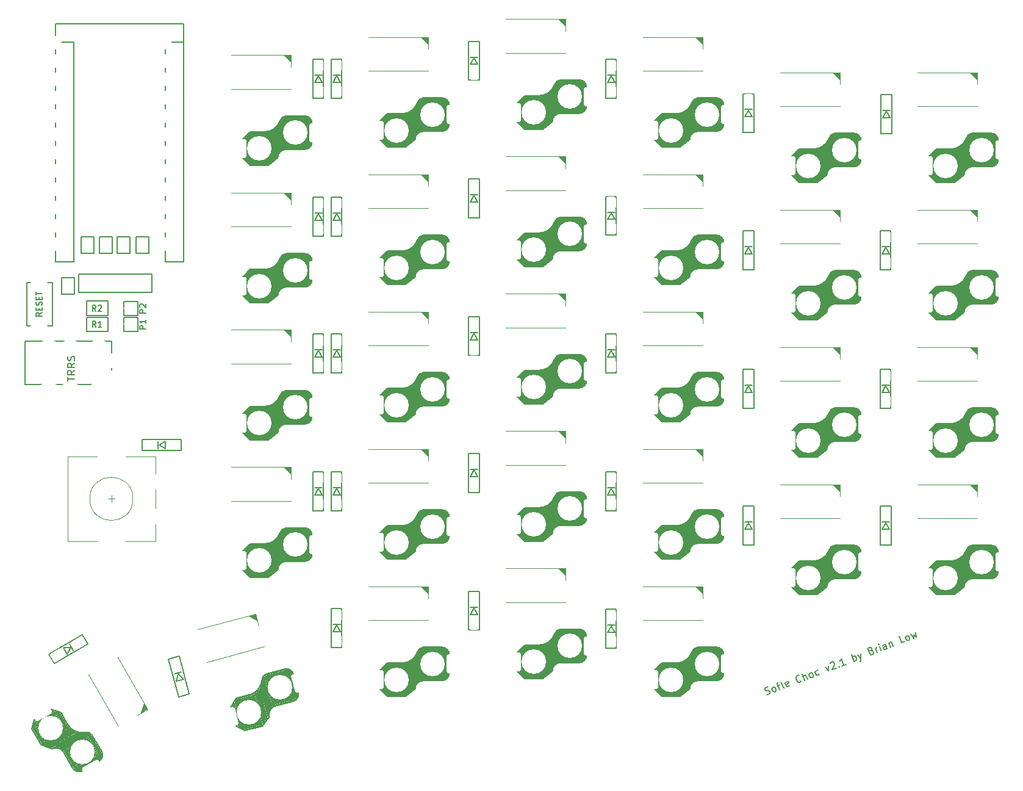
<source format=gto>
G04 #@! TF.GenerationSoftware,KiCad,Pcbnew,(5.1.9-0-10_14)*
G04 #@! TF.CreationDate,2021-08-07T17:29:24-06:00*
G04 #@! TF.ProjectId,SofleKeyboard,536f666c-654b-4657-9962-6f6172642e6b,rev?*
G04 #@! TF.SameCoordinates,Original*
G04 #@! TF.FileFunction,Legend,Top*
G04 #@! TF.FilePolarity,Positive*
%FSLAX46Y46*%
G04 Gerber Fmt 4.6, Leading zero omitted, Abs format (unit mm)*
G04 Created by KiCad (PCBNEW (5.1.9-0-10_14)) date 2021-08-07 17:29:24*
%MOMM*%
%LPD*%
G01*
G04 APERTURE LIST*
%ADD10C,0.200000*%
%ADD11C,0.120000*%
%ADD12C,0.150000*%
%ADD13C,0.100000*%
%ADD14C,1.400000*%
%ADD15C,3.400000*%
%ADD16C,3.800000*%
%ADD17C,2.200000*%
%ADD18C,1.924000*%
%ADD19C,4.400000*%
%ADD20C,1.797000*%
%ADD21C,2.400000*%
%ADD22C,5.100000*%
%ADD23C,1.600000*%
%ADD24O,2.900000X2.100000*%
G04 APERTURE END LIST*
D10*
X190947844Y-131638185D02*
X191098277Y-131631446D01*
X191320558Y-131546120D01*
X191392406Y-131467534D01*
X191419797Y-131406013D01*
X191430123Y-131300035D01*
X191395992Y-131211123D01*
X191317406Y-131139275D01*
X191255885Y-131111884D01*
X191149907Y-131101558D01*
X190955017Y-131125363D01*
X190849040Y-131115037D01*
X190787518Y-131087646D01*
X190708932Y-131015798D01*
X190674801Y-130926886D01*
X190685127Y-130820908D01*
X190712518Y-130759387D01*
X190784366Y-130680801D01*
X191006647Y-130595475D01*
X191157081Y-130588736D01*
X192031858Y-131273078D02*
X191925880Y-131262752D01*
X191864359Y-131235361D01*
X191785772Y-131163514D01*
X191683382Y-130896777D01*
X191693708Y-130790799D01*
X191721099Y-130729278D01*
X191792946Y-130650691D01*
X191926315Y-130599496D01*
X192032292Y-130609822D01*
X192093813Y-130637213D01*
X192172400Y-130709060D01*
X192274791Y-130975797D01*
X192264465Y-131081775D01*
X192237074Y-131143296D01*
X192165226Y-131221883D01*
X192031858Y-131273078D01*
X192370877Y-130428844D02*
X192726526Y-130292323D01*
X192743157Y-131000036D02*
X192435985Y-130199824D01*
X192446311Y-130093847D01*
X192518158Y-130015260D01*
X192607070Y-129981130D01*
X193410000Y-130744059D02*
X193304023Y-130733733D01*
X193225436Y-130661886D01*
X192918264Y-129861674D01*
X194104235Y-130426560D02*
X194032387Y-130505147D01*
X193854563Y-130573407D01*
X193748585Y-130563081D01*
X193669998Y-130491234D01*
X193533477Y-130135584D01*
X193543803Y-130029607D01*
X193615651Y-129951020D01*
X193793475Y-129882760D01*
X193899453Y-129893086D01*
X193978039Y-129964933D01*
X194012170Y-130053845D01*
X193601738Y-130313409D01*
X195776505Y-129733629D02*
X195749114Y-129795150D01*
X195632811Y-129890802D01*
X195543899Y-129924932D01*
X195393465Y-129931671D01*
X195270422Y-129876889D01*
X195191836Y-129805042D01*
X195079119Y-129644282D01*
X195027923Y-129510913D01*
X195004119Y-129316024D01*
X195014445Y-129210046D01*
X195069227Y-129087003D01*
X195185531Y-128991352D01*
X195274443Y-128957221D01*
X195424877Y-128950482D01*
X195486398Y-128977873D01*
X196210742Y-129668955D02*
X195852374Y-128735375D01*
X196610848Y-129515369D02*
X196423131Y-129026350D01*
X196344545Y-128954503D01*
X196238567Y-128944177D01*
X196105198Y-128995373D01*
X196033351Y-129073959D01*
X196005960Y-129135480D01*
X197188778Y-129293522D02*
X197082801Y-129283196D01*
X197021279Y-129255805D01*
X196942693Y-129183958D01*
X196840302Y-128917220D01*
X196850628Y-128811243D01*
X196878019Y-128749721D01*
X196949866Y-128671135D01*
X197083235Y-128619939D01*
X197189213Y-128630265D01*
X197250734Y-128657656D01*
X197329320Y-128729504D01*
X197431711Y-128996241D01*
X197421385Y-129102219D01*
X197393994Y-129163740D01*
X197322147Y-129242326D01*
X197188778Y-129293522D01*
X198283118Y-128822437D02*
X198211271Y-128901024D01*
X198033446Y-128969284D01*
X197927469Y-128958958D01*
X197865947Y-128931567D01*
X197787361Y-128859720D01*
X197684970Y-128592983D01*
X197695296Y-128487005D01*
X197722687Y-128425484D01*
X197794534Y-128346897D01*
X197972359Y-128278637D01*
X198078337Y-128288963D01*
X199083764Y-127852008D02*
X199544957Y-128389069D01*
X199528327Y-127681357D01*
X199754194Y-127339620D02*
X199781585Y-127278098D01*
X199853433Y-127199512D01*
X200075714Y-127114186D01*
X200181691Y-127124512D01*
X200243213Y-127151903D01*
X200321799Y-127223750D01*
X200355929Y-127312663D01*
X200362669Y-127463097D01*
X200033976Y-128201353D01*
X200611907Y-127979506D01*
X200977882Y-127737007D02*
X201039404Y-127764398D01*
X201012012Y-127825920D01*
X200950491Y-127798529D01*
X200977882Y-127737007D01*
X201012012Y-127825920D01*
X201945593Y-127467552D02*
X201412118Y-127672334D01*
X201678856Y-127569943D02*
X201320488Y-126636362D01*
X201282771Y-126803861D01*
X201227989Y-126926904D01*
X201156141Y-127005490D01*
X203056998Y-127040923D02*
X202698630Y-126107343D01*
X202835151Y-126462993D02*
X202906999Y-126384406D01*
X203084823Y-126316146D01*
X203190801Y-126326471D01*
X203252322Y-126353863D01*
X203330909Y-126425710D01*
X203433300Y-126692447D01*
X203422974Y-126798425D01*
X203395583Y-126859946D01*
X203323735Y-126938532D01*
X203145911Y-127006793D01*
X203039933Y-126996467D01*
X203573842Y-126128429D02*
X204035035Y-126665490D01*
X204018404Y-125957778D02*
X204035035Y-126665490D01*
X204031448Y-126921902D01*
X204004057Y-126983423D01*
X203932210Y-127062009D01*
X205447742Y-125562127D02*
X205598176Y-125555388D01*
X205659697Y-125582779D01*
X205738283Y-125654626D01*
X205789479Y-125787995D01*
X205779153Y-125893972D01*
X205751762Y-125955494D01*
X205679915Y-126034080D01*
X205324265Y-126170601D01*
X204965897Y-125237021D01*
X205277090Y-125117565D01*
X205383068Y-125127891D01*
X205444589Y-125155282D01*
X205523176Y-125227129D01*
X205557306Y-125316041D01*
X205546980Y-125422019D01*
X205519589Y-125483540D01*
X205447742Y-125562127D01*
X205136548Y-125681583D01*
X206257845Y-125812233D02*
X206018933Y-125189846D01*
X206087194Y-125367671D02*
X206097520Y-125261694D01*
X206124911Y-125200172D01*
X206196758Y-125121586D01*
X206285671Y-125087455D01*
X206835776Y-125590386D02*
X206596864Y-124967999D01*
X206477408Y-124656806D02*
X206450017Y-124718327D01*
X206511538Y-124745718D01*
X206538929Y-124684197D01*
X206477408Y-124656806D01*
X206511538Y-124745718D01*
X207680444Y-125266149D02*
X207492728Y-124777130D01*
X207414141Y-124705283D01*
X207308163Y-124694957D01*
X207130339Y-124763218D01*
X207058491Y-124841804D01*
X207663379Y-125221692D02*
X207591532Y-125300279D01*
X207369251Y-125385605D01*
X207263273Y-125375279D01*
X207184687Y-125303431D01*
X207150556Y-125214519D01*
X207160882Y-125108541D01*
X207232729Y-125029955D01*
X207455011Y-124944629D01*
X207526858Y-124866043D01*
X207886094Y-124473110D02*
X208125006Y-125095497D01*
X207920224Y-124562023D02*
X207947616Y-124500501D01*
X208019463Y-124421915D01*
X208152831Y-124370720D01*
X208258809Y-124381045D01*
X208337396Y-124452893D01*
X208525112Y-124941911D01*
X210125536Y-124327566D02*
X209680974Y-124498217D01*
X209322606Y-123564637D01*
X210570098Y-124156915D02*
X210464120Y-124146589D01*
X210402599Y-124119198D01*
X210324012Y-124047350D01*
X210221622Y-123780613D01*
X210231947Y-123674635D01*
X210259339Y-123613114D01*
X210331186Y-123534528D01*
X210464554Y-123483332D01*
X210570532Y-123493658D01*
X210632053Y-123521049D01*
X210710640Y-123592896D01*
X210813031Y-123859634D01*
X210802705Y-123965611D01*
X210775314Y-124027133D01*
X210703466Y-124105719D01*
X210570098Y-124156915D01*
X210953573Y-123295616D02*
X211370310Y-123849742D01*
X211377483Y-123336919D01*
X211725959Y-123713221D01*
X211664872Y-123022573D01*
D11*
X182100000Y-116648460D02*
X182100000Y-118299460D01*
X182100000Y-121351000D02*
X173800000Y-121348460D01*
X173800000Y-116648460D02*
X182100000Y-116648460D01*
D12*
X182900000Y-125100000D02*
X182900000Y-129700000D01*
X183050000Y-125100000D02*
X183050000Y-129700000D01*
X184650000Y-125400000D02*
X184650000Y-129350000D01*
X183200000Y-125100000D02*
X183200000Y-129700000D01*
X183350000Y-125100000D02*
X183350000Y-129700000D01*
X184850000Y-125650000D02*
X184850000Y-129200000D01*
X184400000Y-125200000D02*
X184400000Y-129600000D01*
X184250000Y-125150000D02*
X184250000Y-129650000D01*
X182750000Y-125100000D02*
X182750000Y-129700000D01*
X183800000Y-125100000D02*
X183800000Y-129700000D01*
X184750000Y-125500000D02*
X184750000Y-129250000D01*
X183500000Y-125100000D02*
X183500000Y-129700000D01*
X183950000Y-125100000D02*
X183950000Y-129700000D01*
X184000000Y-129725000D02*
X181425000Y-129725000D01*
X184100000Y-125100000D02*
X184100000Y-129650000D01*
X184000000Y-125075000D02*
X181400000Y-125075000D01*
X184550000Y-125300000D02*
X184550000Y-129500000D01*
X182450000Y-125100000D02*
X182450000Y-129700000D01*
X182300000Y-125100000D02*
X182300000Y-129700000D01*
X182150000Y-125100000D02*
X182150000Y-129700000D01*
X182000000Y-125100000D02*
X182000000Y-129700000D01*
X181850000Y-125100000D02*
X181850000Y-129700000D01*
X181700000Y-125100000D02*
X181700000Y-129700000D01*
X181550000Y-125100000D02*
X181550000Y-129650000D01*
X181400000Y-125100000D02*
X181400000Y-129700000D01*
X181250000Y-125100000D02*
X181250000Y-129700000D01*
X181100000Y-125150000D02*
X181100000Y-129700000D01*
X180950000Y-125250000D02*
X180950000Y-129800000D01*
X180800000Y-125350000D02*
X180800000Y-129850000D01*
X180700000Y-125500000D02*
X180700000Y-129900000D01*
X180600000Y-125750000D02*
X180600000Y-129950000D01*
X180500000Y-125900000D02*
X180500000Y-130050000D01*
X180400000Y-126100000D02*
X180400000Y-130250000D01*
X180300000Y-126250000D02*
X180300000Y-130400000D01*
X180200000Y-126450000D02*
X180200000Y-130900000D01*
X180050000Y-126600000D02*
X180050000Y-131050000D01*
X179900000Y-126750000D02*
X179900000Y-131150000D01*
X179750000Y-126850000D02*
X179750000Y-131250000D01*
X179600000Y-126950000D02*
X179600000Y-131400000D01*
X179450000Y-127050000D02*
X179450000Y-131500000D01*
X179300000Y-127100000D02*
X179300000Y-131650000D01*
X179150000Y-127200000D02*
X179150000Y-131750000D01*
X179000000Y-127250000D02*
X179000000Y-131850000D01*
X178850000Y-127250000D02*
X178850000Y-131900000D01*
X178700000Y-127250000D02*
X178700000Y-131900000D01*
X178550000Y-127300000D02*
X178550000Y-131850000D01*
X178400000Y-127300000D02*
X178400000Y-131900000D01*
X178250000Y-127300000D02*
X178250000Y-131900000D01*
X178100000Y-127300000D02*
X178100000Y-131900000D01*
X177950000Y-127300000D02*
X177950000Y-131900000D01*
X177800000Y-127300000D02*
X177800000Y-131900000D01*
X177650000Y-127300000D02*
X177650000Y-131900000D01*
X177500000Y-127300000D02*
X177500000Y-131900000D01*
X177350000Y-127300000D02*
X177350000Y-131900000D01*
X177200000Y-127300000D02*
X177200000Y-131900000D01*
X177050000Y-127300000D02*
X177050000Y-131900000D01*
X176900000Y-127300000D02*
X176900000Y-131900000D01*
X176750000Y-127300000D02*
X176750000Y-131900000D01*
X176600000Y-127300000D02*
X176600000Y-131900000D01*
X176450000Y-127300000D02*
X176450000Y-131900000D01*
X176300000Y-127450000D02*
X176300000Y-131800000D01*
X176150000Y-127550000D02*
X176150000Y-131650000D01*
X176000000Y-127700000D02*
X176000000Y-131500000D01*
X175850000Y-127850000D02*
X175850000Y-131350000D01*
X175700000Y-128050000D02*
X175700000Y-131200000D01*
X175550000Y-128150000D02*
X175550000Y-131050000D01*
X178975000Y-131925000D02*
X180250000Y-130900000D01*
X175400000Y-130900000D02*
X176425000Y-131925000D01*
X175400000Y-128300000D02*
X176425000Y-127275000D01*
X175400000Y-130900000D02*
X175400000Y-128300000D01*
X185000000Y-128725000D02*
X185000000Y-126075000D01*
X178400000Y-127275000D02*
X176425000Y-127275000D01*
X178975000Y-131925000D02*
X176425000Y-131925000D01*
X182600000Y-125100000D02*
X182600000Y-129700000D01*
X183650000Y-125100000D02*
X183650000Y-129700000D01*
D13*
G36*
X181092000Y-116651000D02*
G01*
X182100000Y-116648460D01*
X182100000Y-117664460D01*
X181092000Y-116651000D01*
G37*
X181092000Y-116651000D02*
X182100000Y-116648460D01*
X182100000Y-117664460D01*
X181092000Y-116651000D01*
D12*
X181399005Y-125076209D02*
G75*
G03*
X180537801Y-125778096I38796J-926887D01*
G01*
X185000000Y-126075000D02*
G75*
G03*
X184000000Y-125075000I-1000000J0D01*
G01*
X185000000Y-128725000D02*
G75*
G02*
X184000000Y-129725000I-1000000J0D01*
G01*
X180537801Y-125778096D02*
G75*
G02*
X178400000Y-127275000I-2137801J778096D01*
G01*
X180250000Y-130900000D02*
G75*
G02*
X181425000Y-129725000I1175000J0D01*
G01*
D11*
X163050000Y-114148460D02*
X163050000Y-115799460D01*
X163050000Y-118851000D02*
X154750000Y-118848460D01*
X154750000Y-114148460D02*
X163050000Y-114148460D01*
D12*
X163850000Y-122600000D02*
X163850000Y-127200000D01*
X164000000Y-122600000D02*
X164000000Y-127200000D01*
X165600000Y-122900000D02*
X165600000Y-126850000D01*
X164150000Y-122600000D02*
X164150000Y-127200000D01*
X164300000Y-122600000D02*
X164300000Y-127200000D01*
X165800000Y-123150000D02*
X165800000Y-126700000D01*
X165350000Y-122700000D02*
X165350000Y-127100000D01*
X165200000Y-122650000D02*
X165200000Y-127150000D01*
X163700000Y-122600000D02*
X163700000Y-127200000D01*
X164750000Y-122600000D02*
X164750000Y-127200000D01*
X165700000Y-123000000D02*
X165700000Y-126750000D01*
X164450000Y-122600000D02*
X164450000Y-127200000D01*
X164900000Y-122600000D02*
X164900000Y-127200000D01*
X164950000Y-127225000D02*
X162375000Y-127225000D01*
X165050000Y-122600000D02*
X165050000Y-127150000D01*
X164950000Y-122575000D02*
X162350000Y-122575000D01*
X165500000Y-122800000D02*
X165500000Y-127000000D01*
X163400000Y-122600000D02*
X163400000Y-127200000D01*
X163250000Y-122600000D02*
X163250000Y-127200000D01*
X163100000Y-122600000D02*
X163100000Y-127200000D01*
X162950000Y-122600000D02*
X162950000Y-127200000D01*
X162800000Y-122600000D02*
X162800000Y-127200000D01*
X162650000Y-122600000D02*
X162650000Y-127200000D01*
X162500000Y-122600000D02*
X162500000Y-127150000D01*
X162350000Y-122600000D02*
X162350000Y-127200000D01*
X162200000Y-122600000D02*
X162200000Y-127200000D01*
X162050000Y-122650000D02*
X162050000Y-127200000D01*
X161900000Y-122750000D02*
X161900000Y-127300000D01*
X161750000Y-122850000D02*
X161750000Y-127350000D01*
X161650000Y-123000000D02*
X161650000Y-127400000D01*
X161550000Y-123250000D02*
X161550000Y-127450000D01*
X161450000Y-123400000D02*
X161450000Y-127550000D01*
X161350000Y-123600000D02*
X161350000Y-127750000D01*
X161250000Y-123750000D02*
X161250000Y-127900000D01*
X161150000Y-123950000D02*
X161150000Y-128400000D01*
X161000000Y-124100000D02*
X161000000Y-128550000D01*
X160850000Y-124250000D02*
X160850000Y-128650000D01*
X160700000Y-124350000D02*
X160700000Y-128750000D01*
X160550000Y-124450000D02*
X160550000Y-128900000D01*
X160400000Y-124550000D02*
X160400000Y-129000000D01*
X160250000Y-124600000D02*
X160250000Y-129150000D01*
X160100000Y-124700000D02*
X160100000Y-129250000D01*
X159950000Y-124750000D02*
X159950000Y-129350000D01*
X159800000Y-124750000D02*
X159800000Y-129400000D01*
X159650000Y-124750000D02*
X159650000Y-129400000D01*
X159500000Y-124800000D02*
X159500000Y-129350000D01*
X159350000Y-124800000D02*
X159350000Y-129400000D01*
X159200000Y-124800000D02*
X159200000Y-129400000D01*
X159050000Y-124800000D02*
X159050000Y-129400000D01*
X158900000Y-124800000D02*
X158900000Y-129400000D01*
X158750000Y-124800000D02*
X158750000Y-129400000D01*
X158600000Y-124800000D02*
X158600000Y-129400000D01*
X158450000Y-124800000D02*
X158450000Y-129400000D01*
X158300000Y-124800000D02*
X158300000Y-129400000D01*
X158150000Y-124800000D02*
X158150000Y-129400000D01*
X158000000Y-124800000D02*
X158000000Y-129400000D01*
X157850000Y-124800000D02*
X157850000Y-129400000D01*
X157700000Y-124800000D02*
X157700000Y-129400000D01*
X157550000Y-124800000D02*
X157550000Y-129400000D01*
X157400000Y-124800000D02*
X157400000Y-129400000D01*
X157250000Y-124950000D02*
X157250000Y-129300000D01*
X157100000Y-125050000D02*
X157100000Y-129150000D01*
X156950000Y-125200000D02*
X156950000Y-129000000D01*
X156800000Y-125350000D02*
X156800000Y-128850000D01*
X156650000Y-125550000D02*
X156650000Y-128700000D01*
X156500000Y-125650000D02*
X156500000Y-128550000D01*
X159925000Y-129425000D02*
X161200000Y-128400000D01*
X156350000Y-128400000D02*
X157375000Y-129425000D01*
X156350000Y-125800000D02*
X157375000Y-124775000D01*
X156350000Y-128400000D02*
X156350000Y-125800000D01*
X165950000Y-126225000D02*
X165950000Y-123575000D01*
X159350000Y-124775000D02*
X157375000Y-124775000D01*
X159925000Y-129425000D02*
X157375000Y-129425000D01*
X163550000Y-122600000D02*
X163550000Y-127200000D01*
X164600000Y-122600000D02*
X164600000Y-127200000D01*
D13*
G36*
X162042000Y-114151000D02*
G01*
X163050000Y-114148460D01*
X163050000Y-115164460D01*
X162042000Y-114151000D01*
G37*
X162042000Y-114151000D02*
X163050000Y-114148460D01*
X163050000Y-115164460D01*
X162042000Y-114151000D01*
D12*
X162349005Y-122576209D02*
G75*
G03*
X161487801Y-123278096I38796J-926887D01*
G01*
X165950000Y-123575000D02*
G75*
G03*
X164950000Y-122575000I-1000000J0D01*
G01*
X165950000Y-126225000D02*
G75*
G02*
X164950000Y-127225000I-1000000J0D01*
G01*
X161487801Y-123278096D02*
G75*
G02*
X159350000Y-124775000I-2137801J778096D01*
G01*
X161200000Y-128400000D02*
G75*
G02*
X162375000Y-127225000I1175000J0D01*
G01*
D11*
X144000000Y-116648460D02*
X144000000Y-118299460D01*
X144000000Y-121351000D02*
X135700000Y-121348460D01*
X135700000Y-116648460D02*
X144000000Y-116648460D01*
D12*
X144800000Y-125100000D02*
X144800000Y-129700000D01*
X144950000Y-125100000D02*
X144950000Y-129700000D01*
X146550000Y-125400000D02*
X146550000Y-129350000D01*
X145100000Y-125100000D02*
X145100000Y-129700000D01*
X145250000Y-125100000D02*
X145250000Y-129700000D01*
X146750000Y-125650000D02*
X146750000Y-129200000D01*
X146300000Y-125200000D02*
X146300000Y-129600000D01*
X146150000Y-125150000D02*
X146150000Y-129650000D01*
X144650000Y-125100000D02*
X144650000Y-129700000D01*
X145700000Y-125100000D02*
X145700000Y-129700000D01*
X146650000Y-125500000D02*
X146650000Y-129250000D01*
X145400000Y-125100000D02*
X145400000Y-129700000D01*
X145850000Y-125100000D02*
X145850000Y-129700000D01*
X145900000Y-129725000D02*
X143325000Y-129725000D01*
X146000000Y-125100000D02*
X146000000Y-129650000D01*
X145900000Y-125075000D02*
X143300000Y-125075000D01*
X146450000Y-125300000D02*
X146450000Y-129500000D01*
X144350000Y-125100000D02*
X144350000Y-129700000D01*
X144200000Y-125100000D02*
X144200000Y-129700000D01*
X144050000Y-125100000D02*
X144050000Y-129700000D01*
X143900000Y-125100000D02*
X143900000Y-129700000D01*
X143750000Y-125100000D02*
X143750000Y-129700000D01*
X143600000Y-125100000D02*
X143600000Y-129700000D01*
X143450000Y-125100000D02*
X143450000Y-129650000D01*
X143300000Y-125100000D02*
X143300000Y-129700000D01*
X143150000Y-125100000D02*
X143150000Y-129700000D01*
X143000000Y-125150000D02*
X143000000Y-129700000D01*
X142850000Y-125250000D02*
X142850000Y-129800000D01*
X142700000Y-125350000D02*
X142700000Y-129850000D01*
X142600000Y-125500000D02*
X142600000Y-129900000D01*
X142500000Y-125750000D02*
X142500000Y-129950000D01*
X142400000Y-125900000D02*
X142400000Y-130050000D01*
X142300000Y-126100000D02*
X142300000Y-130250000D01*
X142200000Y-126250000D02*
X142200000Y-130400000D01*
X142100000Y-126450000D02*
X142100000Y-130900000D01*
X141950000Y-126600000D02*
X141950000Y-131050000D01*
X141800000Y-126750000D02*
X141800000Y-131150000D01*
X141650000Y-126850000D02*
X141650000Y-131250000D01*
X141500000Y-126950000D02*
X141500000Y-131400000D01*
X141350000Y-127050000D02*
X141350000Y-131500000D01*
X141200000Y-127100000D02*
X141200000Y-131650000D01*
X141050000Y-127200000D02*
X141050000Y-131750000D01*
X140900000Y-127250000D02*
X140900000Y-131850000D01*
X140750000Y-127250000D02*
X140750000Y-131900000D01*
X140600000Y-127250000D02*
X140600000Y-131900000D01*
X140450000Y-127300000D02*
X140450000Y-131850000D01*
X140300000Y-127300000D02*
X140300000Y-131900000D01*
X140150000Y-127300000D02*
X140150000Y-131900000D01*
X140000000Y-127300000D02*
X140000000Y-131900000D01*
X139850000Y-127300000D02*
X139850000Y-131900000D01*
X139700000Y-127300000D02*
X139700000Y-131900000D01*
X139550000Y-127300000D02*
X139550000Y-131900000D01*
X139400000Y-127300000D02*
X139400000Y-131900000D01*
X139250000Y-127300000D02*
X139250000Y-131900000D01*
X139100000Y-127300000D02*
X139100000Y-131900000D01*
X138950000Y-127300000D02*
X138950000Y-131900000D01*
X138800000Y-127300000D02*
X138800000Y-131900000D01*
X138650000Y-127300000D02*
X138650000Y-131900000D01*
X138500000Y-127300000D02*
X138500000Y-131900000D01*
X138350000Y-127300000D02*
X138350000Y-131900000D01*
X138200000Y-127450000D02*
X138200000Y-131800000D01*
X138050000Y-127550000D02*
X138050000Y-131650000D01*
X137900000Y-127700000D02*
X137900000Y-131500000D01*
X137750000Y-127850000D02*
X137750000Y-131350000D01*
X137600000Y-128050000D02*
X137600000Y-131200000D01*
X137450000Y-128150000D02*
X137450000Y-131050000D01*
X140875000Y-131925000D02*
X142150000Y-130900000D01*
X137300000Y-130900000D02*
X138325000Y-131925000D01*
X137300000Y-128300000D02*
X138325000Y-127275000D01*
X137300000Y-130900000D02*
X137300000Y-128300000D01*
X146900000Y-128725000D02*
X146900000Y-126075000D01*
X140300000Y-127275000D02*
X138325000Y-127275000D01*
X140875000Y-131925000D02*
X138325000Y-131925000D01*
X144500000Y-125100000D02*
X144500000Y-129700000D01*
X145550000Y-125100000D02*
X145550000Y-129700000D01*
D13*
G36*
X142992000Y-116651000D02*
G01*
X144000000Y-116648460D01*
X144000000Y-117664460D01*
X142992000Y-116651000D01*
G37*
X142992000Y-116651000D02*
X144000000Y-116648460D01*
X144000000Y-117664460D01*
X142992000Y-116651000D01*
D12*
X143299005Y-125076209D02*
G75*
G03*
X142437801Y-125778096I38796J-926887D01*
G01*
X146900000Y-126075000D02*
G75*
G03*
X145900000Y-125075000I-1000000J0D01*
G01*
X146900000Y-128725000D02*
G75*
G02*
X145900000Y-129725000I-1000000J0D01*
G01*
X142437801Y-125778096D02*
G75*
G02*
X140300000Y-127275000I-2137801J778096D01*
G01*
X142150000Y-130900000D02*
G75*
G02*
X143325000Y-129725000I1175000J0D01*
G01*
D11*
X120025001Y-120449932D02*
X120452311Y-122044675D01*
X121242108Y-124992236D02*
X113224266Y-127137981D01*
X112007816Y-122598130D02*
X120025001Y-120449932D01*
D12*
X122985161Y-128406437D02*
X124175729Y-132849696D01*
X123130050Y-128367614D02*
X124320617Y-132810873D01*
X124753177Y-128243282D02*
X125775512Y-132058689D01*
X123274939Y-128328791D02*
X124465506Y-132772050D01*
X123419828Y-128289969D02*
X124610395Y-132733227D01*
X125011067Y-128432999D02*
X125929874Y-131862036D01*
X124459932Y-128114801D02*
X125598735Y-132364875D01*
X124302102Y-128105328D02*
X125466787Y-132451994D01*
X122840272Y-128445260D02*
X124030840Y-132888519D01*
X123854494Y-128173500D02*
X125045062Y-132616759D01*
X124875651Y-128313992D02*
X125846223Y-131936214D01*
X123564716Y-128251146D02*
X124755284Y-132694404D01*
X123999383Y-128134677D02*
X125189951Y-132577936D01*
X125244717Y-132589143D02*
X122757458Y-133255602D01*
X124144272Y-128095854D02*
X125321899Y-132490817D01*
X124041209Y-128097588D02*
X121529802Y-128770518D01*
X124630702Y-128172571D02*
X125717742Y-132229459D01*
X122550494Y-128522906D02*
X123741062Y-132966164D01*
X122405605Y-128561729D02*
X123596173Y-133004987D01*
X122260717Y-128600551D02*
X123451284Y-133043810D01*
X122115828Y-128639374D02*
X123306395Y-133082633D01*
X121970939Y-128678197D02*
X123161506Y-133121456D01*
X121826050Y-128717020D02*
X123016618Y-133160279D01*
X121681161Y-128755843D02*
X122858788Y-133150805D01*
X121536272Y-128794666D02*
X122726840Y-133237924D01*
X121391383Y-128833489D02*
X122581951Y-133276747D01*
X121259435Y-128920608D02*
X122437062Y-133315570D01*
X121140428Y-129056023D02*
X122318055Y-133450986D01*
X121021421Y-129191439D02*
X122186107Y-133538105D01*
X120963652Y-129362209D02*
X122102456Y-133612283D01*
X120931764Y-129629573D02*
X122018804Y-133686461D01*
X120873994Y-129800343D02*
X121948093Y-133808936D01*
X120829165Y-130019411D02*
X121903264Y-134028003D01*
X120771396Y-130190181D02*
X121845495Y-134198774D01*
X120726567Y-130409248D02*
X121878312Y-134707618D01*
X120620501Y-130592960D02*
X121772246Y-134891330D01*
X120514435Y-130776672D02*
X121653239Y-135026746D01*
X120395428Y-130912087D02*
X121534232Y-135162161D01*
X120276421Y-131047503D02*
X121428166Y-135345873D01*
X120157414Y-131182918D02*
X121309159Y-135481288D01*
X120025466Y-131270037D02*
X121203093Y-135665000D01*
X119906459Y-131405453D02*
X121084086Y-135800415D01*
X119774511Y-131492572D02*
X120965079Y-135935831D01*
X119629622Y-131531395D02*
X120833131Y-136022950D01*
X119484733Y-131570218D02*
X120688242Y-136061773D01*
X119352786Y-131657337D02*
X120530412Y-136052299D01*
X119207897Y-131696160D02*
X120398464Y-136139418D01*
X119063008Y-131734982D02*
X120253575Y-136178241D01*
X118918119Y-131773805D02*
X120108687Y-136217064D01*
X118773230Y-131812628D02*
X119963798Y-136255887D01*
X118628341Y-131851451D02*
X119818909Y-136294710D01*
X118483452Y-131890274D02*
X119674020Y-136333533D01*
X118338563Y-131929097D02*
X119529131Y-136372356D01*
X118193675Y-131967920D02*
X119384242Y-136411178D01*
X118048786Y-132006742D02*
X119239353Y-136450001D01*
X117903897Y-132045565D02*
X119094464Y-136488824D01*
X117759008Y-132084388D02*
X118949576Y-136527647D01*
X117614119Y-132123211D02*
X118804687Y-136566470D01*
X117469230Y-132162034D02*
X118659798Y-136605293D01*
X117324341Y-132200857D02*
X118514909Y-136644116D01*
X117218275Y-132384569D02*
X118344138Y-136586346D01*
X117099268Y-132519984D02*
X118160426Y-136480280D01*
X116993202Y-132703696D02*
X117976715Y-136374214D01*
X116887136Y-132887407D02*
X117793003Y-136268148D01*
X116794011Y-133119415D02*
X117609291Y-136162082D01*
X116675004Y-133254831D02*
X117425579Y-136056016D01*
X120960342Y-136014746D02*
X121926608Y-134694677D01*
X117241868Y-135949950D02*
X118497231Y-136674734D01*
X116568938Y-133438543D02*
X117293723Y-132183179D01*
X117241868Y-135949950D02*
X116568938Y-133438543D01*
X125951824Y-131364398D02*
X125265954Y-128804695D01*
X119201426Y-131672011D02*
X117293723Y-132183179D01*
X120960342Y-136014746D02*
X118497231Y-136674734D01*
X122695383Y-128484083D02*
X123885951Y-132927342D01*
X123709605Y-128212323D02*
X124900173Y-132655582D01*
D13*
G36*
X119052005Y-120713275D02*
G01*
X120025001Y-120449932D01*
X120287961Y-121431312D01*
X119052005Y-120713275D01*
G37*
X119052005Y-120713275D02*
X120025001Y-120449932D01*
X120287961Y-121431312D01*
X119052005Y-120713275D01*
D12*
X121529154Y-128771943D02*
G75*
G03*
X120878956Y-129672810I277370J-885263D01*
G01*
X125265954Y-128804695D02*
G75*
G03*
X124041209Y-128097588I-965926J-258819D01*
G01*
X125951824Y-131364398D02*
G75*
G02*
X125244717Y-132589143I-965926J-258819D01*
G01*
X120878956Y-129672810D02*
G75*
G02*
X119201426Y-131672011I-2266343J198280D01*
G01*
X121926608Y-134694678D02*
G75*
G02*
X122757458Y-133255602I1134963J304113D01*
G01*
D11*
X105016813Y-133684742D02*
X103587005Y-134510242D01*
X100944294Y-136036012D02*
X96796493Y-128846731D01*
X100866813Y-126496731D02*
X105016813Y-133684742D01*
D12*
X98097564Y-138603332D02*
X94113848Y-140903332D01*
X98172564Y-138733236D02*
X94188848Y-141033236D01*
X98712757Y-140268877D02*
X95291956Y-142243877D01*
X98247564Y-138863140D02*
X94263848Y-141163140D01*
X98322564Y-138993044D02*
X94338848Y-141293044D01*
X98596250Y-140567082D02*
X95521860Y-142342082D01*
X98760962Y-139952370D02*
X94950450Y-142152370D01*
X98729263Y-139797466D02*
X94832149Y-142047466D01*
X98022564Y-138473428D02*
X94038848Y-140773428D01*
X98547564Y-139382755D02*
X94563848Y-141682755D01*
X98676154Y-140405479D02*
X95428559Y-142280479D01*
X98397564Y-139122947D02*
X94413848Y-141422947D01*
X98622564Y-139512659D02*
X94638848Y-141812659D01*
X94642197Y-141868460D02*
X93354697Y-139638445D01*
X98697564Y-139642563D02*
X94757149Y-141917563D01*
X98669215Y-139543460D02*
X97369215Y-137291794D01*
X98749359Y-140132274D02*
X95112053Y-142232274D01*
X97872564Y-138213621D02*
X93888848Y-140513621D01*
X97797564Y-138083717D02*
X93813848Y-140383717D01*
X97722564Y-137953813D02*
X93738848Y-140253813D01*
X97647564Y-137823909D02*
X93663848Y-140123909D01*
X97572564Y-137694005D02*
X93588848Y-139994005D01*
X97497564Y-137564102D02*
X93513848Y-139864102D01*
X97422564Y-137434198D02*
X93482149Y-139709198D01*
X97347564Y-137304294D02*
X93363848Y-139604294D01*
X97272564Y-137174390D02*
X93288848Y-139474390D01*
X97154263Y-137069486D02*
X93213848Y-139344486D01*
X96992661Y-136989583D02*
X93052245Y-139264583D01*
X96831058Y-136909679D02*
X92933944Y-139159679D01*
X96651154Y-136898076D02*
X92840642Y-139098076D01*
X96384648Y-136936474D02*
X92747341Y-139036474D01*
X96204744Y-136924871D02*
X92610739Y-138999871D01*
X95981539Y-136938269D02*
X92387534Y-139013269D01*
X95801635Y-136926666D02*
X92207630Y-139001666D01*
X95578430Y-136940064D02*
X91724617Y-139165064D01*
X95373526Y-136885160D02*
X91519713Y-139110160D01*
X95168623Y-136830256D02*
X91358111Y-139030256D01*
X95007020Y-136750352D02*
X91196508Y-138950352D01*
X94845417Y-136670448D02*
X90991604Y-138895448D01*
X94683815Y-136590544D02*
X90830002Y-138815544D01*
X94565514Y-136485641D02*
X90625098Y-138760641D01*
X94403911Y-136405737D02*
X90463495Y-138680737D01*
X94285610Y-136300833D02*
X90301893Y-138600833D01*
X94210610Y-136170929D02*
X90183592Y-138495929D01*
X94135610Y-136041025D02*
X90108592Y-138366025D01*
X94017309Y-135936122D02*
X90076893Y-138211122D01*
X93942309Y-135806218D02*
X89958592Y-138106218D01*
X93867309Y-135676314D02*
X89883592Y-137976314D01*
X93792309Y-135546410D02*
X89808592Y-137846410D01*
X93717309Y-135416506D02*
X89733592Y-137716506D01*
X93642309Y-135286603D02*
X89658592Y-137586603D01*
X93567309Y-135156699D02*
X89583592Y-137456699D01*
X93492309Y-135026795D02*
X89508592Y-137326795D01*
X93417309Y-134896891D02*
X89433592Y-137196891D01*
X93342309Y-134766987D02*
X89358592Y-137066987D01*
X93267309Y-134637083D02*
X89283592Y-136937083D01*
X93192309Y-134507180D02*
X89208592Y-136807180D01*
X93117309Y-134377276D02*
X89133592Y-136677276D01*
X93042309Y-134247372D02*
X89058592Y-136547372D01*
X92967309Y-134117468D02*
X88983592Y-136417468D01*
X92762405Y-134062564D02*
X88995194Y-136237564D01*
X92600802Y-133982661D02*
X89050098Y-136032661D01*
X92395898Y-133927757D02*
X89105002Y-135827757D01*
X92190995Y-133872853D02*
X89159906Y-135622853D01*
X91942789Y-133842949D02*
X89214809Y-135417949D01*
X91781187Y-133763045D02*
X89269713Y-135213045D01*
X90224441Y-138616682D02*
X91749617Y-139208365D01*
X89324617Y-135008142D02*
X88949441Y-136408318D01*
X91576283Y-133708142D02*
X92976459Y-134083318D01*
X89324617Y-135008142D02*
X91576283Y-133708142D01*
X96008222Y-142234485D02*
X98303190Y-140909485D01*
X93963959Y-135793718D02*
X92976459Y-134083318D01*
X90224441Y-138616682D02*
X88949441Y-136408318D01*
X97947564Y-138343524D02*
X93963848Y-140643524D01*
X98472564Y-139252851D02*
X94488848Y-141552851D01*
D13*
G36*
X104510613Y-132813058D02*
G01*
X105016813Y-133684742D01*
X104136931Y-134192742D01*
X104510613Y-132813058D01*
G37*
X104510613Y-132813058D02*
X105016813Y-133684742D01*
X104136931Y-134192742D01*
X104510613Y-132813058D01*
D12*
X97367671Y-137291537D02*
G75*
G03*
X96329217Y-136896656I-783310J-497042D01*
G01*
X98303190Y-140909485D02*
G75*
G03*
X98669215Y-139543460I-500000J866025D01*
G01*
X96008222Y-142234485D02*
G75*
G02*
X94642197Y-141868460I-500000J866025D01*
G01*
X96329217Y-136896656D02*
G75*
G02*
X93963959Y-135793718I-395050J2240438D01*
G01*
X91749617Y-139208365D02*
G75*
G02*
X93354697Y-139638445I587500J-1017580D01*
G01*
D11*
X220200000Y-102498460D02*
X220200000Y-104149460D01*
X220200000Y-107201000D02*
X211900000Y-107198460D01*
X211900000Y-102498460D02*
X220200000Y-102498460D01*
D12*
X221000000Y-110950000D02*
X221000000Y-115550000D01*
X221150000Y-110950000D02*
X221150000Y-115550000D01*
X222750000Y-111250000D02*
X222750000Y-115200000D01*
X221300000Y-110950000D02*
X221300000Y-115550000D01*
X221450000Y-110950000D02*
X221450000Y-115550000D01*
X222950000Y-111500000D02*
X222950000Y-115050000D01*
X222500000Y-111050000D02*
X222500000Y-115450000D01*
X222350000Y-111000000D02*
X222350000Y-115500000D01*
X220850000Y-110950000D02*
X220850000Y-115550000D01*
X221900000Y-110950000D02*
X221900000Y-115550000D01*
X222850000Y-111350000D02*
X222850000Y-115100000D01*
X221600000Y-110950000D02*
X221600000Y-115550000D01*
X222050000Y-110950000D02*
X222050000Y-115550000D01*
X222100000Y-115575000D02*
X219525000Y-115575000D01*
X222200000Y-110950000D02*
X222200000Y-115500000D01*
X222100000Y-110925000D02*
X219500000Y-110925000D01*
X222650000Y-111150000D02*
X222650000Y-115350000D01*
X220550000Y-110950000D02*
X220550000Y-115550000D01*
X220400000Y-110950000D02*
X220400000Y-115550000D01*
X220250000Y-110950000D02*
X220250000Y-115550000D01*
X220100000Y-110950000D02*
X220100000Y-115550000D01*
X219950000Y-110950000D02*
X219950000Y-115550000D01*
X219800000Y-110950000D02*
X219800000Y-115550000D01*
X219650000Y-110950000D02*
X219650000Y-115500000D01*
X219500000Y-110950000D02*
X219500000Y-115550000D01*
X219350000Y-110950000D02*
X219350000Y-115550000D01*
X219200000Y-111000000D02*
X219200000Y-115550000D01*
X219050000Y-111100000D02*
X219050000Y-115650000D01*
X218900000Y-111200000D02*
X218900000Y-115700000D01*
X218800000Y-111350000D02*
X218800000Y-115750000D01*
X218700000Y-111600000D02*
X218700000Y-115800000D01*
X218600000Y-111750000D02*
X218600000Y-115900000D01*
X218500000Y-111950000D02*
X218500000Y-116100000D01*
X218400000Y-112100000D02*
X218400000Y-116250000D01*
X218300000Y-112300000D02*
X218300000Y-116750000D01*
X218150000Y-112450000D02*
X218150000Y-116900000D01*
X218000000Y-112600000D02*
X218000000Y-117000000D01*
X217850000Y-112700000D02*
X217850000Y-117100000D01*
X217700000Y-112800000D02*
X217700000Y-117250000D01*
X217550000Y-112900000D02*
X217550000Y-117350000D01*
X217400000Y-112950000D02*
X217400000Y-117500000D01*
X217250000Y-113050000D02*
X217250000Y-117600000D01*
X217100000Y-113100000D02*
X217100000Y-117700000D01*
X216950000Y-113100000D02*
X216950000Y-117750000D01*
X216800000Y-113100000D02*
X216800000Y-117750000D01*
X216650000Y-113150000D02*
X216650000Y-117700000D01*
X216500000Y-113150000D02*
X216500000Y-117750000D01*
X216350000Y-113150000D02*
X216350000Y-117750000D01*
X216200000Y-113150000D02*
X216200000Y-117750000D01*
X216050000Y-113150000D02*
X216050000Y-117750000D01*
X215900000Y-113150000D02*
X215900000Y-117750000D01*
X215750000Y-113150000D02*
X215750000Y-117750000D01*
X215600000Y-113150000D02*
X215600000Y-117750000D01*
X215450000Y-113150000D02*
X215450000Y-117750000D01*
X215300000Y-113150000D02*
X215300000Y-117750000D01*
X215150000Y-113150000D02*
X215150000Y-117750000D01*
X215000000Y-113150000D02*
X215000000Y-117750000D01*
X214850000Y-113150000D02*
X214850000Y-117750000D01*
X214700000Y-113150000D02*
X214700000Y-117750000D01*
X214550000Y-113150000D02*
X214550000Y-117750000D01*
X214400000Y-113300000D02*
X214400000Y-117650000D01*
X214250000Y-113400000D02*
X214250000Y-117500000D01*
X214100000Y-113550000D02*
X214100000Y-117350000D01*
X213950000Y-113700000D02*
X213950000Y-117200000D01*
X213800000Y-113900000D02*
X213800000Y-117050000D01*
X213650000Y-114000000D02*
X213650000Y-116900000D01*
X217075000Y-117775000D02*
X218350000Y-116750000D01*
X213500000Y-116750000D02*
X214525000Y-117775000D01*
X213500000Y-114150000D02*
X214525000Y-113125000D01*
X213500000Y-116750000D02*
X213500000Y-114150000D01*
X223100000Y-114575000D02*
X223100000Y-111925000D01*
X216500000Y-113125000D02*
X214525000Y-113125000D01*
X217075000Y-117775000D02*
X214525000Y-117775000D01*
X220700000Y-110950000D02*
X220700000Y-115550000D01*
X221750000Y-110950000D02*
X221750000Y-115550000D01*
D13*
G36*
X219192000Y-102501000D02*
G01*
X220200000Y-102498460D01*
X220200000Y-103514460D01*
X219192000Y-102501000D01*
G37*
X219192000Y-102501000D02*
X220200000Y-102498460D01*
X220200000Y-103514460D01*
X219192000Y-102501000D01*
D12*
X219499005Y-110926209D02*
G75*
G03*
X218637801Y-111628096I38796J-926887D01*
G01*
X223100000Y-111925000D02*
G75*
G03*
X222100000Y-110925000I-1000000J0D01*
G01*
X223100000Y-114575000D02*
G75*
G02*
X222100000Y-115575000I-1000000J0D01*
G01*
X218637801Y-111628096D02*
G75*
G02*
X216500000Y-113125000I-2137801J778096D01*
G01*
X218350000Y-116750000D02*
G75*
G02*
X219525000Y-115575000I1175000J0D01*
G01*
D11*
X201150000Y-102498460D02*
X201150000Y-104149460D01*
X201150000Y-107201000D02*
X192850000Y-107198460D01*
X192850000Y-102498460D02*
X201150000Y-102498460D01*
D12*
X201950000Y-110950000D02*
X201950000Y-115550000D01*
X202100000Y-110950000D02*
X202100000Y-115550000D01*
X203700000Y-111250000D02*
X203700000Y-115200000D01*
X202250000Y-110950000D02*
X202250000Y-115550000D01*
X202400000Y-110950000D02*
X202400000Y-115550000D01*
X203900000Y-111500000D02*
X203900000Y-115050000D01*
X203450000Y-111050000D02*
X203450000Y-115450000D01*
X203300000Y-111000000D02*
X203300000Y-115500000D01*
X201800000Y-110950000D02*
X201800000Y-115550000D01*
X202850000Y-110950000D02*
X202850000Y-115550000D01*
X203800000Y-111350000D02*
X203800000Y-115100000D01*
X202550000Y-110950000D02*
X202550000Y-115550000D01*
X203000000Y-110950000D02*
X203000000Y-115550000D01*
X203050000Y-115575000D02*
X200475000Y-115575000D01*
X203150000Y-110950000D02*
X203150000Y-115500000D01*
X203050000Y-110925000D02*
X200450000Y-110925000D01*
X203600000Y-111150000D02*
X203600000Y-115350000D01*
X201500000Y-110950000D02*
X201500000Y-115550000D01*
X201350000Y-110950000D02*
X201350000Y-115550000D01*
X201200000Y-110950000D02*
X201200000Y-115550000D01*
X201050000Y-110950000D02*
X201050000Y-115550000D01*
X200900000Y-110950000D02*
X200900000Y-115550000D01*
X200750000Y-110950000D02*
X200750000Y-115550000D01*
X200600000Y-110950000D02*
X200600000Y-115500000D01*
X200450000Y-110950000D02*
X200450000Y-115550000D01*
X200300000Y-110950000D02*
X200300000Y-115550000D01*
X200150000Y-111000000D02*
X200150000Y-115550000D01*
X200000000Y-111100000D02*
X200000000Y-115650000D01*
X199850000Y-111200000D02*
X199850000Y-115700000D01*
X199750000Y-111350000D02*
X199750000Y-115750000D01*
X199650000Y-111600000D02*
X199650000Y-115800000D01*
X199550000Y-111750000D02*
X199550000Y-115900000D01*
X199450000Y-111950000D02*
X199450000Y-116100000D01*
X199350000Y-112100000D02*
X199350000Y-116250000D01*
X199250000Y-112300000D02*
X199250000Y-116750000D01*
X199100000Y-112450000D02*
X199100000Y-116900000D01*
X198950000Y-112600000D02*
X198950000Y-117000000D01*
X198800000Y-112700000D02*
X198800000Y-117100000D01*
X198650000Y-112800000D02*
X198650000Y-117250000D01*
X198500000Y-112900000D02*
X198500000Y-117350000D01*
X198350000Y-112950000D02*
X198350000Y-117500000D01*
X198200000Y-113050000D02*
X198200000Y-117600000D01*
X198050000Y-113100000D02*
X198050000Y-117700000D01*
X197900000Y-113100000D02*
X197900000Y-117750000D01*
X197750000Y-113100000D02*
X197750000Y-117750000D01*
X197600000Y-113150000D02*
X197600000Y-117700000D01*
X197450000Y-113150000D02*
X197450000Y-117750000D01*
X197300000Y-113150000D02*
X197300000Y-117750000D01*
X197150000Y-113150000D02*
X197150000Y-117750000D01*
X197000000Y-113150000D02*
X197000000Y-117750000D01*
X196850000Y-113150000D02*
X196850000Y-117750000D01*
X196700000Y-113150000D02*
X196700000Y-117750000D01*
X196550000Y-113150000D02*
X196550000Y-117750000D01*
X196400000Y-113150000D02*
X196400000Y-117750000D01*
X196250000Y-113150000D02*
X196250000Y-117750000D01*
X196100000Y-113150000D02*
X196100000Y-117750000D01*
X195950000Y-113150000D02*
X195950000Y-117750000D01*
X195800000Y-113150000D02*
X195800000Y-117750000D01*
X195650000Y-113150000D02*
X195650000Y-117750000D01*
X195500000Y-113150000D02*
X195500000Y-117750000D01*
X195350000Y-113300000D02*
X195350000Y-117650000D01*
X195200000Y-113400000D02*
X195200000Y-117500000D01*
X195050000Y-113550000D02*
X195050000Y-117350000D01*
X194900000Y-113700000D02*
X194900000Y-117200000D01*
X194750000Y-113900000D02*
X194750000Y-117050000D01*
X194600000Y-114000000D02*
X194600000Y-116900000D01*
X198025000Y-117775000D02*
X199300000Y-116750000D01*
X194450000Y-116750000D02*
X195475000Y-117775000D01*
X194450000Y-114150000D02*
X195475000Y-113125000D01*
X194450000Y-116750000D02*
X194450000Y-114150000D01*
X204050000Y-114575000D02*
X204050000Y-111925000D01*
X197450000Y-113125000D02*
X195475000Y-113125000D01*
X198025000Y-117775000D02*
X195475000Y-117775000D01*
X201650000Y-110950000D02*
X201650000Y-115550000D01*
X202700000Y-110950000D02*
X202700000Y-115550000D01*
D13*
G36*
X200142000Y-102501000D02*
G01*
X201150000Y-102498460D01*
X201150000Y-103514460D01*
X200142000Y-102501000D01*
G37*
X200142000Y-102501000D02*
X201150000Y-102498460D01*
X201150000Y-103514460D01*
X200142000Y-102501000D01*
D12*
X200449005Y-110926209D02*
G75*
G03*
X199587801Y-111628096I38796J-926887D01*
G01*
X204050000Y-111925000D02*
G75*
G03*
X203050000Y-110925000I-1000000J0D01*
G01*
X204050000Y-114575000D02*
G75*
G02*
X203050000Y-115575000I-1000000J0D01*
G01*
X199587801Y-111628096D02*
G75*
G02*
X197450000Y-113125000I-2137801J778096D01*
G01*
X199300000Y-116750000D02*
G75*
G02*
X200475000Y-115575000I1175000J0D01*
G01*
D11*
X182100000Y-97598460D02*
X182100000Y-99249460D01*
X182100000Y-102301000D02*
X173800000Y-102298460D01*
X173800000Y-97598460D02*
X182100000Y-97598460D01*
D12*
X182900000Y-106050000D02*
X182900000Y-110650000D01*
X183050000Y-106050000D02*
X183050000Y-110650000D01*
X184650000Y-106350000D02*
X184650000Y-110300000D01*
X183200000Y-106050000D02*
X183200000Y-110650000D01*
X183350000Y-106050000D02*
X183350000Y-110650000D01*
X184850000Y-106600000D02*
X184850000Y-110150000D01*
X184400000Y-106150000D02*
X184400000Y-110550000D01*
X184250000Y-106100000D02*
X184250000Y-110600000D01*
X182750000Y-106050000D02*
X182750000Y-110650000D01*
X183800000Y-106050000D02*
X183800000Y-110650000D01*
X184750000Y-106450000D02*
X184750000Y-110200000D01*
X183500000Y-106050000D02*
X183500000Y-110650000D01*
X183950000Y-106050000D02*
X183950000Y-110650000D01*
X184000000Y-110675000D02*
X181425000Y-110675000D01*
X184100000Y-106050000D02*
X184100000Y-110600000D01*
X184000000Y-106025000D02*
X181400000Y-106025000D01*
X184550000Y-106250000D02*
X184550000Y-110450000D01*
X182450000Y-106050000D02*
X182450000Y-110650000D01*
X182300000Y-106050000D02*
X182300000Y-110650000D01*
X182150000Y-106050000D02*
X182150000Y-110650000D01*
X182000000Y-106050000D02*
X182000000Y-110650000D01*
X181850000Y-106050000D02*
X181850000Y-110650000D01*
X181700000Y-106050000D02*
X181700000Y-110650000D01*
X181550000Y-106050000D02*
X181550000Y-110600000D01*
X181400000Y-106050000D02*
X181400000Y-110650000D01*
X181250000Y-106050000D02*
X181250000Y-110650000D01*
X181100000Y-106100000D02*
X181100000Y-110650000D01*
X180950000Y-106200000D02*
X180950000Y-110750000D01*
X180800000Y-106300000D02*
X180800000Y-110800000D01*
X180700000Y-106450000D02*
X180700000Y-110850000D01*
X180600000Y-106700000D02*
X180600000Y-110900000D01*
X180500000Y-106850000D02*
X180500000Y-111000000D01*
X180400000Y-107050000D02*
X180400000Y-111200000D01*
X180300000Y-107200000D02*
X180300000Y-111350000D01*
X180200000Y-107400000D02*
X180200000Y-111850000D01*
X180050000Y-107550000D02*
X180050000Y-112000000D01*
X179900000Y-107700000D02*
X179900000Y-112100000D01*
X179750000Y-107800000D02*
X179750000Y-112200000D01*
X179600000Y-107900000D02*
X179600000Y-112350000D01*
X179450000Y-108000000D02*
X179450000Y-112450000D01*
X179300000Y-108050000D02*
X179300000Y-112600000D01*
X179150000Y-108150000D02*
X179150000Y-112700000D01*
X179000000Y-108200000D02*
X179000000Y-112800000D01*
X178850000Y-108200000D02*
X178850000Y-112850000D01*
X178700000Y-108200000D02*
X178700000Y-112850000D01*
X178550000Y-108250000D02*
X178550000Y-112800000D01*
X178400000Y-108250000D02*
X178400000Y-112850000D01*
X178250000Y-108250000D02*
X178250000Y-112850000D01*
X178100000Y-108250000D02*
X178100000Y-112850000D01*
X177950000Y-108250000D02*
X177950000Y-112850000D01*
X177800000Y-108250000D02*
X177800000Y-112850000D01*
X177650000Y-108250000D02*
X177650000Y-112850000D01*
X177500000Y-108250000D02*
X177500000Y-112850000D01*
X177350000Y-108250000D02*
X177350000Y-112850000D01*
X177200000Y-108250000D02*
X177200000Y-112850000D01*
X177050000Y-108250000D02*
X177050000Y-112850000D01*
X176900000Y-108250000D02*
X176900000Y-112850000D01*
X176750000Y-108250000D02*
X176750000Y-112850000D01*
X176600000Y-108250000D02*
X176600000Y-112850000D01*
X176450000Y-108250000D02*
X176450000Y-112850000D01*
X176300000Y-108400000D02*
X176300000Y-112750000D01*
X176150000Y-108500000D02*
X176150000Y-112600000D01*
X176000000Y-108650000D02*
X176000000Y-112450000D01*
X175850000Y-108800000D02*
X175850000Y-112300000D01*
X175700000Y-109000000D02*
X175700000Y-112150000D01*
X175550000Y-109100000D02*
X175550000Y-112000000D01*
X178975000Y-112875000D02*
X180250000Y-111850000D01*
X175400000Y-111850000D02*
X176425000Y-112875000D01*
X175400000Y-109250000D02*
X176425000Y-108225000D01*
X175400000Y-111850000D02*
X175400000Y-109250000D01*
X185000000Y-109675000D02*
X185000000Y-107025000D01*
X178400000Y-108225000D02*
X176425000Y-108225000D01*
X178975000Y-112875000D02*
X176425000Y-112875000D01*
X182600000Y-106050000D02*
X182600000Y-110650000D01*
X183650000Y-106050000D02*
X183650000Y-110650000D01*
D13*
G36*
X181092000Y-97601000D02*
G01*
X182100000Y-97598460D01*
X182100000Y-98614460D01*
X181092000Y-97601000D01*
G37*
X181092000Y-97601000D02*
X182100000Y-97598460D01*
X182100000Y-98614460D01*
X181092000Y-97601000D01*
D12*
X181399005Y-106026209D02*
G75*
G03*
X180537801Y-106728096I38796J-926887D01*
G01*
X185000000Y-107025000D02*
G75*
G03*
X184000000Y-106025000I-1000000J0D01*
G01*
X185000000Y-109675000D02*
G75*
G02*
X184000000Y-110675000I-1000000J0D01*
G01*
X180537801Y-106728096D02*
G75*
G02*
X178400000Y-108225000I-2137801J778096D01*
G01*
X180250000Y-111850000D02*
G75*
G02*
X181425000Y-110675000I1175000J0D01*
G01*
D11*
X163050000Y-95098460D02*
X163050000Y-96749460D01*
X163050000Y-99801000D02*
X154750000Y-99798460D01*
X154750000Y-95098460D02*
X163050000Y-95098460D01*
D12*
X163850000Y-103550000D02*
X163850000Y-108150000D01*
X164000000Y-103550000D02*
X164000000Y-108150000D01*
X165600000Y-103850000D02*
X165600000Y-107800000D01*
X164150000Y-103550000D02*
X164150000Y-108150000D01*
X164300000Y-103550000D02*
X164300000Y-108150000D01*
X165800000Y-104100000D02*
X165800000Y-107650000D01*
X165350000Y-103650000D02*
X165350000Y-108050000D01*
X165200000Y-103600000D02*
X165200000Y-108100000D01*
X163700000Y-103550000D02*
X163700000Y-108150000D01*
X164750000Y-103550000D02*
X164750000Y-108150000D01*
X165700000Y-103950000D02*
X165700000Y-107700000D01*
X164450000Y-103550000D02*
X164450000Y-108150000D01*
X164900000Y-103550000D02*
X164900000Y-108150000D01*
X164950000Y-108175000D02*
X162375000Y-108175000D01*
X165050000Y-103550000D02*
X165050000Y-108100000D01*
X164950000Y-103525000D02*
X162350000Y-103525000D01*
X165500000Y-103750000D02*
X165500000Y-107950000D01*
X163400000Y-103550000D02*
X163400000Y-108150000D01*
X163250000Y-103550000D02*
X163250000Y-108150000D01*
X163100000Y-103550000D02*
X163100000Y-108150000D01*
X162950000Y-103550000D02*
X162950000Y-108150000D01*
X162800000Y-103550000D02*
X162800000Y-108150000D01*
X162650000Y-103550000D02*
X162650000Y-108150000D01*
X162500000Y-103550000D02*
X162500000Y-108100000D01*
X162350000Y-103550000D02*
X162350000Y-108150000D01*
X162200000Y-103550000D02*
X162200000Y-108150000D01*
X162050000Y-103600000D02*
X162050000Y-108150000D01*
X161900000Y-103700000D02*
X161900000Y-108250000D01*
X161750000Y-103800000D02*
X161750000Y-108300000D01*
X161650000Y-103950000D02*
X161650000Y-108350000D01*
X161550000Y-104200000D02*
X161550000Y-108400000D01*
X161450000Y-104350000D02*
X161450000Y-108500000D01*
X161350000Y-104550000D02*
X161350000Y-108700000D01*
X161250000Y-104700000D02*
X161250000Y-108850000D01*
X161150000Y-104900000D02*
X161150000Y-109350000D01*
X161000000Y-105050000D02*
X161000000Y-109500000D01*
X160850000Y-105200000D02*
X160850000Y-109600000D01*
X160700000Y-105300000D02*
X160700000Y-109700000D01*
X160550000Y-105400000D02*
X160550000Y-109850000D01*
X160400000Y-105500000D02*
X160400000Y-109950000D01*
X160250000Y-105550000D02*
X160250000Y-110100000D01*
X160100000Y-105650000D02*
X160100000Y-110200000D01*
X159950000Y-105700000D02*
X159950000Y-110300000D01*
X159800000Y-105700000D02*
X159800000Y-110350000D01*
X159650000Y-105700000D02*
X159650000Y-110350000D01*
X159500000Y-105750000D02*
X159500000Y-110300000D01*
X159350000Y-105750000D02*
X159350000Y-110350000D01*
X159200000Y-105750000D02*
X159200000Y-110350000D01*
X159050000Y-105750000D02*
X159050000Y-110350000D01*
X158900000Y-105750000D02*
X158900000Y-110350000D01*
X158750000Y-105750000D02*
X158750000Y-110350000D01*
X158600000Y-105750000D02*
X158600000Y-110350000D01*
X158450000Y-105750000D02*
X158450000Y-110350000D01*
X158300000Y-105750000D02*
X158300000Y-110350000D01*
X158150000Y-105750000D02*
X158150000Y-110350000D01*
X158000000Y-105750000D02*
X158000000Y-110350000D01*
X157850000Y-105750000D02*
X157850000Y-110350000D01*
X157700000Y-105750000D02*
X157700000Y-110350000D01*
X157550000Y-105750000D02*
X157550000Y-110350000D01*
X157400000Y-105750000D02*
X157400000Y-110350000D01*
X157250000Y-105900000D02*
X157250000Y-110250000D01*
X157100000Y-106000000D02*
X157100000Y-110100000D01*
X156950000Y-106150000D02*
X156950000Y-109950000D01*
X156800000Y-106300000D02*
X156800000Y-109800000D01*
X156650000Y-106500000D02*
X156650000Y-109650000D01*
X156500000Y-106600000D02*
X156500000Y-109500000D01*
X159925000Y-110375000D02*
X161200000Y-109350000D01*
X156350000Y-109350000D02*
X157375000Y-110375000D01*
X156350000Y-106750000D02*
X157375000Y-105725000D01*
X156350000Y-109350000D02*
X156350000Y-106750000D01*
X165950000Y-107175000D02*
X165950000Y-104525000D01*
X159350000Y-105725000D02*
X157375000Y-105725000D01*
X159925000Y-110375000D02*
X157375000Y-110375000D01*
X163550000Y-103550000D02*
X163550000Y-108150000D01*
X164600000Y-103550000D02*
X164600000Y-108150000D01*
D13*
G36*
X162042000Y-95101000D02*
G01*
X163050000Y-95098460D01*
X163050000Y-96114460D01*
X162042000Y-95101000D01*
G37*
X162042000Y-95101000D02*
X163050000Y-95098460D01*
X163050000Y-96114460D01*
X162042000Y-95101000D01*
D12*
X162349005Y-103526209D02*
G75*
G03*
X161487801Y-104228096I38796J-926887D01*
G01*
X165950000Y-104525000D02*
G75*
G03*
X164950000Y-103525000I-1000000J0D01*
G01*
X165950000Y-107175000D02*
G75*
G02*
X164950000Y-108175000I-1000000J0D01*
G01*
X161487801Y-104228096D02*
G75*
G02*
X159350000Y-105725000I-2137801J778096D01*
G01*
X161200000Y-109350000D02*
G75*
G02*
X162375000Y-108175000I1175000J0D01*
G01*
D11*
X144000000Y-97598460D02*
X144000000Y-99249460D01*
X144000000Y-102301000D02*
X135700000Y-102298460D01*
X135700000Y-97598460D02*
X144000000Y-97598460D01*
D12*
X144800000Y-106050000D02*
X144800000Y-110650000D01*
X144950000Y-106050000D02*
X144950000Y-110650000D01*
X146550000Y-106350000D02*
X146550000Y-110300000D01*
X145100000Y-106050000D02*
X145100000Y-110650000D01*
X145250000Y-106050000D02*
X145250000Y-110650000D01*
X146750000Y-106600000D02*
X146750000Y-110150000D01*
X146300000Y-106150000D02*
X146300000Y-110550000D01*
X146150000Y-106100000D02*
X146150000Y-110600000D01*
X144650000Y-106050000D02*
X144650000Y-110650000D01*
X145700000Y-106050000D02*
X145700000Y-110650000D01*
X146650000Y-106450000D02*
X146650000Y-110200000D01*
X145400000Y-106050000D02*
X145400000Y-110650000D01*
X145850000Y-106050000D02*
X145850000Y-110650000D01*
X145900000Y-110675000D02*
X143325000Y-110675000D01*
X146000000Y-106050000D02*
X146000000Y-110600000D01*
X145900000Y-106025000D02*
X143300000Y-106025000D01*
X146450000Y-106250000D02*
X146450000Y-110450000D01*
X144350000Y-106050000D02*
X144350000Y-110650000D01*
X144200000Y-106050000D02*
X144200000Y-110650000D01*
X144050000Y-106050000D02*
X144050000Y-110650000D01*
X143900000Y-106050000D02*
X143900000Y-110650000D01*
X143750000Y-106050000D02*
X143750000Y-110650000D01*
X143600000Y-106050000D02*
X143600000Y-110650000D01*
X143450000Y-106050000D02*
X143450000Y-110600000D01*
X143300000Y-106050000D02*
X143300000Y-110650000D01*
X143150000Y-106050000D02*
X143150000Y-110650000D01*
X143000000Y-106100000D02*
X143000000Y-110650000D01*
X142850000Y-106200000D02*
X142850000Y-110750000D01*
X142700000Y-106300000D02*
X142700000Y-110800000D01*
X142600000Y-106450000D02*
X142600000Y-110850000D01*
X142500000Y-106700000D02*
X142500000Y-110900000D01*
X142400000Y-106850000D02*
X142400000Y-111000000D01*
X142300000Y-107050000D02*
X142300000Y-111200000D01*
X142200000Y-107200000D02*
X142200000Y-111350000D01*
X142100000Y-107400000D02*
X142100000Y-111850000D01*
X141950000Y-107550000D02*
X141950000Y-112000000D01*
X141800000Y-107700000D02*
X141800000Y-112100000D01*
X141650000Y-107800000D02*
X141650000Y-112200000D01*
X141500000Y-107900000D02*
X141500000Y-112350000D01*
X141350000Y-108000000D02*
X141350000Y-112450000D01*
X141200000Y-108050000D02*
X141200000Y-112600000D01*
X141050000Y-108150000D02*
X141050000Y-112700000D01*
X140900000Y-108200000D02*
X140900000Y-112800000D01*
X140750000Y-108200000D02*
X140750000Y-112850000D01*
X140600000Y-108200000D02*
X140600000Y-112850000D01*
X140450000Y-108250000D02*
X140450000Y-112800000D01*
X140300000Y-108250000D02*
X140300000Y-112850000D01*
X140150000Y-108250000D02*
X140150000Y-112850000D01*
X140000000Y-108250000D02*
X140000000Y-112850000D01*
X139850000Y-108250000D02*
X139850000Y-112850000D01*
X139700000Y-108250000D02*
X139700000Y-112850000D01*
X139550000Y-108250000D02*
X139550000Y-112850000D01*
X139400000Y-108250000D02*
X139400000Y-112850000D01*
X139250000Y-108250000D02*
X139250000Y-112850000D01*
X139100000Y-108250000D02*
X139100000Y-112850000D01*
X138950000Y-108250000D02*
X138950000Y-112850000D01*
X138800000Y-108250000D02*
X138800000Y-112850000D01*
X138650000Y-108250000D02*
X138650000Y-112850000D01*
X138500000Y-108250000D02*
X138500000Y-112850000D01*
X138350000Y-108250000D02*
X138350000Y-112850000D01*
X138200000Y-108400000D02*
X138200000Y-112750000D01*
X138050000Y-108500000D02*
X138050000Y-112600000D01*
X137900000Y-108650000D02*
X137900000Y-112450000D01*
X137750000Y-108800000D02*
X137750000Y-112300000D01*
X137600000Y-109000000D02*
X137600000Y-112150000D01*
X137450000Y-109100000D02*
X137450000Y-112000000D01*
X140875000Y-112875000D02*
X142150000Y-111850000D01*
X137300000Y-111850000D02*
X138325000Y-112875000D01*
X137300000Y-109250000D02*
X138325000Y-108225000D01*
X137300000Y-111850000D02*
X137300000Y-109250000D01*
X146900000Y-109675000D02*
X146900000Y-107025000D01*
X140300000Y-108225000D02*
X138325000Y-108225000D01*
X140875000Y-112875000D02*
X138325000Y-112875000D01*
X144500000Y-106050000D02*
X144500000Y-110650000D01*
X145550000Y-106050000D02*
X145550000Y-110650000D01*
D13*
G36*
X142992000Y-97601000D02*
G01*
X144000000Y-97598460D01*
X144000000Y-98614460D01*
X142992000Y-97601000D01*
G37*
X142992000Y-97601000D02*
X144000000Y-97598460D01*
X144000000Y-98614460D01*
X142992000Y-97601000D01*
D12*
X143299005Y-106026209D02*
G75*
G03*
X142437801Y-106728096I38796J-926887D01*
G01*
X146900000Y-107025000D02*
G75*
G03*
X145900000Y-106025000I-1000000J0D01*
G01*
X146900000Y-109675000D02*
G75*
G02*
X145900000Y-110675000I-1000000J0D01*
G01*
X142437801Y-106728096D02*
G75*
G02*
X140300000Y-108225000I-2137801J778096D01*
G01*
X142150000Y-111850000D02*
G75*
G02*
X143325000Y-110675000I1175000J0D01*
G01*
D11*
X124950000Y-100098460D02*
X124950000Y-101749460D01*
X124950000Y-104801000D02*
X116650000Y-104798460D01*
X116650000Y-100098460D02*
X124950000Y-100098460D01*
D12*
X125750000Y-108550000D02*
X125750000Y-113150000D01*
X125900000Y-108550000D02*
X125900000Y-113150000D01*
X127500000Y-108850000D02*
X127500000Y-112800000D01*
X126050000Y-108550000D02*
X126050000Y-113150000D01*
X126200000Y-108550000D02*
X126200000Y-113150000D01*
X127700000Y-109100000D02*
X127700000Y-112650000D01*
X127250000Y-108650000D02*
X127250000Y-113050000D01*
X127100000Y-108600000D02*
X127100000Y-113100000D01*
X125600000Y-108550000D02*
X125600000Y-113150000D01*
X126650000Y-108550000D02*
X126650000Y-113150000D01*
X127600000Y-108950000D02*
X127600000Y-112700000D01*
X126350000Y-108550000D02*
X126350000Y-113150000D01*
X126800000Y-108550000D02*
X126800000Y-113150000D01*
X126850000Y-113175000D02*
X124275000Y-113175000D01*
X126950000Y-108550000D02*
X126950000Y-113100000D01*
X126850000Y-108525000D02*
X124250000Y-108525000D01*
X127400000Y-108750000D02*
X127400000Y-112950000D01*
X125300000Y-108550000D02*
X125300000Y-113150000D01*
X125150000Y-108550000D02*
X125150000Y-113150000D01*
X125000000Y-108550000D02*
X125000000Y-113150000D01*
X124850000Y-108550000D02*
X124850000Y-113150000D01*
X124700000Y-108550000D02*
X124700000Y-113150000D01*
X124550000Y-108550000D02*
X124550000Y-113150000D01*
X124400000Y-108550000D02*
X124400000Y-113100000D01*
X124250000Y-108550000D02*
X124250000Y-113150000D01*
X124100000Y-108550000D02*
X124100000Y-113150000D01*
X123950000Y-108600000D02*
X123950000Y-113150000D01*
X123800000Y-108700000D02*
X123800000Y-113250000D01*
X123650000Y-108800000D02*
X123650000Y-113300000D01*
X123550000Y-108950000D02*
X123550000Y-113350000D01*
X123450000Y-109200000D02*
X123450000Y-113400000D01*
X123350000Y-109350000D02*
X123350000Y-113500000D01*
X123250000Y-109550000D02*
X123250000Y-113700000D01*
X123150000Y-109700000D02*
X123150000Y-113850000D01*
X123050000Y-109900000D02*
X123050000Y-114350000D01*
X122900000Y-110050000D02*
X122900000Y-114500000D01*
X122750000Y-110200000D02*
X122750000Y-114600000D01*
X122600000Y-110300000D02*
X122600000Y-114700000D01*
X122450000Y-110400000D02*
X122450000Y-114850000D01*
X122300000Y-110500000D02*
X122300000Y-114950000D01*
X122150000Y-110550000D02*
X122150000Y-115100000D01*
X122000000Y-110650000D02*
X122000000Y-115200000D01*
X121850000Y-110700000D02*
X121850000Y-115300000D01*
X121700000Y-110700000D02*
X121700000Y-115350000D01*
X121550000Y-110700000D02*
X121550000Y-115350000D01*
X121400000Y-110750000D02*
X121400000Y-115300000D01*
X121250000Y-110750000D02*
X121250000Y-115350000D01*
X121100000Y-110750000D02*
X121100000Y-115350000D01*
X120950000Y-110750000D02*
X120950000Y-115350000D01*
X120800000Y-110750000D02*
X120800000Y-115350000D01*
X120650000Y-110750000D02*
X120650000Y-115350000D01*
X120500000Y-110750000D02*
X120500000Y-115350000D01*
X120350000Y-110750000D02*
X120350000Y-115350000D01*
X120200000Y-110750000D02*
X120200000Y-115350000D01*
X120050000Y-110750000D02*
X120050000Y-115350000D01*
X119900000Y-110750000D02*
X119900000Y-115350000D01*
X119750000Y-110750000D02*
X119750000Y-115350000D01*
X119600000Y-110750000D02*
X119600000Y-115350000D01*
X119450000Y-110750000D02*
X119450000Y-115350000D01*
X119300000Y-110750000D02*
X119300000Y-115350000D01*
X119150000Y-110900000D02*
X119150000Y-115250000D01*
X119000000Y-111000000D02*
X119000000Y-115100000D01*
X118850000Y-111150000D02*
X118850000Y-114950000D01*
X118700000Y-111300000D02*
X118700000Y-114800000D01*
X118550000Y-111500000D02*
X118550000Y-114650000D01*
X118400000Y-111600000D02*
X118400000Y-114500000D01*
X121825000Y-115375000D02*
X123100000Y-114350000D01*
X118250000Y-114350000D02*
X119275000Y-115375000D01*
X118250000Y-111750000D02*
X119275000Y-110725000D01*
X118250000Y-114350000D02*
X118250000Y-111750000D01*
X127850000Y-112175000D02*
X127850000Y-109525000D01*
X121250000Y-110725000D02*
X119275000Y-110725000D01*
X121825000Y-115375000D02*
X119275000Y-115375000D01*
X125450000Y-108550000D02*
X125450000Y-113150000D01*
X126500000Y-108550000D02*
X126500000Y-113150000D01*
D13*
G36*
X123942000Y-100101000D02*
G01*
X124950000Y-100098460D01*
X124950000Y-101114460D01*
X123942000Y-100101000D01*
G37*
X123942000Y-100101000D02*
X124950000Y-100098460D01*
X124950000Y-101114460D01*
X123942000Y-100101000D01*
D12*
X124249005Y-108526209D02*
G75*
G03*
X123387801Y-109228096I38796J-926887D01*
G01*
X127850000Y-109525000D02*
G75*
G03*
X126850000Y-108525000I-1000000J0D01*
G01*
X127850000Y-112175000D02*
G75*
G02*
X126850000Y-113175000I-1000000J0D01*
G01*
X123387801Y-109228096D02*
G75*
G02*
X121250000Y-110725000I-2137801J778096D01*
G01*
X123100000Y-114350000D02*
G75*
G02*
X124275000Y-113175000I1175000J0D01*
G01*
D11*
X220200000Y-83448460D02*
X220200000Y-85099460D01*
X220200000Y-88151000D02*
X211900000Y-88148460D01*
X211900000Y-83448460D02*
X220200000Y-83448460D01*
D12*
X221000000Y-91900000D02*
X221000000Y-96500000D01*
X221150000Y-91900000D02*
X221150000Y-96500000D01*
X222750000Y-92200000D02*
X222750000Y-96150000D01*
X221300000Y-91900000D02*
X221300000Y-96500000D01*
X221450000Y-91900000D02*
X221450000Y-96500000D01*
X222950000Y-92450000D02*
X222950000Y-96000000D01*
X222500000Y-92000000D02*
X222500000Y-96400000D01*
X222350000Y-91950000D02*
X222350000Y-96450000D01*
X220850000Y-91900000D02*
X220850000Y-96500000D01*
X221900000Y-91900000D02*
X221900000Y-96500000D01*
X222850000Y-92300000D02*
X222850000Y-96050000D01*
X221600000Y-91900000D02*
X221600000Y-96500000D01*
X222050000Y-91900000D02*
X222050000Y-96500000D01*
X222100000Y-96525000D02*
X219525000Y-96525000D01*
X222200000Y-91900000D02*
X222200000Y-96450000D01*
X222100000Y-91875000D02*
X219500000Y-91875000D01*
X222650000Y-92100000D02*
X222650000Y-96300000D01*
X220550000Y-91900000D02*
X220550000Y-96500000D01*
X220400000Y-91900000D02*
X220400000Y-96500000D01*
X220250000Y-91900000D02*
X220250000Y-96500000D01*
X220100000Y-91900000D02*
X220100000Y-96500000D01*
X219950000Y-91900000D02*
X219950000Y-96500000D01*
X219800000Y-91900000D02*
X219800000Y-96500000D01*
X219650000Y-91900000D02*
X219650000Y-96450000D01*
X219500000Y-91900000D02*
X219500000Y-96500000D01*
X219350000Y-91900000D02*
X219350000Y-96500000D01*
X219200000Y-91950000D02*
X219200000Y-96500000D01*
X219050000Y-92050000D02*
X219050000Y-96600000D01*
X218900000Y-92150000D02*
X218900000Y-96650000D01*
X218800000Y-92300000D02*
X218800000Y-96700000D01*
X218700000Y-92550000D02*
X218700000Y-96750000D01*
X218600000Y-92700000D02*
X218600000Y-96850000D01*
X218500000Y-92900000D02*
X218500000Y-97050000D01*
X218400000Y-93050000D02*
X218400000Y-97200000D01*
X218300000Y-93250000D02*
X218300000Y-97700000D01*
X218150000Y-93400000D02*
X218150000Y-97850000D01*
X218000000Y-93550000D02*
X218000000Y-97950000D01*
X217850000Y-93650000D02*
X217850000Y-98050000D01*
X217700000Y-93750000D02*
X217700000Y-98200000D01*
X217550000Y-93850000D02*
X217550000Y-98300000D01*
X217400000Y-93900000D02*
X217400000Y-98450000D01*
X217250000Y-94000000D02*
X217250000Y-98550000D01*
X217100000Y-94050000D02*
X217100000Y-98650000D01*
X216950000Y-94050000D02*
X216950000Y-98700000D01*
X216800000Y-94050000D02*
X216800000Y-98700000D01*
X216650000Y-94100000D02*
X216650000Y-98650000D01*
X216500000Y-94100000D02*
X216500000Y-98700000D01*
X216350000Y-94100000D02*
X216350000Y-98700000D01*
X216200000Y-94100000D02*
X216200000Y-98700000D01*
X216050000Y-94100000D02*
X216050000Y-98700000D01*
X215900000Y-94100000D02*
X215900000Y-98700000D01*
X215750000Y-94100000D02*
X215750000Y-98700000D01*
X215600000Y-94100000D02*
X215600000Y-98700000D01*
X215450000Y-94100000D02*
X215450000Y-98700000D01*
X215300000Y-94100000D02*
X215300000Y-98700000D01*
X215150000Y-94100000D02*
X215150000Y-98700000D01*
X215000000Y-94100000D02*
X215000000Y-98700000D01*
X214850000Y-94100000D02*
X214850000Y-98700000D01*
X214700000Y-94100000D02*
X214700000Y-98700000D01*
X214550000Y-94100000D02*
X214550000Y-98700000D01*
X214400000Y-94250000D02*
X214400000Y-98600000D01*
X214250000Y-94350000D02*
X214250000Y-98450000D01*
X214100000Y-94500000D02*
X214100000Y-98300000D01*
X213950000Y-94650000D02*
X213950000Y-98150000D01*
X213800000Y-94850000D02*
X213800000Y-98000000D01*
X213650000Y-94950000D02*
X213650000Y-97850000D01*
X217075000Y-98725000D02*
X218350000Y-97700000D01*
X213500000Y-97700000D02*
X214525000Y-98725000D01*
X213500000Y-95100000D02*
X214525000Y-94075000D01*
X213500000Y-97700000D02*
X213500000Y-95100000D01*
X223100000Y-95525000D02*
X223100000Y-92875000D01*
X216500000Y-94075000D02*
X214525000Y-94075000D01*
X217075000Y-98725000D02*
X214525000Y-98725000D01*
X220700000Y-91900000D02*
X220700000Y-96500000D01*
X221750000Y-91900000D02*
X221750000Y-96500000D01*
D13*
G36*
X219192000Y-83451000D02*
G01*
X220200000Y-83448460D01*
X220200000Y-84464460D01*
X219192000Y-83451000D01*
G37*
X219192000Y-83451000D02*
X220200000Y-83448460D01*
X220200000Y-84464460D01*
X219192000Y-83451000D01*
D12*
X219499005Y-91876209D02*
G75*
G03*
X218637801Y-92578096I38796J-926887D01*
G01*
X223100000Y-92875000D02*
G75*
G03*
X222100000Y-91875000I-1000000J0D01*
G01*
X223100000Y-95525000D02*
G75*
G02*
X222100000Y-96525000I-1000000J0D01*
G01*
X218637801Y-92578096D02*
G75*
G02*
X216500000Y-94075000I-2137801J778096D01*
G01*
X218350000Y-97700000D02*
G75*
G02*
X219525000Y-96525000I1175000J0D01*
G01*
D11*
X201150000Y-83448460D02*
X201150000Y-85099460D01*
X201150000Y-88151000D02*
X192850000Y-88148460D01*
X192850000Y-83448460D02*
X201150000Y-83448460D01*
D12*
X201950000Y-91900000D02*
X201950000Y-96500000D01*
X202100000Y-91900000D02*
X202100000Y-96500000D01*
X203700000Y-92200000D02*
X203700000Y-96150000D01*
X202250000Y-91900000D02*
X202250000Y-96500000D01*
X202400000Y-91900000D02*
X202400000Y-96500000D01*
X203900000Y-92450000D02*
X203900000Y-96000000D01*
X203450000Y-92000000D02*
X203450000Y-96400000D01*
X203300000Y-91950000D02*
X203300000Y-96450000D01*
X201800000Y-91900000D02*
X201800000Y-96500000D01*
X202850000Y-91900000D02*
X202850000Y-96500000D01*
X203800000Y-92300000D02*
X203800000Y-96050000D01*
X202550000Y-91900000D02*
X202550000Y-96500000D01*
X203000000Y-91900000D02*
X203000000Y-96500000D01*
X203050000Y-96525000D02*
X200475000Y-96525000D01*
X203150000Y-91900000D02*
X203150000Y-96450000D01*
X203050000Y-91875000D02*
X200450000Y-91875000D01*
X203600000Y-92100000D02*
X203600000Y-96300000D01*
X201500000Y-91900000D02*
X201500000Y-96500000D01*
X201350000Y-91900000D02*
X201350000Y-96500000D01*
X201200000Y-91900000D02*
X201200000Y-96500000D01*
X201050000Y-91900000D02*
X201050000Y-96500000D01*
X200900000Y-91900000D02*
X200900000Y-96500000D01*
X200750000Y-91900000D02*
X200750000Y-96500000D01*
X200600000Y-91900000D02*
X200600000Y-96450000D01*
X200450000Y-91900000D02*
X200450000Y-96500000D01*
X200300000Y-91900000D02*
X200300000Y-96500000D01*
X200150000Y-91950000D02*
X200150000Y-96500000D01*
X200000000Y-92050000D02*
X200000000Y-96600000D01*
X199850000Y-92150000D02*
X199850000Y-96650000D01*
X199750000Y-92300000D02*
X199750000Y-96700000D01*
X199650000Y-92550000D02*
X199650000Y-96750000D01*
X199550000Y-92700000D02*
X199550000Y-96850000D01*
X199450000Y-92900000D02*
X199450000Y-97050000D01*
X199350000Y-93050000D02*
X199350000Y-97200000D01*
X199250000Y-93250000D02*
X199250000Y-97700000D01*
X199100000Y-93400000D02*
X199100000Y-97850000D01*
X198950000Y-93550000D02*
X198950000Y-97950000D01*
X198800000Y-93650000D02*
X198800000Y-98050000D01*
X198650000Y-93750000D02*
X198650000Y-98200000D01*
X198500000Y-93850000D02*
X198500000Y-98300000D01*
X198350000Y-93900000D02*
X198350000Y-98450000D01*
X198200000Y-94000000D02*
X198200000Y-98550000D01*
X198050000Y-94050000D02*
X198050000Y-98650000D01*
X197900000Y-94050000D02*
X197900000Y-98700000D01*
X197750000Y-94050000D02*
X197750000Y-98700000D01*
X197600000Y-94100000D02*
X197600000Y-98650000D01*
X197450000Y-94100000D02*
X197450000Y-98700000D01*
X197300000Y-94100000D02*
X197300000Y-98700000D01*
X197150000Y-94100000D02*
X197150000Y-98700000D01*
X197000000Y-94100000D02*
X197000000Y-98700000D01*
X196850000Y-94100000D02*
X196850000Y-98700000D01*
X196700000Y-94100000D02*
X196700000Y-98700000D01*
X196550000Y-94100000D02*
X196550000Y-98700000D01*
X196400000Y-94100000D02*
X196400000Y-98700000D01*
X196250000Y-94100000D02*
X196250000Y-98700000D01*
X196100000Y-94100000D02*
X196100000Y-98700000D01*
X195950000Y-94100000D02*
X195950000Y-98700000D01*
X195800000Y-94100000D02*
X195800000Y-98700000D01*
X195650000Y-94100000D02*
X195650000Y-98700000D01*
X195500000Y-94100000D02*
X195500000Y-98700000D01*
X195350000Y-94250000D02*
X195350000Y-98600000D01*
X195200000Y-94350000D02*
X195200000Y-98450000D01*
X195050000Y-94500000D02*
X195050000Y-98300000D01*
X194900000Y-94650000D02*
X194900000Y-98150000D01*
X194750000Y-94850000D02*
X194750000Y-98000000D01*
X194600000Y-94950000D02*
X194600000Y-97850000D01*
X198025000Y-98725000D02*
X199300000Y-97700000D01*
X194450000Y-97700000D02*
X195475000Y-98725000D01*
X194450000Y-95100000D02*
X195475000Y-94075000D01*
X194450000Y-97700000D02*
X194450000Y-95100000D01*
X204050000Y-95525000D02*
X204050000Y-92875000D01*
X197450000Y-94075000D02*
X195475000Y-94075000D01*
X198025000Y-98725000D02*
X195475000Y-98725000D01*
X201650000Y-91900000D02*
X201650000Y-96500000D01*
X202700000Y-91900000D02*
X202700000Y-96500000D01*
D13*
G36*
X200142000Y-83451000D02*
G01*
X201150000Y-83448460D01*
X201150000Y-84464460D01*
X200142000Y-83451000D01*
G37*
X200142000Y-83451000D02*
X201150000Y-83448460D01*
X201150000Y-84464460D01*
X200142000Y-83451000D01*
D12*
X200449005Y-91876209D02*
G75*
G03*
X199587801Y-92578096I38796J-926887D01*
G01*
X204050000Y-92875000D02*
G75*
G03*
X203050000Y-91875000I-1000000J0D01*
G01*
X204050000Y-95525000D02*
G75*
G02*
X203050000Y-96525000I-1000000J0D01*
G01*
X199587801Y-92578096D02*
G75*
G02*
X197450000Y-94075000I-2137801J778096D01*
G01*
X199300000Y-97700000D02*
G75*
G02*
X200475000Y-96525000I1175000J0D01*
G01*
D11*
X182100000Y-78548460D02*
X182100000Y-80199460D01*
X182100000Y-83251000D02*
X173800000Y-83248460D01*
X173800000Y-78548460D02*
X182100000Y-78548460D01*
D12*
X182900000Y-87000000D02*
X182900000Y-91600000D01*
X183050000Y-87000000D02*
X183050000Y-91600000D01*
X184650000Y-87300000D02*
X184650000Y-91250000D01*
X183200000Y-87000000D02*
X183200000Y-91600000D01*
X183350000Y-87000000D02*
X183350000Y-91600000D01*
X184850000Y-87550000D02*
X184850000Y-91100000D01*
X184400000Y-87100000D02*
X184400000Y-91500000D01*
X184250000Y-87050000D02*
X184250000Y-91550000D01*
X182750000Y-87000000D02*
X182750000Y-91600000D01*
X183800000Y-87000000D02*
X183800000Y-91600000D01*
X184750000Y-87400000D02*
X184750000Y-91150000D01*
X183500000Y-87000000D02*
X183500000Y-91600000D01*
X183950000Y-87000000D02*
X183950000Y-91600000D01*
X184000000Y-91625000D02*
X181425000Y-91625000D01*
X184100000Y-87000000D02*
X184100000Y-91550000D01*
X184000000Y-86975000D02*
X181400000Y-86975000D01*
X184550000Y-87200000D02*
X184550000Y-91400000D01*
X182450000Y-87000000D02*
X182450000Y-91600000D01*
X182300000Y-87000000D02*
X182300000Y-91600000D01*
X182150000Y-87000000D02*
X182150000Y-91600000D01*
X182000000Y-87000000D02*
X182000000Y-91600000D01*
X181850000Y-87000000D02*
X181850000Y-91600000D01*
X181700000Y-87000000D02*
X181700000Y-91600000D01*
X181550000Y-87000000D02*
X181550000Y-91550000D01*
X181400000Y-87000000D02*
X181400000Y-91600000D01*
X181250000Y-87000000D02*
X181250000Y-91600000D01*
X181100000Y-87050000D02*
X181100000Y-91600000D01*
X180950000Y-87150000D02*
X180950000Y-91700000D01*
X180800000Y-87250000D02*
X180800000Y-91750000D01*
X180700000Y-87400000D02*
X180700000Y-91800000D01*
X180600000Y-87650000D02*
X180600000Y-91850000D01*
X180500000Y-87800000D02*
X180500000Y-91950000D01*
X180400000Y-88000000D02*
X180400000Y-92150000D01*
X180300000Y-88150000D02*
X180300000Y-92300000D01*
X180200000Y-88350000D02*
X180200000Y-92800000D01*
X180050000Y-88500000D02*
X180050000Y-92950000D01*
X179900000Y-88650000D02*
X179900000Y-93050000D01*
X179750000Y-88750000D02*
X179750000Y-93150000D01*
X179600000Y-88850000D02*
X179600000Y-93300000D01*
X179450000Y-88950000D02*
X179450000Y-93400000D01*
X179300000Y-89000000D02*
X179300000Y-93550000D01*
X179150000Y-89100000D02*
X179150000Y-93650000D01*
X179000000Y-89150000D02*
X179000000Y-93750000D01*
X178850000Y-89150000D02*
X178850000Y-93800000D01*
X178700000Y-89150000D02*
X178700000Y-93800000D01*
X178550000Y-89200000D02*
X178550000Y-93750000D01*
X178400000Y-89200000D02*
X178400000Y-93800000D01*
X178250000Y-89200000D02*
X178250000Y-93800000D01*
X178100000Y-89200000D02*
X178100000Y-93800000D01*
X177950000Y-89200000D02*
X177950000Y-93800000D01*
X177800000Y-89200000D02*
X177800000Y-93800000D01*
X177650000Y-89200000D02*
X177650000Y-93800000D01*
X177500000Y-89200000D02*
X177500000Y-93800000D01*
X177350000Y-89200000D02*
X177350000Y-93800000D01*
X177200000Y-89200000D02*
X177200000Y-93800000D01*
X177050000Y-89200000D02*
X177050000Y-93800000D01*
X176900000Y-89200000D02*
X176900000Y-93800000D01*
X176750000Y-89200000D02*
X176750000Y-93800000D01*
X176600000Y-89200000D02*
X176600000Y-93800000D01*
X176450000Y-89200000D02*
X176450000Y-93800000D01*
X176300000Y-89350000D02*
X176300000Y-93700000D01*
X176150000Y-89450000D02*
X176150000Y-93550000D01*
X176000000Y-89600000D02*
X176000000Y-93400000D01*
X175850000Y-89750000D02*
X175850000Y-93250000D01*
X175700000Y-89950000D02*
X175700000Y-93100000D01*
X175550000Y-90050000D02*
X175550000Y-92950000D01*
X178975000Y-93825000D02*
X180250000Y-92800000D01*
X175400000Y-92800000D02*
X176425000Y-93825000D01*
X175400000Y-90200000D02*
X176425000Y-89175000D01*
X175400000Y-92800000D02*
X175400000Y-90200000D01*
X185000000Y-90625000D02*
X185000000Y-87975000D01*
X178400000Y-89175000D02*
X176425000Y-89175000D01*
X178975000Y-93825000D02*
X176425000Y-93825000D01*
X182600000Y-87000000D02*
X182600000Y-91600000D01*
X183650000Y-87000000D02*
X183650000Y-91600000D01*
D13*
G36*
X181092000Y-78551000D02*
G01*
X182100000Y-78548460D01*
X182100000Y-79564460D01*
X181092000Y-78551000D01*
G37*
X181092000Y-78551000D02*
X182100000Y-78548460D01*
X182100000Y-79564460D01*
X181092000Y-78551000D01*
D12*
X181399005Y-86976209D02*
G75*
G03*
X180537801Y-87678096I38796J-926887D01*
G01*
X185000000Y-87975000D02*
G75*
G03*
X184000000Y-86975000I-1000000J0D01*
G01*
X185000000Y-90625000D02*
G75*
G02*
X184000000Y-91625000I-1000000J0D01*
G01*
X180537801Y-87678096D02*
G75*
G02*
X178400000Y-89175000I-2137801J778096D01*
G01*
X180250000Y-92800000D02*
G75*
G02*
X181425000Y-91625000I1175000J0D01*
G01*
D11*
X163050000Y-76048460D02*
X163050000Y-77699460D01*
X163050000Y-80751000D02*
X154750000Y-80748460D01*
X154750000Y-76048460D02*
X163050000Y-76048460D01*
D12*
X163850000Y-84500000D02*
X163850000Y-89100000D01*
X164000000Y-84500000D02*
X164000000Y-89100000D01*
X165600000Y-84800000D02*
X165600000Y-88750000D01*
X164150000Y-84500000D02*
X164150000Y-89100000D01*
X164300000Y-84500000D02*
X164300000Y-89100000D01*
X165800000Y-85050000D02*
X165800000Y-88600000D01*
X165350000Y-84600000D02*
X165350000Y-89000000D01*
X165200000Y-84550000D02*
X165200000Y-89050000D01*
X163700000Y-84500000D02*
X163700000Y-89100000D01*
X164750000Y-84500000D02*
X164750000Y-89100000D01*
X165700000Y-84900000D02*
X165700000Y-88650000D01*
X164450000Y-84500000D02*
X164450000Y-89100000D01*
X164900000Y-84500000D02*
X164900000Y-89100000D01*
X164950000Y-89125000D02*
X162375000Y-89125000D01*
X165050000Y-84500000D02*
X165050000Y-89050000D01*
X164950000Y-84475000D02*
X162350000Y-84475000D01*
X165500000Y-84700000D02*
X165500000Y-88900000D01*
X163400000Y-84500000D02*
X163400000Y-89100000D01*
X163250000Y-84500000D02*
X163250000Y-89100000D01*
X163100000Y-84500000D02*
X163100000Y-89100000D01*
X162950000Y-84500000D02*
X162950000Y-89100000D01*
X162800000Y-84500000D02*
X162800000Y-89100000D01*
X162650000Y-84500000D02*
X162650000Y-89100000D01*
X162500000Y-84500000D02*
X162500000Y-89050000D01*
X162350000Y-84500000D02*
X162350000Y-89100000D01*
X162200000Y-84500000D02*
X162200000Y-89100000D01*
X162050000Y-84550000D02*
X162050000Y-89100000D01*
X161900000Y-84650000D02*
X161900000Y-89200000D01*
X161750000Y-84750000D02*
X161750000Y-89250000D01*
X161650000Y-84900000D02*
X161650000Y-89300000D01*
X161550000Y-85150000D02*
X161550000Y-89350000D01*
X161450000Y-85300000D02*
X161450000Y-89450000D01*
X161350000Y-85500000D02*
X161350000Y-89650000D01*
X161250000Y-85650000D02*
X161250000Y-89800000D01*
X161150000Y-85850000D02*
X161150000Y-90300000D01*
X161000000Y-86000000D02*
X161000000Y-90450000D01*
X160850000Y-86150000D02*
X160850000Y-90550000D01*
X160700000Y-86250000D02*
X160700000Y-90650000D01*
X160550000Y-86350000D02*
X160550000Y-90800000D01*
X160400000Y-86450000D02*
X160400000Y-90900000D01*
X160250000Y-86500000D02*
X160250000Y-91050000D01*
X160100000Y-86600000D02*
X160100000Y-91150000D01*
X159950000Y-86650000D02*
X159950000Y-91250000D01*
X159800000Y-86650000D02*
X159800000Y-91300000D01*
X159650000Y-86650000D02*
X159650000Y-91300000D01*
X159500000Y-86700000D02*
X159500000Y-91250000D01*
X159350000Y-86700000D02*
X159350000Y-91300000D01*
X159200000Y-86700000D02*
X159200000Y-91300000D01*
X159050000Y-86700000D02*
X159050000Y-91300000D01*
X158900000Y-86700000D02*
X158900000Y-91300000D01*
X158750000Y-86700000D02*
X158750000Y-91300000D01*
X158600000Y-86700000D02*
X158600000Y-91300000D01*
X158450000Y-86700000D02*
X158450000Y-91300000D01*
X158300000Y-86700000D02*
X158300000Y-91300000D01*
X158150000Y-86700000D02*
X158150000Y-91300000D01*
X158000000Y-86700000D02*
X158000000Y-91300000D01*
X157850000Y-86700000D02*
X157850000Y-91300000D01*
X157700000Y-86700000D02*
X157700000Y-91300000D01*
X157550000Y-86700000D02*
X157550000Y-91300000D01*
X157400000Y-86700000D02*
X157400000Y-91300000D01*
X157250000Y-86850000D02*
X157250000Y-91200000D01*
X157100000Y-86950000D02*
X157100000Y-91050000D01*
X156950000Y-87100000D02*
X156950000Y-90900000D01*
X156800000Y-87250000D02*
X156800000Y-90750000D01*
X156650000Y-87450000D02*
X156650000Y-90600000D01*
X156500000Y-87550000D02*
X156500000Y-90450000D01*
X159925000Y-91325000D02*
X161200000Y-90300000D01*
X156350000Y-90300000D02*
X157375000Y-91325000D01*
X156350000Y-87700000D02*
X157375000Y-86675000D01*
X156350000Y-90300000D02*
X156350000Y-87700000D01*
X165950000Y-88125000D02*
X165950000Y-85475000D01*
X159350000Y-86675000D02*
X157375000Y-86675000D01*
X159925000Y-91325000D02*
X157375000Y-91325000D01*
X163550000Y-84500000D02*
X163550000Y-89100000D01*
X164600000Y-84500000D02*
X164600000Y-89100000D01*
D13*
G36*
X162042000Y-76051000D02*
G01*
X163050000Y-76048460D01*
X163050000Y-77064460D01*
X162042000Y-76051000D01*
G37*
X162042000Y-76051000D02*
X163050000Y-76048460D01*
X163050000Y-77064460D01*
X162042000Y-76051000D01*
D12*
X162349005Y-84476209D02*
G75*
G03*
X161487801Y-85178096I38796J-926887D01*
G01*
X165950000Y-85475000D02*
G75*
G03*
X164950000Y-84475000I-1000000J0D01*
G01*
X165950000Y-88125000D02*
G75*
G02*
X164950000Y-89125000I-1000000J0D01*
G01*
X161487801Y-85178096D02*
G75*
G02*
X159350000Y-86675000I-2137801J778096D01*
G01*
X161200000Y-90300000D02*
G75*
G02*
X162375000Y-89125000I1175000J0D01*
G01*
D11*
X144000000Y-78548460D02*
X144000000Y-80199460D01*
X144000000Y-83251000D02*
X135700000Y-83248460D01*
X135700000Y-78548460D02*
X144000000Y-78548460D01*
D12*
X144800000Y-87000000D02*
X144800000Y-91600000D01*
X144950000Y-87000000D02*
X144950000Y-91600000D01*
X146550000Y-87300000D02*
X146550000Y-91250000D01*
X145100000Y-87000000D02*
X145100000Y-91600000D01*
X145250000Y-87000000D02*
X145250000Y-91600000D01*
X146750000Y-87550000D02*
X146750000Y-91100000D01*
X146300000Y-87100000D02*
X146300000Y-91500000D01*
X146150000Y-87050000D02*
X146150000Y-91550000D01*
X144650000Y-87000000D02*
X144650000Y-91600000D01*
X145700000Y-87000000D02*
X145700000Y-91600000D01*
X146650000Y-87400000D02*
X146650000Y-91150000D01*
X145400000Y-87000000D02*
X145400000Y-91600000D01*
X145850000Y-87000000D02*
X145850000Y-91600000D01*
X145900000Y-91625000D02*
X143325000Y-91625000D01*
X146000000Y-87000000D02*
X146000000Y-91550000D01*
X145900000Y-86975000D02*
X143300000Y-86975000D01*
X146450000Y-87200000D02*
X146450000Y-91400000D01*
X144350000Y-87000000D02*
X144350000Y-91600000D01*
X144200000Y-87000000D02*
X144200000Y-91600000D01*
X144050000Y-87000000D02*
X144050000Y-91600000D01*
X143900000Y-87000000D02*
X143900000Y-91600000D01*
X143750000Y-87000000D02*
X143750000Y-91600000D01*
X143600000Y-87000000D02*
X143600000Y-91600000D01*
X143450000Y-87000000D02*
X143450000Y-91550000D01*
X143300000Y-87000000D02*
X143300000Y-91600000D01*
X143150000Y-87000000D02*
X143150000Y-91600000D01*
X143000000Y-87050000D02*
X143000000Y-91600000D01*
X142850000Y-87150000D02*
X142850000Y-91700000D01*
X142700000Y-87250000D02*
X142700000Y-91750000D01*
X142600000Y-87400000D02*
X142600000Y-91800000D01*
X142500000Y-87650000D02*
X142500000Y-91850000D01*
X142400000Y-87800000D02*
X142400000Y-91950000D01*
X142300000Y-88000000D02*
X142300000Y-92150000D01*
X142200000Y-88150000D02*
X142200000Y-92300000D01*
X142100000Y-88350000D02*
X142100000Y-92800000D01*
X141950000Y-88500000D02*
X141950000Y-92950000D01*
X141800000Y-88650000D02*
X141800000Y-93050000D01*
X141650000Y-88750000D02*
X141650000Y-93150000D01*
X141500000Y-88850000D02*
X141500000Y-93300000D01*
X141350000Y-88950000D02*
X141350000Y-93400000D01*
X141200000Y-89000000D02*
X141200000Y-93550000D01*
X141050000Y-89100000D02*
X141050000Y-93650000D01*
X140900000Y-89150000D02*
X140900000Y-93750000D01*
X140750000Y-89150000D02*
X140750000Y-93800000D01*
X140600000Y-89150000D02*
X140600000Y-93800000D01*
X140450000Y-89200000D02*
X140450000Y-93750000D01*
X140300000Y-89200000D02*
X140300000Y-93800000D01*
X140150000Y-89200000D02*
X140150000Y-93800000D01*
X140000000Y-89200000D02*
X140000000Y-93800000D01*
X139850000Y-89200000D02*
X139850000Y-93800000D01*
X139700000Y-89200000D02*
X139700000Y-93800000D01*
X139550000Y-89200000D02*
X139550000Y-93800000D01*
X139400000Y-89200000D02*
X139400000Y-93800000D01*
X139250000Y-89200000D02*
X139250000Y-93800000D01*
X139100000Y-89200000D02*
X139100000Y-93800000D01*
X138950000Y-89200000D02*
X138950000Y-93800000D01*
X138800000Y-89200000D02*
X138800000Y-93800000D01*
X138650000Y-89200000D02*
X138650000Y-93800000D01*
X138500000Y-89200000D02*
X138500000Y-93800000D01*
X138350000Y-89200000D02*
X138350000Y-93800000D01*
X138200000Y-89350000D02*
X138200000Y-93700000D01*
X138050000Y-89450000D02*
X138050000Y-93550000D01*
X137900000Y-89600000D02*
X137900000Y-93400000D01*
X137750000Y-89750000D02*
X137750000Y-93250000D01*
X137600000Y-89950000D02*
X137600000Y-93100000D01*
X137450000Y-90050000D02*
X137450000Y-92950000D01*
X140875000Y-93825000D02*
X142150000Y-92800000D01*
X137300000Y-92800000D02*
X138325000Y-93825000D01*
X137300000Y-90200000D02*
X138325000Y-89175000D01*
X137300000Y-92800000D02*
X137300000Y-90200000D01*
X146900000Y-90625000D02*
X146900000Y-87975000D01*
X140300000Y-89175000D02*
X138325000Y-89175000D01*
X140875000Y-93825000D02*
X138325000Y-93825000D01*
X144500000Y-87000000D02*
X144500000Y-91600000D01*
X145550000Y-87000000D02*
X145550000Y-91600000D01*
D13*
G36*
X142992000Y-78551000D02*
G01*
X144000000Y-78548460D01*
X144000000Y-79564460D01*
X142992000Y-78551000D01*
G37*
X142992000Y-78551000D02*
X144000000Y-78548460D01*
X144000000Y-79564460D01*
X142992000Y-78551000D01*
D12*
X143299005Y-86976209D02*
G75*
G03*
X142437801Y-87678096I38796J-926887D01*
G01*
X146900000Y-87975000D02*
G75*
G03*
X145900000Y-86975000I-1000000J0D01*
G01*
X146900000Y-90625000D02*
G75*
G02*
X145900000Y-91625000I-1000000J0D01*
G01*
X142437801Y-87678096D02*
G75*
G02*
X140300000Y-89175000I-2137801J778096D01*
G01*
X142150000Y-92800000D02*
G75*
G02*
X143325000Y-91625000I1175000J0D01*
G01*
D11*
X124950000Y-81048460D02*
X124950000Y-82699460D01*
X124950000Y-85751000D02*
X116650000Y-85748460D01*
X116650000Y-81048460D02*
X124950000Y-81048460D01*
D12*
X125750000Y-89500000D02*
X125750000Y-94100000D01*
X125900000Y-89500000D02*
X125900000Y-94100000D01*
X127500000Y-89800000D02*
X127500000Y-93750000D01*
X126050000Y-89500000D02*
X126050000Y-94100000D01*
X126200000Y-89500000D02*
X126200000Y-94100000D01*
X127700000Y-90050000D02*
X127700000Y-93600000D01*
X127250000Y-89600000D02*
X127250000Y-94000000D01*
X127100000Y-89550000D02*
X127100000Y-94050000D01*
X125600000Y-89500000D02*
X125600000Y-94100000D01*
X126650000Y-89500000D02*
X126650000Y-94100000D01*
X127600000Y-89900000D02*
X127600000Y-93650000D01*
X126350000Y-89500000D02*
X126350000Y-94100000D01*
X126800000Y-89500000D02*
X126800000Y-94100000D01*
X126850000Y-94125000D02*
X124275000Y-94125000D01*
X126950000Y-89500000D02*
X126950000Y-94050000D01*
X126850000Y-89475000D02*
X124250000Y-89475000D01*
X127400000Y-89700000D02*
X127400000Y-93900000D01*
X125300000Y-89500000D02*
X125300000Y-94100000D01*
X125150000Y-89500000D02*
X125150000Y-94100000D01*
X125000000Y-89500000D02*
X125000000Y-94100000D01*
X124850000Y-89500000D02*
X124850000Y-94100000D01*
X124700000Y-89500000D02*
X124700000Y-94100000D01*
X124550000Y-89500000D02*
X124550000Y-94100000D01*
X124400000Y-89500000D02*
X124400000Y-94050000D01*
X124250000Y-89500000D02*
X124250000Y-94100000D01*
X124100000Y-89500000D02*
X124100000Y-94100000D01*
X123950000Y-89550000D02*
X123950000Y-94100000D01*
X123800000Y-89650000D02*
X123800000Y-94200000D01*
X123650000Y-89750000D02*
X123650000Y-94250000D01*
X123550000Y-89900000D02*
X123550000Y-94300000D01*
X123450000Y-90150000D02*
X123450000Y-94350000D01*
X123350000Y-90300000D02*
X123350000Y-94450000D01*
X123250000Y-90500000D02*
X123250000Y-94650000D01*
X123150000Y-90650000D02*
X123150000Y-94800000D01*
X123050000Y-90850000D02*
X123050000Y-95300000D01*
X122900000Y-91000000D02*
X122900000Y-95450000D01*
X122750000Y-91150000D02*
X122750000Y-95550000D01*
X122600000Y-91250000D02*
X122600000Y-95650000D01*
X122450000Y-91350000D02*
X122450000Y-95800000D01*
X122300000Y-91450000D02*
X122300000Y-95900000D01*
X122150000Y-91500000D02*
X122150000Y-96050000D01*
X122000000Y-91600000D02*
X122000000Y-96150000D01*
X121850000Y-91650000D02*
X121850000Y-96250000D01*
X121700000Y-91650000D02*
X121700000Y-96300000D01*
X121550000Y-91650000D02*
X121550000Y-96300000D01*
X121400000Y-91700000D02*
X121400000Y-96250000D01*
X121250000Y-91700000D02*
X121250000Y-96300000D01*
X121100000Y-91700000D02*
X121100000Y-96300000D01*
X120950000Y-91700000D02*
X120950000Y-96300000D01*
X120800000Y-91700000D02*
X120800000Y-96300000D01*
X120650000Y-91700000D02*
X120650000Y-96300000D01*
X120500000Y-91700000D02*
X120500000Y-96300000D01*
X120350000Y-91700000D02*
X120350000Y-96300000D01*
X120200000Y-91700000D02*
X120200000Y-96300000D01*
X120050000Y-91700000D02*
X120050000Y-96300000D01*
X119900000Y-91700000D02*
X119900000Y-96300000D01*
X119750000Y-91700000D02*
X119750000Y-96300000D01*
X119600000Y-91700000D02*
X119600000Y-96300000D01*
X119450000Y-91700000D02*
X119450000Y-96300000D01*
X119300000Y-91700000D02*
X119300000Y-96300000D01*
X119150000Y-91850000D02*
X119150000Y-96200000D01*
X119000000Y-91950000D02*
X119000000Y-96050000D01*
X118850000Y-92100000D02*
X118850000Y-95900000D01*
X118700000Y-92250000D02*
X118700000Y-95750000D01*
X118550000Y-92450000D02*
X118550000Y-95600000D01*
X118400000Y-92550000D02*
X118400000Y-95450000D01*
X121825000Y-96325000D02*
X123100000Y-95300000D01*
X118250000Y-95300000D02*
X119275000Y-96325000D01*
X118250000Y-92700000D02*
X119275000Y-91675000D01*
X118250000Y-95300000D02*
X118250000Y-92700000D01*
X127850000Y-93125000D02*
X127850000Y-90475000D01*
X121250000Y-91675000D02*
X119275000Y-91675000D01*
X121825000Y-96325000D02*
X119275000Y-96325000D01*
X125450000Y-89500000D02*
X125450000Y-94100000D01*
X126500000Y-89500000D02*
X126500000Y-94100000D01*
D13*
G36*
X123942000Y-81051000D02*
G01*
X124950000Y-81048460D01*
X124950000Y-82064460D01*
X123942000Y-81051000D01*
G37*
X123942000Y-81051000D02*
X124950000Y-81048460D01*
X124950000Y-82064460D01*
X123942000Y-81051000D01*
D12*
X124249005Y-89476209D02*
G75*
G03*
X123387801Y-90178096I38796J-926887D01*
G01*
X127850000Y-90475000D02*
G75*
G03*
X126850000Y-89475000I-1000000J0D01*
G01*
X127850000Y-93125000D02*
G75*
G02*
X126850000Y-94125000I-1000000J0D01*
G01*
X123387801Y-90178096D02*
G75*
G02*
X121250000Y-91675000I-2137801J778096D01*
G01*
X123100000Y-95300000D02*
G75*
G02*
X124275000Y-94125000I1175000J0D01*
G01*
D11*
X220200000Y-64398460D02*
X220200000Y-66049460D01*
X220200000Y-69101000D02*
X211900000Y-69098460D01*
X211900000Y-64398460D02*
X220200000Y-64398460D01*
D12*
X221000000Y-72850000D02*
X221000000Y-77450000D01*
X221150000Y-72850000D02*
X221150000Y-77450000D01*
X222750000Y-73150000D02*
X222750000Y-77100000D01*
X221300000Y-72850000D02*
X221300000Y-77450000D01*
X221450000Y-72850000D02*
X221450000Y-77450000D01*
X222950000Y-73400000D02*
X222950000Y-76950000D01*
X222500000Y-72950000D02*
X222500000Y-77350000D01*
X222350000Y-72900000D02*
X222350000Y-77400000D01*
X220850000Y-72850000D02*
X220850000Y-77450000D01*
X221900000Y-72850000D02*
X221900000Y-77450000D01*
X222850000Y-73250000D02*
X222850000Y-77000000D01*
X221600000Y-72850000D02*
X221600000Y-77450000D01*
X222050000Y-72850000D02*
X222050000Y-77450000D01*
X222100000Y-77475000D02*
X219525000Y-77475000D01*
X222200000Y-72850000D02*
X222200000Y-77400000D01*
X222100000Y-72825000D02*
X219500000Y-72825000D01*
X222650000Y-73050000D02*
X222650000Y-77250000D01*
X220550000Y-72850000D02*
X220550000Y-77450000D01*
X220400000Y-72850000D02*
X220400000Y-77450000D01*
X220250000Y-72850000D02*
X220250000Y-77450000D01*
X220100000Y-72850000D02*
X220100000Y-77450000D01*
X219950000Y-72850000D02*
X219950000Y-77450000D01*
X219800000Y-72850000D02*
X219800000Y-77450000D01*
X219650000Y-72850000D02*
X219650000Y-77400000D01*
X219500000Y-72850000D02*
X219500000Y-77450000D01*
X219350000Y-72850000D02*
X219350000Y-77450000D01*
X219200000Y-72900000D02*
X219200000Y-77450000D01*
X219050000Y-73000000D02*
X219050000Y-77550000D01*
X218900000Y-73100000D02*
X218900000Y-77600000D01*
X218800000Y-73250000D02*
X218800000Y-77650000D01*
X218700000Y-73500000D02*
X218700000Y-77700000D01*
X218600000Y-73650000D02*
X218600000Y-77800000D01*
X218500000Y-73850000D02*
X218500000Y-78000000D01*
X218400000Y-74000000D02*
X218400000Y-78150000D01*
X218300000Y-74200000D02*
X218300000Y-78650000D01*
X218150000Y-74350000D02*
X218150000Y-78800000D01*
X218000000Y-74500000D02*
X218000000Y-78900000D01*
X217850000Y-74600000D02*
X217850000Y-79000000D01*
X217700000Y-74700000D02*
X217700000Y-79150000D01*
X217550000Y-74800000D02*
X217550000Y-79250000D01*
X217400000Y-74850000D02*
X217400000Y-79400000D01*
X217250000Y-74950000D02*
X217250000Y-79500000D01*
X217100000Y-75000000D02*
X217100000Y-79600000D01*
X216950000Y-75000000D02*
X216950000Y-79650000D01*
X216800000Y-75000000D02*
X216800000Y-79650000D01*
X216650000Y-75050000D02*
X216650000Y-79600000D01*
X216500000Y-75050000D02*
X216500000Y-79650000D01*
X216350000Y-75050000D02*
X216350000Y-79650000D01*
X216200000Y-75050000D02*
X216200000Y-79650000D01*
X216050000Y-75050000D02*
X216050000Y-79650000D01*
X215900000Y-75050000D02*
X215900000Y-79650000D01*
X215750000Y-75050000D02*
X215750000Y-79650000D01*
X215600000Y-75050000D02*
X215600000Y-79650000D01*
X215450000Y-75050000D02*
X215450000Y-79650000D01*
X215300000Y-75050000D02*
X215300000Y-79650000D01*
X215150000Y-75050000D02*
X215150000Y-79650000D01*
X215000000Y-75050000D02*
X215000000Y-79650000D01*
X214850000Y-75050000D02*
X214850000Y-79650000D01*
X214700000Y-75050000D02*
X214700000Y-79650000D01*
X214550000Y-75050000D02*
X214550000Y-79650000D01*
X214400000Y-75200000D02*
X214400000Y-79550000D01*
X214250000Y-75300000D02*
X214250000Y-79400000D01*
X214100000Y-75450000D02*
X214100000Y-79250000D01*
X213950000Y-75600000D02*
X213950000Y-79100000D01*
X213800000Y-75800000D02*
X213800000Y-78950000D01*
X213650000Y-75900000D02*
X213650000Y-78800000D01*
X217075000Y-79675000D02*
X218350000Y-78650000D01*
X213500000Y-78650000D02*
X214525000Y-79675000D01*
X213500000Y-76050000D02*
X214525000Y-75025000D01*
X213500000Y-78650000D02*
X213500000Y-76050000D01*
X223100000Y-76475000D02*
X223100000Y-73825000D01*
X216500000Y-75025000D02*
X214525000Y-75025000D01*
X217075000Y-79675000D02*
X214525000Y-79675000D01*
X220700000Y-72850000D02*
X220700000Y-77450000D01*
X221750000Y-72850000D02*
X221750000Y-77450000D01*
D13*
G36*
X219192000Y-64401000D02*
G01*
X220200000Y-64398460D01*
X220200000Y-65414460D01*
X219192000Y-64401000D01*
G37*
X219192000Y-64401000D02*
X220200000Y-64398460D01*
X220200000Y-65414460D01*
X219192000Y-64401000D01*
D12*
X219499005Y-72826209D02*
G75*
G03*
X218637801Y-73528096I38796J-926887D01*
G01*
X223100000Y-73825000D02*
G75*
G03*
X222100000Y-72825000I-1000000J0D01*
G01*
X223100000Y-76475000D02*
G75*
G02*
X222100000Y-77475000I-1000000J0D01*
G01*
X218637801Y-73528096D02*
G75*
G02*
X216500000Y-75025000I-2137801J778096D01*
G01*
X218350000Y-78650000D02*
G75*
G02*
X219525000Y-77475000I1175000J0D01*
G01*
D11*
X201150000Y-64398460D02*
X201150000Y-66049460D01*
X201150000Y-69101000D02*
X192850000Y-69098460D01*
X192850000Y-64398460D02*
X201150000Y-64398460D01*
D12*
X201950000Y-72850000D02*
X201950000Y-77450000D01*
X202100000Y-72850000D02*
X202100000Y-77450000D01*
X203700000Y-73150000D02*
X203700000Y-77100000D01*
X202250000Y-72850000D02*
X202250000Y-77450000D01*
X202400000Y-72850000D02*
X202400000Y-77450000D01*
X203900000Y-73400000D02*
X203900000Y-76950000D01*
X203450000Y-72950000D02*
X203450000Y-77350000D01*
X203300000Y-72900000D02*
X203300000Y-77400000D01*
X201800000Y-72850000D02*
X201800000Y-77450000D01*
X202850000Y-72850000D02*
X202850000Y-77450000D01*
X203800000Y-73250000D02*
X203800000Y-77000000D01*
X202550000Y-72850000D02*
X202550000Y-77450000D01*
X203000000Y-72850000D02*
X203000000Y-77450000D01*
X203050000Y-77475000D02*
X200475000Y-77475000D01*
X203150000Y-72850000D02*
X203150000Y-77400000D01*
X203050000Y-72825000D02*
X200450000Y-72825000D01*
X203600000Y-73050000D02*
X203600000Y-77250000D01*
X201500000Y-72850000D02*
X201500000Y-77450000D01*
X201350000Y-72850000D02*
X201350000Y-77450000D01*
X201200000Y-72850000D02*
X201200000Y-77450000D01*
X201050000Y-72850000D02*
X201050000Y-77450000D01*
X200900000Y-72850000D02*
X200900000Y-77450000D01*
X200750000Y-72850000D02*
X200750000Y-77450000D01*
X200600000Y-72850000D02*
X200600000Y-77400000D01*
X200450000Y-72850000D02*
X200450000Y-77450000D01*
X200300000Y-72850000D02*
X200300000Y-77450000D01*
X200150000Y-72900000D02*
X200150000Y-77450000D01*
X200000000Y-73000000D02*
X200000000Y-77550000D01*
X199850000Y-73100000D02*
X199850000Y-77600000D01*
X199750000Y-73250000D02*
X199750000Y-77650000D01*
X199650000Y-73500000D02*
X199650000Y-77700000D01*
X199550000Y-73650000D02*
X199550000Y-77800000D01*
X199450000Y-73850000D02*
X199450000Y-78000000D01*
X199350000Y-74000000D02*
X199350000Y-78150000D01*
X199250000Y-74200000D02*
X199250000Y-78650000D01*
X199100000Y-74350000D02*
X199100000Y-78800000D01*
X198950000Y-74500000D02*
X198950000Y-78900000D01*
X198800000Y-74600000D02*
X198800000Y-79000000D01*
X198650000Y-74700000D02*
X198650000Y-79150000D01*
X198500000Y-74800000D02*
X198500000Y-79250000D01*
X198350000Y-74850000D02*
X198350000Y-79400000D01*
X198200000Y-74950000D02*
X198200000Y-79500000D01*
X198050000Y-75000000D02*
X198050000Y-79600000D01*
X197900000Y-75000000D02*
X197900000Y-79650000D01*
X197750000Y-75000000D02*
X197750000Y-79650000D01*
X197600000Y-75050000D02*
X197600000Y-79600000D01*
X197450000Y-75050000D02*
X197450000Y-79650000D01*
X197300000Y-75050000D02*
X197300000Y-79650000D01*
X197150000Y-75050000D02*
X197150000Y-79650000D01*
X197000000Y-75050000D02*
X197000000Y-79650000D01*
X196850000Y-75050000D02*
X196850000Y-79650000D01*
X196700000Y-75050000D02*
X196700000Y-79650000D01*
X196550000Y-75050000D02*
X196550000Y-79650000D01*
X196400000Y-75050000D02*
X196400000Y-79650000D01*
X196250000Y-75050000D02*
X196250000Y-79650000D01*
X196100000Y-75050000D02*
X196100000Y-79650000D01*
X195950000Y-75050000D02*
X195950000Y-79650000D01*
X195800000Y-75050000D02*
X195800000Y-79650000D01*
X195650000Y-75050000D02*
X195650000Y-79650000D01*
X195500000Y-75050000D02*
X195500000Y-79650000D01*
X195350000Y-75200000D02*
X195350000Y-79550000D01*
X195200000Y-75300000D02*
X195200000Y-79400000D01*
X195050000Y-75450000D02*
X195050000Y-79250000D01*
X194900000Y-75600000D02*
X194900000Y-79100000D01*
X194750000Y-75800000D02*
X194750000Y-78950000D01*
X194600000Y-75900000D02*
X194600000Y-78800000D01*
X198025000Y-79675000D02*
X199300000Y-78650000D01*
X194450000Y-78650000D02*
X195475000Y-79675000D01*
X194450000Y-76050000D02*
X195475000Y-75025000D01*
X194450000Y-78650000D02*
X194450000Y-76050000D01*
X204050000Y-76475000D02*
X204050000Y-73825000D01*
X197450000Y-75025000D02*
X195475000Y-75025000D01*
X198025000Y-79675000D02*
X195475000Y-79675000D01*
X201650000Y-72850000D02*
X201650000Y-77450000D01*
X202700000Y-72850000D02*
X202700000Y-77450000D01*
D13*
G36*
X200142000Y-64401000D02*
G01*
X201150000Y-64398460D01*
X201150000Y-65414460D01*
X200142000Y-64401000D01*
G37*
X200142000Y-64401000D02*
X201150000Y-64398460D01*
X201150000Y-65414460D01*
X200142000Y-64401000D01*
D12*
X200449005Y-72826209D02*
G75*
G03*
X199587801Y-73528096I38796J-926887D01*
G01*
X204050000Y-73825000D02*
G75*
G03*
X203050000Y-72825000I-1000000J0D01*
G01*
X204050000Y-76475000D02*
G75*
G02*
X203050000Y-77475000I-1000000J0D01*
G01*
X199587801Y-73528096D02*
G75*
G02*
X197450000Y-75025000I-2137801J778096D01*
G01*
X199300000Y-78650000D02*
G75*
G02*
X200475000Y-77475000I1175000J0D01*
G01*
D11*
X182100000Y-59498460D02*
X182100000Y-61149460D01*
X182100000Y-64201000D02*
X173800000Y-64198460D01*
X173800000Y-59498460D02*
X182100000Y-59498460D01*
D12*
X182900000Y-67950000D02*
X182900000Y-72550000D01*
X183050000Y-67950000D02*
X183050000Y-72550000D01*
X184650000Y-68250000D02*
X184650000Y-72200000D01*
X183200000Y-67950000D02*
X183200000Y-72550000D01*
X183350000Y-67950000D02*
X183350000Y-72550000D01*
X184850000Y-68500000D02*
X184850000Y-72050000D01*
X184400000Y-68050000D02*
X184400000Y-72450000D01*
X184250000Y-68000000D02*
X184250000Y-72500000D01*
X182750000Y-67950000D02*
X182750000Y-72550000D01*
X183800000Y-67950000D02*
X183800000Y-72550000D01*
X184750000Y-68350000D02*
X184750000Y-72100000D01*
X183500000Y-67950000D02*
X183500000Y-72550000D01*
X183950000Y-67950000D02*
X183950000Y-72550000D01*
X184000000Y-72575000D02*
X181425000Y-72575000D01*
X184100000Y-67950000D02*
X184100000Y-72500000D01*
X184000000Y-67925000D02*
X181400000Y-67925000D01*
X184550000Y-68150000D02*
X184550000Y-72350000D01*
X182450000Y-67950000D02*
X182450000Y-72550000D01*
X182300000Y-67950000D02*
X182300000Y-72550000D01*
X182150000Y-67950000D02*
X182150000Y-72550000D01*
X182000000Y-67950000D02*
X182000000Y-72550000D01*
X181850000Y-67950000D02*
X181850000Y-72550000D01*
X181700000Y-67950000D02*
X181700000Y-72550000D01*
X181550000Y-67950000D02*
X181550000Y-72500000D01*
X181400000Y-67950000D02*
X181400000Y-72550000D01*
X181250000Y-67950000D02*
X181250000Y-72550000D01*
X181100000Y-68000000D02*
X181100000Y-72550000D01*
X180950000Y-68100000D02*
X180950000Y-72650000D01*
X180800000Y-68200000D02*
X180800000Y-72700000D01*
X180700000Y-68350000D02*
X180700000Y-72750000D01*
X180600000Y-68600000D02*
X180600000Y-72800000D01*
X180500000Y-68750000D02*
X180500000Y-72900000D01*
X180400000Y-68950000D02*
X180400000Y-73100000D01*
X180300000Y-69100000D02*
X180300000Y-73250000D01*
X180200000Y-69300000D02*
X180200000Y-73750000D01*
X180050000Y-69450000D02*
X180050000Y-73900000D01*
X179900000Y-69600000D02*
X179900000Y-74000000D01*
X179750000Y-69700000D02*
X179750000Y-74100000D01*
X179600000Y-69800000D02*
X179600000Y-74250000D01*
X179450000Y-69900000D02*
X179450000Y-74350000D01*
X179300000Y-69950000D02*
X179300000Y-74500000D01*
X179150000Y-70050000D02*
X179150000Y-74600000D01*
X179000000Y-70100000D02*
X179000000Y-74700000D01*
X178850000Y-70100000D02*
X178850000Y-74750000D01*
X178700000Y-70100000D02*
X178700000Y-74750000D01*
X178550000Y-70150000D02*
X178550000Y-74700000D01*
X178400000Y-70150000D02*
X178400000Y-74750000D01*
X178250000Y-70150000D02*
X178250000Y-74750000D01*
X178100000Y-70150000D02*
X178100000Y-74750000D01*
X177950000Y-70150000D02*
X177950000Y-74750000D01*
X177800000Y-70150000D02*
X177800000Y-74750000D01*
X177650000Y-70150000D02*
X177650000Y-74750000D01*
X177500000Y-70150000D02*
X177500000Y-74750000D01*
X177350000Y-70150000D02*
X177350000Y-74750000D01*
X177200000Y-70150000D02*
X177200000Y-74750000D01*
X177050000Y-70150000D02*
X177050000Y-74750000D01*
X176900000Y-70150000D02*
X176900000Y-74750000D01*
X176750000Y-70150000D02*
X176750000Y-74750000D01*
X176600000Y-70150000D02*
X176600000Y-74750000D01*
X176450000Y-70150000D02*
X176450000Y-74750000D01*
X176300000Y-70300000D02*
X176300000Y-74650000D01*
X176150000Y-70400000D02*
X176150000Y-74500000D01*
X176000000Y-70550000D02*
X176000000Y-74350000D01*
X175850000Y-70700000D02*
X175850000Y-74200000D01*
X175700000Y-70900000D02*
X175700000Y-74050000D01*
X175550000Y-71000000D02*
X175550000Y-73900000D01*
X178975000Y-74775000D02*
X180250000Y-73750000D01*
X175400000Y-73750000D02*
X176425000Y-74775000D01*
X175400000Y-71150000D02*
X176425000Y-70125000D01*
X175400000Y-73750000D02*
X175400000Y-71150000D01*
X185000000Y-71575000D02*
X185000000Y-68925000D01*
X178400000Y-70125000D02*
X176425000Y-70125000D01*
X178975000Y-74775000D02*
X176425000Y-74775000D01*
X182600000Y-67950000D02*
X182600000Y-72550000D01*
X183650000Y-67950000D02*
X183650000Y-72550000D01*
D13*
G36*
X181092000Y-59501000D02*
G01*
X182100000Y-59498460D01*
X182100000Y-60514460D01*
X181092000Y-59501000D01*
G37*
X181092000Y-59501000D02*
X182100000Y-59498460D01*
X182100000Y-60514460D01*
X181092000Y-59501000D01*
D12*
X181399005Y-67926209D02*
G75*
G03*
X180537801Y-68628096I38796J-926887D01*
G01*
X185000000Y-68925000D02*
G75*
G03*
X184000000Y-67925000I-1000000J0D01*
G01*
X185000000Y-71575000D02*
G75*
G02*
X184000000Y-72575000I-1000000J0D01*
G01*
X180537801Y-68628096D02*
G75*
G02*
X178400000Y-70125000I-2137801J778096D01*
G01*
X180250000Y-73750000D02*
G75*
G02*
X181425000Y-72575000I1175000J0D01*
G01*
D11*
X163050000Y-56998460D02*
X163050000Y-58649460D01*
X163050000Y-61701000D02*
X154750000Y-61698460D01*
X154750000Y-56998460D02*
X163050000Y-56998460D01*
D12*
X163850000Y-65450000D02*
X163850000Y-70050000D01*
X164000000Y-65450000D02*
X164000000Y-70050000D01*
X165600000Y-65750000D02*
X165600000Y-69700000D01*
X164150000Y-65450000D02*
X164150000Y-70050000D01*
X164300000Y-65450000D02*
X164300000Y-70050000D01*
X165800000Y-66000000D02*
X165800000Y-69550000D01*
X165350000Y-65550000D02*
X165350000Y-69950000D01*
X165200000Y-65500000D02*
X165200000Y-70000000D01*
X163700000Y-65450000D02*
X163700000Y-70050000D01*
X164750000Y-65450000D02*
X164750000Y-70050000D01*
X165700000Y-65850000D02*
X165700000Y-69600000D01*
X164450000Y-65450000D02*
X164450000Y-70050000D01*
X164900000Y-65450000D02*
X164900000Y-70050000D01*
X164950000Y-70075000D02*
X162375000Y-70075000D01*
X165050000Y-65450000D02*
X165050000Y-70000000D01*
X164950000Y-65425000D02*
X162350000Y-65425000D01*
X165500000Y-65650000D02*
X165500000Y-69850000D01*
X163400000Y-65450000D02*
X163400000Y-70050000D01*
X163250000Y-65450000D02*
X163250000Y-70050000D01*
X163100000Y-65450000D02*
X163100000Y-70050000D01*
X162950000Y-65450000D02*
X162950000Y-70050000D01*
X162800000Y-65450000D02*
X162800000Y-70050000D01*
X162650000Y-65450000D02*
X162650000Y-70050000D01*
X162500000Y-65450000D02*
X162500000Y-70000000D01*
X162350000Y-65450000D02*
X162350000Y-70050000D01*
X162200000Y-65450000D02*
X162200000Y-70050000D01*
X162050000Y-65500000D02*
X162050000Y-70050000D01*
X161900000Y-65600000D02*
X161900000Y-70150000D01*
X161750000Y-65700000D02*
X161750000Y-70200000D01*
X161650000Y-65850000D02*
X161650000Y-70250000D01*
X161550000Y-66100000D02*
X161550000Y-70300000D01*
X161450000Y-66250000D02*
X161450000Y-70400000D01*
X161350000Y-66450000D02*
X161350000Y-70600000D01*
X161250000Y-66600000D02*
X161250000Y-70750000D01*
X161150000Y-66800000D02*
X161150000Y-71250000D01*
X161000000Y-66950000D02*
X161000000Y-71400000D01*
X160850000Y-67100000D02*
X160850000Y-71500000D01*
X160700000Y-67200000D02*
X160700000Y-71600000D01*
X160550000Y-67300000D02*
X160550000Y-71750000D01*
X160400000Y-67400000D02*
X160400000Y-71850000D01*
X160250000Y-67450000D02*
X160250000Y-72000000D01*
X160100000Y-67550000D02*
X160100000Y-72100000D01*
X159950000Y-67600000D02*
X159950000Y-72200000D01*
X159800000Y-67600000D02*
X159800000Y-72250000D01*
X159650000Y-67600000D02*
X159650000Y-72250000D01*
X159500000Y-67650000D02*
X159500000Y-72200000D01*
X159350000Y-67650000D02*
X159350000Y-72250000D01*
X159200000Y-67650000D02*
X159200000Y-72250000D01*
X159050000Y-67650000D02*
X159050000Y-72250000D01*
X158900000Y-67650000D02*
X158900000Y-72250000D01*
X158750000Y-67650000D02*
X158750000Y-72250000D01*
X158600000Y-67650000D02*
X158600000Y-72250000D01*
X158450000Y-67650000D02*
X158450000Y-72250000D01*
X158300000Y-67650000D02*
X158300000Y-72250000D01*
X158150000Y-67650000D02*
X158150000Y-72250000D01*
X158000000Y-67650000D02*
X158000000Y-72250000D01*
X157850000Y-67650000D02*
X157850000Y-72250000D01*
X157700000Y-67650000D02*
X157700000Y-72250000D01*
X157550000Y-67650000D02*
X157550000Y-72250000D01*
X157400000Y-67650000D02*
X157400000Y-72250000D01*
X157250000Y-67800000D02*
X157250000Y-72150000D01*
X157100000Y-67900000D02*
X157100000Y-72000000D01*
X156950000Y-68050000D02*
X156950000Y-71850000D01*
X156800000Y-68200000D02*
X156800000Y-71700000D01*
X156650000Y-68400000D02*
X156650000Y-71550000D01*
X156500000Y-68500000D02*
X156500000Y-71400000D01*
X159925000Y-72275000D02*
X161200000Y-71250000D01*
X156350000Y-71250000D02*
X157375000Y-72275000D01*
X156350000Y-68650000D02*
X157375000Y-67625000D01*
X156350000Y-71250000D02*
X156350000Y-68650000D01*
X165950000Y-69075000D02*
X165950000Y-66425000D01*
X159350000Y-67625000D02*
X157375000Y-67625000D01*
X159925000Y-72275000D02*
X157375000Y-72275000D01*
X163550000Y-65450000D02*
X163550000Y-70050000D01*
X164600000Y-65450000D02*
X164600000Y-70050000D01*
D13*
G36*
X162042000Y-57001000D02*
G01*
X163050000Y-56998460D01*
X163050000Y-58014460D01*
X162042000Y-57001000D01*
G37*
X162042000Y-57001000D02*
X163050000Y-56998460D01*
X163050000Y-58014460D01*
X162042000Y-57001000D01*
D12*
X162349005Y-65426209D02*
G75*
G03*
X161487801Y-66128096I38796J-926887D01*
G01*
X165950000Y-66425000D02*
G75*
G03*
X164950000Y-65425000I-1000000J0D01*
G01*
X165950000Y-69075000D02*
G75*
G02*
X164950000Y-70075000I-1000000J0D01*
G01*
X161487801Y-66128096D02*
G75*
G02*
X159350000Y-67625000I-2137801J778096D01*
G01*
X161200000Y-71250000D02*
G75*
G02*
X162375000Y-70075000I1175000J0D01*
G01*
D11*
X144000000Y-59498460D02*
X144000000Y-61149460D01*
X144000000Y-64201000D02*
X135700000Y-64198460D01*
X135700000Y-59498460D02*
X144000000Y-59498460D01*
D12*
X144800000Y-67950000D02*
X144800000Y-72550000D01*
X144950000Y-67950000D02*
X144950000Y-72550000D01*
X146550000Y-68250000D02*
X146550000Y-72200000D01*
X145100000Y-67950000D02*
X145100000Y-72550000D01*
X145250000Y-67950000D02*
X145250000Y-72550000D01*
X146750000Y-68500000D02*
X146750000Y-72050000D01*
X146300000Y-68050000D02*
X146300000Y-72450000D01*
X146150000Y-68000000D02*
X146150000Y-72500000D01*
X144650000Y-67950000D02*
X144650000Y-72550000D01*
X145700000Y-67950000D02*
X145700000Y-72550000D01*
X146650000Y-68350000D02*
X146650000Y-72100000D01*
X145400000Y-67950000D02*
X145400000Y-72550000D01*
X145850000Y-67950000D02*
X145850000Y-72550000D01*
X145900000Y-72575000D02*
X143325000Y-72575000D01*
X146000000Y-67950000D02*
X146000000Y-72500000D01*
X145900000Y-67925000D02*
X143300000Y-67925000D01*
X146450000Y-68150000D02*
X146450000Y-72350000D01*
X144350000Y-67950000D02*
X144350000Y-72550000D01*
X144200000Y-67950000D02*
X144200000Y-72550000D01*
X144050000Y-67950000D02*
X144050000Y-72550000D01*
X143900000Y-67950000D02*
X143900000Y-72550000D01*
X143750000Y-67950000D02*
X143750000Y-72550000D01*
X143600000Y-67950000D02*
X143600000Y-72550000D01*
X143450000Y-67950000D02*
X143450000Y-72500000D01*
X143300000Y-67950000D02*
X143300000Y-72550000D01*
X143150000Y-67950000D02*
X143150000Y-72550000D01*
X143000000Y-68000000D02*
X143000000Y-72550000D01*
X142850000Y-68100000D02*
X142850000Y-72650000D01*
X142700000Y-68200000D02*
X142700000Y-72700000D01*
X142600000Y-68350000D02*
X142600000Y-72750000D01*
X142500000Y-68600000D02*
X142500000Y-72800000D01*
X142400000Y-68750000D02*
X142400000Y-72900000D01*
X142300000Y-68950000D02*
X142300000Y-73100000D01*
X142200000Y-69100000D02*
X142200000Y-73250000D01*
X142100000Y-69300000D02*
X142100000Y-73750000D01*
X141950000Y-69450000D02*
X141950000Y-73900000D01*
X141800000Y-69600000D02*
X141800000Y-74000000D01*
X141650000Y-69700000D02*
X141650000Y-74100000D01*
X141500000Y-69800000D02*
X141500000Y-74250000D01*
X141350000Y-69900000D02*
X141350000Y-74350000D01*
X141200000Y-69950000D02*
X141200000Y-74500000D01*
X141050000Y-70050000D02*
X141050000Y-74600000D01*
X140900000Y-70100000D02*
X140900000Y-74700000D01*
X140750000Y-70100000D02*
X140750000Y-74750000D01*
X140600000Y-70100000D02*
X140600000Y-74750000D01*
X140450000Y-70150000D02*
X140450000Y-74700000D01*
X140300000Y-70150000D02*
X140300000Y-74750000D01*
X140150000Y-70150000D02*
X140150000Y-74750000D01*
X140000000Y-70150000D02*
X140000000Y-74750000D01*
X139850000Y-70150000D02*
X139850000Y-74750000D01*
X139700000Y-70150000D02*
X139700000Y-74750000D01*
X139550000Y-70150000D02*
X139550000Y-74750000D01*
X139400000Y-70150000D02*
X139400000Y-74750000D01*
X139250000Y-70150000D02*
X139250000Y-74750000D01*
X139100000Y-70150000D02*
X139100000Y-74750000D01*
X138950000Y-70150000D02*
X138950000Y-74750000D01*
X138800000Y-70150000D02*
X138800000Y-74750000D01*
X138650000Y-70150000D02*
X138650000Y-74750000D01*
X138500000Y-70150000D02*
X138500000Y-74750000D01*
X138350000Y-70150000D02*
X138350000Y-74750000D01*
X138200000Y-70300000D02*
X138200000Y-74650000D01*
X138050000Y-70400000D02*
X138050000Y-74500000D01*
X137900000Y-70550000D02*
X137900000Y-74350000D01*
X137750000Y-70700000D02*
X137750000Y-74200000D01*
X137600000Y-70900000D02*
X137600000Y-74050000D01*
X137450000Y-71000000D02*
X137450000Y-73900000D01*
X140875000Y-74775000D02*
X142150000Y-73750000D01*
X137300000Y-73750000D02*
X138325000Y-74775000D01*
X137300000Y-71150000D02*
X138325000Y-70125000D01*
X137300000Y-73750000D02*
X137300000Y-71150000D01*
X146900000Y-71575000D02*
X146900000Y-68925000D01*
X140300000Y-70125000D02*
X138325000Y-70125000D01*
X140875000Y-74775000D02*
X138325000Y-74775000D01*
X144500000Y-67950000D02*
X144500000Y-72550000D01*
X145550000Y-67950000D02*
X145550000Y-72550000D01*
D13*
G36*
X142992000Y-59501000D02*
G01*
X144000000Y-59498460D01*
X144000000Y-60514460D01*
X142992000Y-59501000D01*
G37*
X142992000Y-59501000D02*
X144000000Y-59498460D01*
X144000000Y-60514460D01*
X142992000Y-59501000D01*
D12*
X143299005Y-67926209D02*
G75*
G03*
X142437801Y-68628096I38796J-926887D01*
G01*
X146900000Y-68925000D02*
G75*
G03*
X145900000Y-67925000I-1000000J0D01*
G01*
X146900000Y-71575000D02*
G75*
G02*
X145900000Y-72575000I-1000000J0D01*
G01*
X142437801Y-68628096D02*
G75*
G02*
X140300000Y-70125000I-2137801J778096D01*
G01*
X142150000Y-73750000D02*
G75*
G02*
X143325000Y-72575000I1175000J0D01*
G01*
D11*
X124950000Y-62048460D02*
X124950000Y-63699460D01*
X124950000Y-66751000D02*
X116650000Y-66748460D01*
X116650000Y-62048460D02*
X124950000Y-62048460D01*
D12*
X125750000Y-70500000D02*
X125750000Y-75100000D01*
X125900000Y-70500000D02*
X125900000Y-75100000D01*
X127500000Y-70800000D02*
X127500000Y-74750000D01*
X126050000Y-70500000D02*
X126050000Y-75100000D01*
X126200000Y-70500000D02*
X126200000Y-75100000D01*
X127700000Y-71050000D02*
X127700000Y-74600000D01*
X127250000Y-70600000D02*
X127250000Y-75000000D01*
X127100000Y-70550000D02*
X127100000Y-75050000D01*
X125600000Y-70500000D02*
X125600000Y-75100000D01*
X126650000Y-70500000D02*
X126650000Y-75100000D01*
X127600000Y-70900000D02*
X127600000Y-74650000D01*
X126350000Y-70500000D02*
X126350000Y-75100000D01*
X126800000Y-70500000D02*
X126800000Y-75100000D01*
X126850000Y-75125000D02*
X124275000Y-75125000D01*
X126950000Y-70500000D02*
X126950000Y-75050000D01*
X126850000Y-70475000D02*
X124250000Y-70475000D01*
X127400000Y-70700000D02*
X127400000Y-74900000D01*
X125300000Y-70500000D02*
X125300000Y-75100000D01*
X125150000Y-70500000D02*
X125150000Y-75100000D01*
X125000000Y-70500000D02*
X125000000Y-75100000D01*
X124850000Y-70500000D02*
X124850000Y-75100000D01*
X124700000Y-70500000D02*
X124700000Y-75100000D01*
X124550000Y-70500000D02*
X124550000Y-75100000D01*
X124400000Y-70500000D02*
X124400000Y-75050000D01*
X124250000Y-70500000D02*
X124250000Y-75100000D01*
X124100000Y-70500000D02*
X124100000Y-75100000D01*
X123950000Y-70550000D02*
X123950000Y-75100000D01*
X123800000Y-70650000D02*
X123800000Y-75200000D01*
X123650000Y-70750000D02*
X123650000Y-75250000D01*
X123550000Y-70900000D02*
X123550000Y-75300000D01*
X123450000Y-71150000D02*
X123450000Y-75350000D01*
X123350000Y-71300000D02*
X123350000Y-75450000D01*
X123250000Y-71500000D02*
X123250000Y-75650000D01*
X123150000Y-71650000D02*
X123150000Y-75800000D01*
X123050000Y-71850000D02*
X123050000Y-76300000D01*
X122900000Y-72000000D02*
X122900000Y-76450000D01*
X122750000Y-72150000D02*
X122750000Y-76550000D01*
X122600000Y-72250000D02*
X122600000Y-76650000D01*
X122450000Y-72350000D02*
X122450000Y-76800000D01*
X122300000Y-72450000D02*
X122300000Y-76900000D01*
X122150000Y-72500000D02*
X122150000Y-77050000D01*
X122000000Y-72600000D02*
X122000000Y-77150000D01*
X121850000Y-72650000D02*
X121850000Y-77250000D01*
X121700000Y-72650000D02*
X121700000Y-77300000D01*
X121550000Y-72650000D02*
X121550000Y-77300000D01*
X121400000Y-72700000D02*
X121400000Y-77250000D01*
X121250000Y-72700000D02*
X121250000Y-77300000D01*
X121100000Y-72700000D02*
X121100000Y-77300000D01*
X120950000Y-72700000D02*
X120950000Y-77300000D01*
X120800000Y-72700000D02*
X120800000Y-77300000D01*
X120650000Y-72700000D02*
X120650000Y-77300000D01*
X120500000Y-72700000D02*
X120500000Y-77300000D01*
X120350000Y-72700000D02*
X120350000Y-77300000D01*
X120200000Y-72700000D02*
X120200000Y-77300000D01*
X120050000Y-72700000D02*
X120050000Y-77300000D01*
X119900000Y-72700000D02*
X119900000Y-77300000D01*
X119750000Y-72700000D02*
X119750000Y-77300000D01*
X119600000Y-72700000D02*
X119600000Y-77300000D01*
X119450000Y-72700000D02*
X119450000Y-77300000D01*
X119300000Y-72700000D02*
X119300000Y-77300000D01*
X119150000Y-72850000D02*
X119150000Y-77200000D01*
X119000000Y-72950000D02*
X119000000Y-77050000D01*
X118850000Y-73100000D02*
X118850000Y-76900000D01*
X118700000Y-73250000D02*
X118700000Y-76750000D01*
X118550000Y-73450000D02*
X118550000Y-76600000D01*
X118400000Y-73550000D02*
X118400000Y-76450000D01*
X121825000Y-77325000D02*
X123100000Y-76300000D01*
X118250000Y-76300000D02*
X119275000Y-77325000D01*
X118250000Y-73700000D02*
X119275000Y-72675000D01*
X118250000Y-76300000D02*
X118250000Y-73700000D01*
X127850000Y-74125000D02*
X127850000Y-71475000D01*
X121250000Y-72675000D02*
X119275000Y-72675000D01*
X121825000Y-77325000D02*
X119275000Y-77325000D01*
X125450000Y-70500000D02*
X125450000Y-75100000D01*
X126500000Y-70500000D02*
X126500000Y-75100000D01*
D13*
G36*
X123942000Y-62051000D02*
G01*
X124950000Y-62048460D01*
X124950000Y-63064460D01*
X123942000Y-62051000D01*
G37*
X123942000Y-62051000D02*
X124950000Y-62048460D01*
X124950000Y-63064460D01*
X123942000Y-62051000D01*
D12*
X124249005Y-70476209D02*
G75*
G03*
X123387801Y-71178096I38796J-926887D01*
G01*
X127850000Y-71475000D02*
G75*
G03*
X126850000Y-70475000I-1000000J0D01*
G01*
X127850000Y-74125000D02*
G75*
G02*
X126850000Y-75125000I-1000000J0D01*
G01*
X123387801Y-71178096D02*
G75*
G02*
X121250000Y-72675000I-2137801J778096D01*
G01*
X123100000Y-76300000D02*
G75*
G02*
X124275000Y-75125000I1175000J0D01*
G01*
D11*
X220200000Y-45348460D02*
X220200000Y-46999460D01*
X220200000Y-50051000D02*
X211900000Y-50048460D01*
X211900000Y-45348460D02*
X220200000Y-45348460D01*
D12*
X221000000Y-53800000D02*
X221000000Y-58400000D01*
X221150000Y-53800000D02*
X221150000Y-58400000D01*
X222750000Y-54100000D02*
X222750000Y-58050000D01*
X221300000Y-53800000D02*
X221300000Y-58400000D01*
X221450000Y-53800000D02*
X221450000Y-58400000D01*
X222950000Y-54350000D02*
X222950000Y-57900000D01*
X222500000Y-53900000D02*
X222500000Y-58300000D01*
X222350000Y-53850000D02*
X222350000Y-58350000D01*
X220850000Y-53800000D02*
X220850000Y-58400000D01*
X221900000Y-53800000D02*
X221900000Y-58400000D01*
X222850000Y-54200000D02*
X222850000Y-57950000D01*
X221600000Y-53800000D02*
X221600000Y-58400000D01*
X222050000Y-53800000D02*
X222050000Y-58400000D01*
X222100000Y-58425000D02*
X219525000Y-58425000D01*
X222200000Y-53800000D02*
X222200000Y-58350000D01*
X222100000Y-53775000D02*
X219500000Y-53775000D01*
X222650000Y-54000000D02*
X222650000Y-58200000D01*
X220550000Y-53800000D02*
X220550000Y-58400000D01*
X220400000Y-53800000D02*
X220400000Y-58400000D01*
X220250000Y-53800000D02*
X220250000Y-58400000D01*
X220100000Y-53800000D02*
X220100000Y-58400000D01*
X219950000Y-53800000D02*
X219950000Y-58400000D01*
X219800000Y-53800000D02*
X219800000Y-58400000D01*
X219650000Y-53800000D02*
X219650000Y-58350000D01*
X219500000Y-53800000D02*
X219500000Y-58400000D01*
X219350000Y-53800000D02*
X219350000Y-58400000D01*
X219200000Y-53850000D02*
X219200000Y-58400000D01*
X219050000Y-53950000D02*
X219050000Y-58500000D01*
X218900000Y-54050000D02*
X218900000Y-58550000D01*
X218800000Y-54200000D02*
X218800000Y-58600000D01*
X218700000Y-54450000D02*
X218700000Y-58650000D01*
X218600000Y-54600000D02*
X218600000Y-58750000D01*
X218500000Y-54800000D02*
X218500000Y-58950000D01*
X218400000Y-54950000D02*
X218400000Y-59100000D01*
X218300000Y-55150000D02*
X218300000Y-59600000D01*
X218150000Y-55300000D02*
X218150000Y-59750000D01*
X218000000Y-55450000D02*
X218000000Y-59850000D01*
X217850000Y-55550000D02*
X217850000Y-59950000D01*
X217700000Y-55650000D02*
X217700000Y-60100000D01*
X217550000Y-55750000D02*
X217550000Y-60200000D01*
X217400000Y-55800000D02*
X217400000Y-60350000D01*
X217250000Y-55900000D02*
X217250000Y-60450000D01*
X217100000Y-55950000D02*
X217100000Y-60550000D01*
X216950000Y-55950000D02*
X216950000Y-60600000D01*
X216800000Y-55950000D02*
X216800000Y-60600000D01*
X216650000Y-56000000D02*
X216650000Y-60550000D01*
X216500000Y-56000000D02*
X216500000Y-60600000D01*
X216350000Y-56000000D02*
X216350000Y-60600000D01*
X216200000Y-56000000D02*
X216200000Y-60600000D01*
X216050000Y-56000000D02*
X216050000Y-60600000D01*
X215900000Y-56000000D02*
X215900000Y-60600000D01*
X215750000Y-56000000D02*
X215750000Y-60600000D01*
X215600000Y-56000000D02*
X215600000Y-60600000D01*
X215450000Y-56000000D02*
X215450000Y-60600000D01*
X215300000Y-56000000D02*
X215300000Y-60600000D01*
X215150000Y-56000000D02*
X215150000Y-60600000D01*
X215000000Y-56000000D02*
X215000000Y-60600000D01*
X214850000Y-56000000D02*
X214850000Y-60600000D01*
X214700000Y-56000000D02*
X214700000Y-60600000D01*
X214550000Y-56000000D02*
X214550000Y-60600000D01*
X214400000Y-56150000D02*
X214400000Y-60500000D01*
X214250000Y-56250000D02*
X214250000Y-60350000D01*
X214100000Y-56400000D02*
X214100000Y-60200000D01*
X213950000Y-56550000D02*
X213950000Y-60050000D01*
X213800000Y-56750000D02*
X213800000Y-59900000D01*
X213650000Y-56850000D02*
X213650000Y-59750000D01*
X217075000Y-60625000D02*
X218350000Y-59600000D01*
X213500000Y-59600000D02*
X214525000Y-60625000D01*
X213500000Y-57000000D02*
X214525000Y-55975000D01*
X213500000Y-59600000D02*
X213500000Y-57000000D01*
X223100000Y-57425000D02*
X223100000Y-54775000D01*
X216500000Y-55975000D02*
X214525000Y-55975000D01*
X217075000Y-60625000D02*
X214525000Y-60625000D01*
X220700000Y-53800000D02*
X220700000Y-58400000D01*
X221750000Y-53800000D02*
X221750000Y-58400000D01*
D13*
G36*
X219192000Y-45351000D02*
G01*
X220200000Y-45348460D01*
X220200000Y-46364460D01*
X219192000Y-45351000D01*
G37*
X219192000Y-45351000D02*
X220200000Y-45348460D01*
X220200000Y-46364460D01*
X219192000Y-45351000D01*
D12*
X219499005Y-53776209D02*
G75*
G03*
X218637801Y-54478096I38796J-926887D01*
G01*
X223100000Y-54775000D02*
G75*
G03*
X222100000Y-53775000I-1000000J0D01*
G01*
X223100000Y-57425000D02*
G75*
G02*
X222100000Y-58425000I-1000000J0D01*
G01*
X218637801Y-54478096D02*
G75*
G02*
X216500000Y-55975000I-2137801J778096D01*
G01*
X218350000Y-59600000D02*
G75*
G02*
X219525000Y-58425000I1175000J0D01*
G01*
D11*
X201150000Y-45348460D02*
X201150000Y-46999460D01*
X201150000Y-50051000D02*
X192850000Y-50048460D01*
X192850000Y-45348460D02*
X201150000Y-45348460D01*
D12*
X201950000Y-53800000D02*
X201950000Y-58400000D01*
X202100000Y-53800000D02*
X202100000Y-58400000D01*
X203700000Y-54100000D02*
X203700000Y-58050000D01*
X202250000Y-53800000D02*
X202250000Y-58400000D01*
X202400000Y-53800000D02*
X202400000Y-58400000D01*
X203900000Y-54350000D02*
X203900000Y-57900000D01*
X203450000Y-53900000D02*
X203450000Y-58300000D01*
X203300000Y-53850000D02*
X203300000Y-58350000D01*
X201800000Y-53800000D02*
X201800000Y-58400000D01*
X202850000Y-53800000D02*
X202850000Y-58400000D01*
X203800000Y-54200000D02*
X203800000Y-57950000D01*
X202550000Y-53800000D02*
X202550000Y-58400000D01*
X203000000Y-53800000D02*
X203000000Y-58400000D01*
X203050000Y-58425000D02*
X200475000Y-58425000D01*
X203150000Y-53800000D02*
X203150000Y-58350000D01*
X203050000Y-53775000D02*
X200450000Y-53775000D01*
X203600000Y-54000000D02*
X203600000Y-58200000D01*
X201500000Y-53800000D02*
X201500000Y-58400000D01*
X201350000Y-53800000D02*
X201350000Y-58400000D01*
X201200000Y-53800000D02*
X201200000Y-58400000D01*
X201050000Y-53800000D02*
X201050000Y-58400000D01*
X200900000Y-53800000D02*
X200900000Y-58400000D01*
X200750000Y-53800000D02*
X200750000Y-58400000D01*
X200600000Y-53800000D02*
X200600000Y-58350000D01*
X200450000Y-53800000D02*
X200450000Y-58400000D01*
X200300000Y-53800000D02*
X200300000Y-58400000D01*
X200150000Y-53850000D02*
X200150000Y-58400000D01*
X200000000Y-53950000D02*
X200000000Y-58500000D01*
X199850000Y-54050000D02*
X199850000Y-58550000D01*
X199750000Y-54200000D02*
X199750000Y-58600000D01*
X199650000Y-54450000D02*
X199650000Y-58650000D01*
X199550000Y-54600000D02*
X199550000Y-58750000D01*
X199450000Y-54800000D02*
X199450000Y-58950000D01*
X199350000Y-54950000D02*
X199350000Y-59100000D01*
X199250000Y-55150000D02*
X199250000Y-59600000D01*
X199100000Y-55300000D02*
X199100000Y-59750000D01*
X198950000Y-55450000D02*
X198950000Y-59850000D01*
X198800000Y-55550000D02*
X198800000Y-59950000D01*
X198650000Y-55650000D02*
X198650000Y-60100000D01*
X198500000Y-55750000D02*
X198500000Y-60200000D01*
X198350000Y-55800000D02*
X198350000Y-60350000D01*
X198200000Y-55900000D02*
X198200000Y-60450000D01*
X198050000Y-55950000D02*
X198050000Y-60550000D01*
X197900000Y-55950000D02*
X197900000Y-60600000D01*
X197750000Y-55950000D02*
X197750000Y-60600000D01*
X197600000Y-56000000D02*
X197600000Y-60550000D01*
X197450000Y-56000000D02*
X197450000Y-60600000D01*
X197300000Y-56000000D02*
X197300000Y-60600000D01*
X197150000Y-56000000D02*
X197150000Y-60600000D01*
X197000000Y-56000000D02*
X197000000Y-60600000D01*
X196850000Y-56000000D02*
X196850000Y-60600000D01*
X196700000Y-56000000D02*
X196700000Y-60600000D01*
X196550000Y-56000000D02*
X196550000Y-60600000D01*
X196400000Y-56000000D02*
X196400000Y-60600000D01*
X196250000Y-56000000D02*
X196250000Y-60600000D01*
X196100000Y-56000000D02*
X196100000Y-60600000D01*
X195950000Y-56000000D02*
X195950000Y-60600000D01*
X195800000Y-56000000D02*
X195800000Y-60600000D01*
X195650000Y-56000000D02*
X195650000Y-60600000D01*
X195500000Y-56000000D02*
X195500000Y-60600000D01*
X195350000Y-56150000D02*
X195350000Y-60500000D01*
X195200000Y-56250000D02*
X195200000Y-60350000D01*
X195050000Y-56400000D02*
X195050000Y-60200000D01*
X194900000Y-56550000D02*
X194900000Y-60050000D01*
X194750000Y-56750000D02*
X194750000Y-59900000D01*
X194600000Y-56850000D02*
X194600000Y-59750000D01*
X198025000Y-60625000D02*
X199300000Y-59600000D01*
X194450000Y-59600000D02*
X195475000Y-60625000D01*
X194450000Y-57000000D02*
X195475000Y-55975000D01*
X194450000Y-59600000D02*
X194450000Y-57000000D01*
X204050000Y-57425000D02*
X204050000Y-54775000D01*
X197450000Y-55975000D02*
X195475000Y-55975000D01*
X198025000Y-60625000D02*
X195475000Y-60625000D01*
X201650000Y-53800000D02*
X201650000Y-58400000D01*
X202700000Y-53800000D02*
X202700000Y-58400000D01*
D13*
G36*
X200142000Y-45351000D02*
G01*
X201150000Y-45348460D01*
X201150000Y-46364460D01*
X200142000Y-45351000D01*
G37*
X200142000Y-45351000D02*
X201150000Y-45348460D01*
X201150000Y-46364460D01*
X200142000Y-45351000D01*
D12*
X200449005Y-53776209D02*
G75*
G03*
X199587801Y-54478096I38796J-926887D01*
G01*
X204050000Y-54775000D02*
G75*
G03*
X203050000Y-53775000I-1000000J0D01*
G01*
X204050000Y-57425000D02*
G75*
G02*
X203050000Y-58425000I-1000000J0D01*
G01*
X199587801Y-54478096D02*
G75*
G02*
X197450000Y-55975000I-2137801J778096D01*
G01*
X199300000Y-59600000D02*
G75*
G02*
X200475000Y-58425000I1175000J0D01*
G01*
D11*
X182100000Y-40448460D02*
X182100000Y-42099460D01*
X182100000Y-45151000D02*
X173800000Y-45148460D01*
X173800000Y-40448460D02*
X182100000Y-40448460D01*
D12*
X182900000Y-48900000D02*
X182900000Y-53500000D01*
X183050000Y-48900000D02*
X183050000Y-53500000D01*
X184650000Y-49200000D02*
X184650000Y-53150000D01*
X183200000Y-48900000D02*
X183200000Y-53500000D01*
X183350000Y-48900000D02*
X183350000Y-53500000D01*
X184850000Y-49450000D02*
X184850000Y-53000000D01*
X184400000Y-49000000D02*
X184400000Y-53400000D01*
X184250000Y-48950000D02*
X184250000Y-53450000D01*
X182750000Y-48900000D02*
X182750000Y-53500000D01*
X183800000Y-48900000D02*
X183800000Y-53500000D01*
X184750000Y-49300000D02*
X184750000Y-53050000D01*
X183500000Y-48900000D02*
X183500000Y-53500000D01*
X183950000Y-48900000D02*
X183950000Y-53500000D01*
X184000000Y-53525000D02*
X181425000Y-53525000D01*
X184100000Y-48900000D02*
X184100000Y-53450000D01*
X184000000Y-48875000D02*
X181400000Y-48875000D01*
X184550000Y-49100000D02*
X184550000Y-53300000D01*
X182450000Y-48900000D02*
X182450000Y-53500000D01*
X182300000Y-48900000D02*
X182300000Y-53500000D01*
X182150000Y-48900000D02*
X182150000Y-53500000D01*
X182000000Y-48900000D02*
X182000000Y-53500000D01*
X181850000Y-48900000D02*
X181850000Y-53500000D01*
X181700000Y-48900000D02*
X181700000Y-53500000D01*
X181550000Y-48900000D02*
X181550000Y-53450000D01*
X181400000Y-48900000D02*
X181400000Y-53500000D01*
X181250000Y-48900000D02*
X181250000Y-53500000D01*
X181100000Y-48950000D02*
X181100000Y-53500000D01*
X180950000Y-49050000D02*
X180950000Y-53600000D01*
X180800000Y-49150000D02*
X180800000Y-53650000D01*
X180700000Y-49300000D02*
X180700000Y-53700000D01*
X180600000Y-49550000D02*
X180600000Y-53750000D01*
X180500000Y-49700000D02*
X180500000Y-53850000D01*
X180400000Y-49900000D02*
X180400000Y-54050000D01*
X180300000Y-50050000D02*
X180300000Y-54200000D01*
X180200000Y-50250000D02*
X180200000Y-54700000D01*
X180050000Y-50400000D02*
X180050000Y-54850000D01*
X179900000Y-50550000D02*
X179900000Y-54950000D01*
X179750000Y-50650000D02*
X179750000Y-55050000D01*
X179600000Y-50750000D02*
X179600000Y-55200000D01*
X179450000Y-50850000D02*
X179450000Y-55300000D01*
X179300000Y-50900000D02*
X179300000Y-55450000D01*
X179150000Y-51000000D02*
X179150000Y-55550000D01*
X179000000Y-51050000D02*
X179000000Y-55650000D01*
X178850000Y-51050000D02*
X178850000Y-55700000D01*
X178700000Y-51050000D02*
X178700000Y-55700000D01*
X178550000Y-51100000D02*
X178550000Y-55650000D01*
X178400000Y-51100000D02*
X178400000Y-55700000D01*
X178250000Y-51100000D02*
X178250000Y-55700000D01*
X178100000Y-51100000D02*
X178100000Y-55700000D01*
X177950000Y-51100000D02*
X177950000Y-55700000D01*
X177800000Y-51100000D02*
X177800000Y-55700000D01*
X177650000Y-51100000D02*
X177650000Y-55700000D01*
X177500000Y-51100000D02*
X177500000Y-55700000D01*
X177350000Y-51100000D02*
X177350000Y-55700000D01*
X177200000Y-51100000D02*
X177200000Y-55700000D01*
X177050000Y-51100000D02*
X177050000Y-55700000D01*
X176900000Y-51100000D02*
X176900000Y-55700000D01*
X176750000Y-51100000D02*
X176750000Y-55700000D01*
X176600000Y-51100000D02*
X176600000Y-55700000D01*
X176450000Y-51100000D02*
X176450000Y-55700000D01*
X176300000Y-51250000D02*
X176300000Y-55600000D01*
X176150000Y-51350000D02*
X176150000Y-55450000D01*
X176000000Y-51500000D02*
X176000000Y-55300000D01*
X175850000Y-51650000D02*
X175850000Y-55150000D01*
X175700000Y-51850000D02*
X175700000Y-55000000D01*
X175550000Y-51950000D02*
X175550000Y-54850000D01*
X178975000Y-55725000D02*
X180250000Y-54700000D01*
X175400000Y-54700000D02*
X176425000Y-55725000D01*
X175400000Y-52100000D02*
X176425000Y-51075000D01*
X175400000Y-54700000D02*
X175400000Y-52100000D01*
X185000000Y-52525000D02*
X185000000Y-49875000D01*
X178400000Y-51075000D02*
X176425000Y-51075000D01*
X178975000Y-55725000D02*
X176425000Y-55725000D01*
X182600000Y-48900000D02*
X182600000Y-53500000D01*
X183650000Y-48900000D02*
X183650000Y-53500000D01*
D13*
G36*
X181092000Y-40451000D02*
G01*
X182100000Y-40448460D01*
X182100000Y-41464460D01*
X181092000Y-40451000D01*
G37*
X181092000Y-40451000D02*
X182100000Y-40448460D01*
X182100000Y-41464460D01*
X181092000Y-40451000D01*
D12*
X181399005Y-48876209D02*
G75*
G03*
X180537801Y-49578096I38796J-926887D01*
G01*
X185000000Y-49875000D02*
G75*
G03*
X184000000Y-48875000I-1000000J0D01*
G01*
X185000000Y-52525000D02*
G75*
G02*
X184000000Y-53525000I-1000000J0D01*
G01*
X180537801Y-49578096D02*
G75*
G02*
X178400000Y-51075000I-2137801J778096D01*
G01*
X180250000Y-54700000D02*
G75*
G02*
X181425000Y-53525000I1175000J0D01*
G01*
D11*
X163050000Y-37948460D02*
X163050000Y-39599460D01*
X163050000Y-42651000D02*
X154750000Y-42648460D01*
X154750000Y-37948460D02*
X163050000Y-37948460D01*
D12*
X163850000Y-46400000D02*
X163850000Y-51000000D01*
X164000000Y-46400000D02*
X164000000Y-51000000D01*
X165600000Y-46700000D02*
X165600000Y-50650000D01*
X164150000Y-46400000D02*
X164150000Y-51000000D01*
X164300000Y-46400000D02*
X164300000Y-51000000D01*
X165800000Y-46950000D02*
X165800000Y-50500000D01*
X165350000Y-46500000D02*
X165350000Y-50900000D01*
X165200000Y-46450000D02*
X165200000Y-50950000D01*
X163700000Y-46400000D02*
X163700000Y-51000000D01*
X164750000Y-46400000D02*
X164750000Y-51000000D01*
X165700000Y-46800000D02*
X165700000Y-50550000D01*
X164450000Y-46400000D02*
X164450000Y-51000000D01*
X164900000Y-46400000D02*
X164900000Y-51000000D01*
X164950000Y-51025000D02*
X162375000Y-51025000D01*
X165050000Y-46400000D02*
X165050000Y-50950000D01*
X164950000Y-46375000D02*
X162350000Y-46375000D01*
X165500000Y-46600000D02*
X165500000Y-50800000D01*
X163400000Y-46400000D02*
X163400000Y-51000000D01*
X163250000Y-46400000D02*
X163250000Y-51000000D01*
X163100000Y-46400000D02*
X163100000Y-51000000D01*
X162950000Y-46400000D02*
X162950000Y-51000000D01*
X162800000Y-46400000D02*
X162800000Y-51000000D01*
X162650000Y-46400000D02*
X162650000Y-51000000D01*
X162500000Y-46400000D02*
X162500000Y-50950000D01*
X162350000Y-46400000D02*
X162350000Y-51000000D01*
X162200000Y-46400000D02*
X162200000Y-51000000D01*
X162050000Y-46450000D02*
X162050000Y-51000000D01*
X161900000Y-46550000D02*
X161900000Y-51100000D01*
X161750000Y-46650000D02*
X161750000Y-51150000D01*
X161650000Y-46800000D02*
X161650000Y-51200000D01*
X161550000Y-47050000D02*
X161550000Y-51250000D01*
X161450000Y-47200000D02*
X161450000Y-51350000D01*
X161350000Y-47400000D02*
X161350000Y-51550000D01*
X161250000Y-47550000D02*
X161250000Y-51700000D01*
X161150000Y-47750000D02*
X161150000Y-52200000D01*
X161000000Y-47900000D02*
X161000000Y-52350000D01*
X160850000Y-48050000D02*
X160850000Y-52450000D01*
X160700000Y-48150000D02*
X160700000Y-52550000D01*
X160550000Y-48250000D02*
X160550000Y-52700000D01*
X160400000Y-48350000D02*
X160400000Y-52800000D01*
X160250000Y-48400000D02*
X160250000Y-52950000D01*
X160100000Y-48500000D02*
X160100000Y-53050000D01*
X159950000Y-48550000D02*
X159950000Y-53150000D01*
X159800000Y-48550000D02*
X159800000Y-53200000D01*
X159650000Y-48550000D02*
X159650000Y-53200000D01*
X159500000Y-48600000D02*
X159500000Y-53150000D01*
X159350000Y-48600000D02*
X159350000Y-53200000D01*
X159200000Y-48600000D02*
X159200000Y-53200000D01*
X159050000Y-48600000D02*
X159050000Y-53200000D01*
X158900000Y-48600000D02*
X158900000Y-53200000D01*
X158750000Y-48600000D02*
X158750000Y-53200000D01*
X158600000Y-48600000D02*
X158600000Y-53200000D01*
X158450000Y-48600000D02*
X158450000Y-53200000D01*
X158300000Y-48600000D02*
X158300000Y-53200000D01*
X158150000Y-48600000D02*
X158150000Y-53200000D01*
X158000000Y-48600000D02*
X158000000Y-53200000D01*
X157850000Y-48600000D02*
X157850000Y-53200000D01*
X157700000Y-48600000D02*
X157700000Y-53200000D01*
X157550000Y-48600000D02*
X157550000Y-53200000D01*
X157400000Y-48600000D02*
X157400000Y-53200000D01*
X157250000Y-48750000D02*
X157250000Y-53100000D01*
X157100000Y-48850000D02*
X157100000Y-52950000D01*
X156950000Y-49000000D02*
X156950000Y-52800000D01*
X156800000Y-49150000D02*
X156800000Y-52650000D01*
X156650000Y-49350000D02*
X156650000Y-52500000D01*
X156500000Y-49450000D02*
X156500000Y-52350000D01*
X159925000Y-53225000D02*
X161200000Y-52200000D01*
X156350000Y-52200000D02*
X157375000Y-53225000D01*
X156350000Y-49600000D02*
X157375000Y-48575000D01*
X156350000Y-52200000D02*
X156350000Y-49600000D01*
X165950000Y-50025000D02*
X165950000Y-47375000D01*
X159350000Y-48575000D02*
X157375000Y-48575000D01*
X159925000Y-53225000D02*
X157375000Y-53225000D01*
X163550000Y-46400000D02*
X163550000Y-51000000D01*
X164600000Y-46400000D02*
X164600000Y-51000000D01*
D13*
G36*
X162042000Y-37951000D02*
G01*
X163050000Y-37948460D01*
X163050000Y-38964460D01*
X162042000Y-37951000D01*
G37*
X162042000Y-37951000D02*
X163050000Y-37948460D01*
X163050000Y-38964460D01*
X162042000Y-37951000D01*
D12*
X162349005Y-46376209D02*
G75*
G03*
X161487801Y-47078096I38796J-926887D01*
G01*
X165950000Y-47375000D02*
G75*
G03*
X164950000Y-46375000I-1000000J0D01*
G01*
X165950000Y-50025000D02*
G75*
G02*
X164950000Y-51025000I-1000000J0D01*
G01*
X161487801Y-47078096D02*
G75*
G02*
X159350000Y-48575000I-2137801J778096D01*
G01*
X161200000Y-52200000D02*
G75*
G02*
X162375000Y-51025000I1175000J0D01*
G01*
D11*
X144000000Y-40448460D02*
X144000000Y-42099460D01*
X144000000Y-45151000D02*
X135700000Y-45148460D01*
X135700000Y-40448460D02*
X144000000Y-40448460D01*
D12*
X144800000Y-48900000D02*
X144800000Y-53500000D01*
X144950000Y-48900000D02*
X144950000Y-53500000D01*
X146550000Y-49200000D02*
X146550000Y-53150000D01*
X145100000Y-48900000D02*
X145100000Y-53500000D01*
X145250000Y-48900000D02*
X145250000Y-53500000D01*
X146750000Y-49450000D02*
X146750000Y-53000000D01*
X146300000Y-49000000D02*
X146300000Y-53400000D01*
X146150000Y-48950000D02*
X146150000Y-53450000D01*
X144650000Y-48900000D02*
X144650000Y-53500000D01*
X145700000Y-48900000D02*
X145700000Y-53500000D01*
X146650000Y-49300000D02*
X146650000Y-53050000D01*
X145400000Y-48900000D02*
X145400000Y-53500000D01*
X145850000Y-48900000D02*
X145850000Y-53500000D01*
X145900000Y-53525000D02*
X143325000Y-53525000D01*
X146000000Y-48900000D02*
X146000000Y-53450000D01*
X145900000Y-48875000D02*
X143300000Y-48875000D01*
X146450000Y-49100000D02*
X146450000Y-53300000D01*
X144350000Y-48900000D02*
X144350000Y-53500000D01*
X144200000Y-48900000D02*
X144200000Y-53500000D01*
X144050000Y-48900000D02*
X144050000Y-53500000D01*
X143900000Y-48900000D02*
X143900000Y-53500000D01*
X143750000Y-48900000D02*
X143750000Y-53500000D01*
X143600000Y-48900000D02*
X143600000Y-53500000D01*
X143450000Y-48900000D02*
X143450000Y-53450000D01*
X143300000Y-48900000D02*
X143300000Y-53500000D01*
X143150000Y-48900000D02*
X143150000Y-53500000D01*
X143000000Y-48950000D02*
X143000000Y-53500000D01*
X142850000Y-49050000D02*
X142850000Y-53600000D01*
X142700000Y-49150000D02*
X142700000Y-53650000D01*
X142600000Y-49300000D02*
X142600000Y-53700000D01*
X142500000Y-49550000D02*
X142500000Y-53750000D01*
X142400000Y-49700000D02*
X142400000Y-53850000D01*
X142300000Y-49900000D02*
X142300000Y-54050000D01*
X142200000Y-50050000D02*
X142200000Y-54200000D01*
X142100000Y-50250000D02*
X142100000Y-54700000D01*
X141950000Y-50400000D02*
X141950000Y-54850000D01*
X141800000Y-50550000D02*
X141800000Y-54950000D01*
X141650000Y-50650000D02*
X141650000Y-55050000D01*
X141500000Y-50750000D02*
X141500000Y-55200000D01*
X141350000Y-50850000D02*
X141350000Y-55300000D01*
X141200000Y-50900000D02*
X141200000Y-55450000D01*
X141050000Y-51000000D02*
X141050000Y-55550000D01*
X140900000Y-51050000D02*
X140900000Y-55650000D01*
X140750000Y-51050000D02*
X140750000Y-55700000D01*
X140600000Y-51050000D02*
X140600000Y-55700000D01*
X140450000Y-51100000D02*
X140450000Y-55650000D01*
X140300000Y-51100000D02*
X140300000Y-55700000D01*
X140150000Y-51100000D02*
X140150000Y-55700000D01*
X140000000Y-51100000D02*
X140000000Y-55700000D01*
X139850000Y-51100000D02*
X139850000Y-55700000D01*
X139700000Y-51100000D02*
X139700000Y-55700000D01*
X139550000Y-51100000D02*
X139550000Y-55700000D01*
X139400000Y-51100000D02*
X139400000Y-55700000D01*
X139250000Y-51100000D02*
X139250000Y-55700000D01*
X139100000Y-51100000D02*
X139100000Y-55700000D01*
X138950000Y-51100000D02*
X138950000Y-55700000D01*
X138800000Y-51100000D02*
X138800000Y-55700000D01*
X138650000Y-51100000D02*
X138650000Y-55700000D01*
X138500000Y-51100000D02*
X138500000Y-55700000D01*
X138350000Y-51100000D02*
X138350000Y-55700000D01*
X138200000Y-51250000D02*
X138200000Y-55600000D01*
X138050000Y-51350000D02*
X138050000Y-55450000D01*
X137900000Y-51500000D02*
X137900000Y-55300000D01*
X137750000Y-51650000D02*
X137750000Y-55150000D01*
X137600000Y-51850000D02*
X137600000Y-55000000D01*
X137450000Y-51950000D02*
X137450000Y-54850000D01*
X140875000Y-55725000D02*
X142150000Y-54700000D01*
X137300000Y-54700000D02*
X138325000Y-55725000D01*
X137300000Y-52100000D02*
X138325000Y-51075000D01*
X137300000Y-54700000D02*
X137300000Y-52100000D01*
X146900000Y-52525000D02*
X146900000Y-49875000D01*
X140300000Y-51075000D02*
X138325000Y-51075000D01*
X140875000Y-55725000D02*
X138325000Y-55725000D01*
X144500000Y-48900000D02*
X144500000Y-53500000D01*
X145550000Y-48900000D02*
X145550000Y-53500000D01*
D13*
G36*
X142992000Y-40451000D02*
G01*
X144000000Y-40448460D01*
X144000000Y-41464460D01*
X142992000Y-40451000D01*
G37*
X142992000Y-40451000D02*
X144000000Y-40448460D01*
X144000000Y-41464460D01*
X142992000Y-40451000D01*
D12*
X143299005Y-48876209D02*
G75*
G03*
X142437801Y-49578096I38796J-926887D01*
G01*
X146900000Y-49875000D02*
G75*
G03*
X145900000Y-48875000I-1000000J0D01*
G01*
X146900000Y-52525000D02*
G75*
G02*
X145900000Y-53525000I-1000000J0D01*
G01*
X142437801Y-49578096D02*
G75*
G02*
X140300000Y-51075000I-2137801J778096D01*
G01*
X142150000Y-54700000D02*
G75*
G02*
X143325000Y-53525000I1175000J0D01*
G01*
D11*
X124950000Y-42948460D02*
X124950000Y-44599460D01*
X124950000Y-47651000D02*
X116650000Y-47648460D01*
X116650000Y-42948460D02*
X124950000Y-42948460D01*
D12*
X125750000Y-51400000D02*
X125750000Y-56000000D01*
X125900000Y-51400000D02*
X125900000Y-56000000D01*
X127500000Y-51700000D02*
X127500000Y-55650000D01*
X126050000Y-51400000D02*
X126050000Y-56000000D01*
X126200000Y-51400000D02*
X126200000Y-56000000D01*
X127700000Y-51950000D02*
X127700000Y-55500000D01*
X127250000Y-51500000D02*
X127250000Y-55900000D01*
X127100000Y-51450000D02*
X127100000Y-55950000D01*
X125600000Y-51400000D02*
X125600000Y-56000000D01*
X126650000Y-51400000D02*
X126650000Y-56000000D01*
X127600000Y-51800000D02*
X127600000Y-55550000D01*
X126350000Y-51400000D02*
X126350000Y-56000000D01*
X126800000Y-51400000D02*
X126800000Y-56000000D01*
X126850000Y-56025000D02*
X124275000Y-56025000D01*
X126950000Y-51400000D02*
X126950000Y-55950000D01*
X126850000Y-51375000D02*
X124250000Y-51375000D01*
X127400000Y-51600000D02*
X127400000Y-55800000D01*
X125300000Y-51400000D02*
X125300000Y-56000000D01*
X125150000Y-51400000D02*
X125150000Y-56000000D01*
X125000000Y-51400000D02*
X125000000Y-56000000D01*
X124850000Y-51400000D02*
X124850000Y-56000000D01*
X124700000Y-51400000D02*
X124700000Y-56000000D01*
X124550000Y-51400000D02*
X124550000Y-56000000D01*
X124400000Y-51400000D02*
X124400000Y-55950000D01*
X124250000Y-51400000D02*
X124250000Y-56000000D01*
X124100000Y-51400000D02*
X124100000Y-56000000D01*
X123950000Y-51450000D02*
X123950000Y-56000000D01*
X123800000Y-51550000D02*
X123800000Y-56100000D01*
X123650000Y-51650000D02*
X123650000Y-56150000D01*
X123550000Y-51800000D02*
X123550000Y-56200000D01*
X123450000Y-52050000D02*
X123450000Y-56250000D01*
X123350000Y-52200000D02*
X123350000Y-56350000D01*
X123250000Y-52400000D02*
X123250000Y-56550000D01*
X123150000Y-52550000D02*
X123150000Y-56700000D01*
X123050000Y-52750000D02*
X123050000Y-57200000D01*
X122900000Y-52900000D02*
X122900000Y-57350000D01*
X122750000Y-53050000D02*
X122750000Y-57450000D01*
X122600000Y-53150000D02*
X122600000Y-57550000D01*
X122450000Y-53250000D02*
X122450000Y-57700000D01*
X122300000Y-53350000D02*
X122300000Y-57800000D01*
X122150000Y-53400000D02*
X122150000Y-57950000D01*
X122000000Y-53500000D02*
X122000000Y-58050000D01*
X121850000Y-53550000D02*
X121850000Y-58150000D01*
X121700000Y-53550000D02*
X121700000Y-58200000D01*
X121550000Y-53550000D02*
X121550000Y-58200000D01*
X121400000Y-53600000D02*
X121400000Y-58150000D01*
X121250000Y-53600000D02*
X121250000Y-58200000D01*
X121100000Y-53600000D02*
X121100000Y-58200000D01*
X120950000Y-53600000D02*
X120950000Y-58200000D01*
X120800000Y-53600000D02*
X120800000Y-58200000D01*
X120650000Y-53600000D02*
X120650000Y-58200000D01*
X120500000Y-53600000D02*
X120500000Y-58200000D01*
X120350000Y-53600000D02*
X120350000Y-58200000D01*
X120200000Y-53600000D02*
X120200000Y-58200000D01*
X120050000Y-53600000D02*
X120050000Y-58200000D01*
X119900000Y-53600000D02*
X119900000Y-58200000D01*
X119750000Y-53600000D02*
X119750000Y-58200000D01*
X119600000Y-53600000D02*
X119600000Y-58200000D01*
X119450000Y-53600000D02*
X119450000Y-58200000D01*
X119300000Y-53600000D02*
X119300000Y-58200000D01*
X119150000Y-53750000D02*
X119150000Y-58100000D01*
X119000000Y-53850000D02*
X119000000Y-57950000D01*
X118850000Y-54000000D02*
X118850000Y-57800000D01*
X118700000Y-54150000D02*
X118700000Y-57650000D01*
X118550000Y-54350000D02*
X118550000Y-57500000D01*
X118400000Y-54450000D02*
X118400000Y-57350000D01*
X121825000Y-58225000D02*
X123100000Y-57200000D01*
X118250000Y-57200000D02*
X119275000Y-58225000D01*
X118250000Y-54600000D02*
X119275000Y-53575000D01*
X118250000Y-57200000D02*
X118250000Y-54600000D01*
X127850000Y-55025000D02*
X127850000Y-52375000D01*
X121250000Y-53575000D02*
X119275000Y-53575000D01*
X121825000Y-58225000D02*
X119275000Y-58225000D01*
X125450000Y-51400000D02*
X125450000Y-56000000D01*
X126500000Y-51400000D02*
X126500000Y-56000000D01*
D13*
G36*
X123942000Y-42951000D02*
G01*
X124950000Y-42948460D01*
X124950000Y-43964460D01*
X123942000Y-42951000D01*
G37*
X123942000Y-42951000D02*
X124950000Y-42948460D01*
X124950000Y-43964460D01*
X123942000Y-42951000D01*
D12*
X124249005Y-51376209D02*
G75*
G03*
X123387801Y-52078096I38796J-926887D01*
G01*
X127850000Y-52375000D02*
G75*
G03*
X126850000Y-51375000I-1000000J0D01*
G01*
X127850000Y-55025000D02*
G75*
G02*
X126850000Y-56025000I-1000000J0D01*
G01*
X123387801Y-52078096D02*
G75*
G02*
X121250000Y-53575000I-2137801J778096D01*
G01*
X123100000Y-57200000D02*
G75*
G02*
X124275000Y-56025000I1175000J0D01*
G01*
X168595000Y-119830000D02*
X168595000Y-125230000D01*
X170095000Y-125230000D02*
X170095000Y-119830000D01*
X170095000Y-119830000D02*
X168595000Y-119830000D01*
X170095000Y-125230000D02*
X168595000Y-125230000D01*
X169845000Y-123030000D02*
X168845000Y-123030000D01*
X168845000Y-123030000D02*
X169345000Y-122130000D01*
X169345000Y-122130000D02*
X169845000Y-123030000D01*
X169845000Y-122030000D02*
X168845000Y-122030000D01*
X150845000Y-119520000D02*
X149845000Y-119520000D01*
X150345000Y-119620000D02*
X150845000Y-120520000D01*
X149845000Y-120520000D02*
X150345000Y-119620000D01*
X150845000Y-120520000D02*
X149845000Y-120520000D01*
X151095000Y-122720000D02*
X149595000Y-122720000D01*
X151095000Y-117320000D02*
X149595000Y-117320000D01*
X151095000Y-122720000D02*
X151095000Y-117320000D01*
X149595000Y-117320000D02*
X149595000Y-122720000D01*
X130495000Y-119730000D02*
X130495000Y-125130000D01*
X131995000Y-125130000D02*
X131995000Y-119730000D01*
X131995000Y-119730000D02*
X130495000Y-119730000D01*
X131995000Y-125130000D02*
X130495000Y-125130000D01*
X131745000Y-122930000D02*
X130745000Y-122930000D01*
X130745000Y-122930000D02*
X131245000Y-122030000D01*
X131245000Y-122030000D02*
X131745000Y-122930000D01*
X131745000Y-121930000D02*
X130745000Y-121930000D01*
X107950744Y-126747115D02*
X109348367Y-131963114D01*
X110797256Y-131574885D02*
X109399633Y-126358886D01*
X109399633Y-126358886D02*
X107950744Y-126747115D01*
X110797256Y-131574885D02*
X109348367Y-131963114D01*
X109986372Y-129514553D02*
X109020447Y-129773372D01*
X109020447Y-129773372D02*
X109270472Y-128774630D01*
X109270472Y-128774630D02*
X109986372Y-129514553D01*
X109727553Y-128548628D02*
X108761628Y-128807447D01*
X95970269Y-123351481D02*
X91293731Y-126051481D01*
X92043731Y-127350519D02*
X96720269Y-124650519D01*
X96720269Y-124650519D02*
X95970269Y-123351481D01*
X92043731Y-127350519D02*
X91293731Y-126051481D01*
X93823987Y-126034013D02*
X93323987Y-125167987D01*
X93323987Y-125167987D02*
X94353410Y-125151000D01*
X94353410Y-125151000D02*
X93823987Y-126034013D01*
X94690013Y-125534013D02*
X94190013Y-124667987D01*
X104300000Y-97750000D02*
X109700000Y-97750000D01*
X109700000Y-96250000D02*
X104300000Y-96250000D01*
X104300000Y-96250000D02*
X104300000Y-97750000D01*
X109700000Y-96250000D02*
X109700000Y-97750000D01*
X107500000Y-96500000D02*
X107500000Y-97500000D01*
X107500000Y-97500000D02*
X106600000Y-97000000D01*
X106600000Y-97000000D02*
X107500000Y-96500000D01*
X106500000Y-96500000D02*
X106500000Y-97500000D01*
X206745000Y-105530000D02*
X206745000Y-110930000D01*
X208245000Y-110930000D02*
X208245000Y-105530000D01*
X208245000Y-105530000D02*
X206745000Y-105530000D01*
X208245000Y-110930000D02*
X206745000Y-110930000D01*
X207995000Y-108730000D02*
X206995000Y-108730000D01*
X206995000Y-108730000D02*
X207495000Y-107830000D01*
X207495000Y-107830000D02*
X207995000Y-108730000D01*
X207995000Y-107730000D02*
X206995000Y-107730000D01*
X187695000Y-105530000D02*
X187695000Y-110930000D01*
X189195000Y-110930000D02*
X189195000Y-105530000D01*
X189195000Y-105530000D02*
X187695000Y-105530000D01*
X189195000Y-110930000D02*
X187695000Y-110930000D01*
X188945000Y-108730000D02*
X187945000Y-108730000D01*
X187945000Y-108730000D02*
X188445000Y-107830000D01*
X188445000Y-107830000D02*
X188945000Y-108730000D01*
X188945000Y-107730000D02*
X187945000Y-107730000D01*
X168595000Y-100730000D02*
X168595000Y-106130000D01*
X170095000Y-106130000D02*
X170095000Y-100730000D01*
X170095000Y-100730000D02*
X168595000Y-100730000D01*
X170095000Y-106130000D02*
X168595000Y-106130000D01*
X169845000Y-103930000D02*
X168845000Y-103930000D01*
X168845000Y-103930000D02*
X169345000Y-103030000D01*
X169345000Y-103030000D02*
X169845000Y-103930000D01*
X169845000Y-102930000D02*
X168845000Y-102930000D01*
X149595000Y-98220000D02*
X149595000Y-103620000D01*
X151095000Y-103620000D02*
X151095000Y-98220000D01*
X151095000Y-98220000D02*
X149595000Y-98220000D01*
X151095000Y-103620000D02*
X149595000Y-103620000D01*
X150845000Y-101420000D02*
X149845000Y-101420000D01*
X149845000Y-101420000D02*
X150345000Y-100520000D01*
X150345000Y-100520000D02*
X150845000Y-101420000D01*
X150845000Y-100420000D02*
X149845000Y-100420000D01*
X130495000Y-100730000D02*
X130495000Y-106130000D01*
X131995000Y-106130000D02*
X131995000Y-100730000D01*
X131995000Y-100730000D02*
X130495000Y-100730000D01*
X131995000Y-106130000D02*
X130495000Y-106130000D01*
X131745000Y-103930000D02*
X130745000Y-103930000D01*
X130745000Y-103930000D02*
X131245000Y-103030000D01*
X131245000Y-103030000D02*
X131745000Y-103930000D01*
X131745000Y-102930000D02*
X130745000Y-102930000D01*
X129205000Y-102930000D02*
X128205000Y-102930000D01*
X128705000Y-103030000D02*
X129205000Y-103930000D01*
X128205000Y-103930000D02*
X128705000Y-103030000D01*
X129205000Y-103930000D02*
X128205000Y-103930000D01*
X129455000Y-106130000D02*
X127955000Y-106130000D01*
X129455000Y-100730000D02*
X127955000Y-100730000D01*
X129455000Y-106130000D02*
X129455000Y-100730000D01*
X127955000Y-100730000D02*
X127955000Y-106130000D01*
X206695000Y-86530000D02*
X206695000Y-91930000D01*
X208195000Y-91930000D02*
X208195000Y-86530000D01*
X208195000Y-86530000D02*
X206695000Y-86530000D01*
X208195000Y-91930000D02*
X206695000Y-91930000D01*
X207945000Y-89730000D02*
X206945000Y-89730000D01*
X206945000Y-89730000D02*
X207445000Y-88830000D01*
X207445000Y-88830000D02*
X207945000Y-89730000D01*
X207945000Y-88730000D02*
X206945000Y-88730000D01*
X187695000Y-86530000D02*
X187695000Y-91930000D01*
X189195000Y-91930000D02*
X189195000Y-86530000D01*
X189195000Y-86530000D02*
X187695000Y-86530000D01*
X189195000Y-91930000D02*
X187695000Y-91930000D01*
X188945000Y-89730000D02*
X187945000Y-89730000D01*
X187945000Y-89730000D02*
X188445000Y-88830000D01*
X188445000Y-88830000D02*
X188945000Y-89730000D01*
X188945000Y-88730000D02*
X187945000Y-88730000D01*
X168595000Y-81630000D02*
X168595000Y-87030000D01*
X170095000Y-87030000D02*
X170095000Y-81630000D01*
X170095000Y-81630000D02*
X168595000Y-81630000D01*
X170095000Y-87030000D02*
X168595000Y-87030000D01*
X169845000Y-84830000D02*
X168845000Y-84830000D01*
X168845000Y-84830000D02*
X169345000Y-83930000D01*
X169345000Y-83930000D02*
X169845000Y-84830000D01*
X169845000Y-83830000D02*
X168845000Y-83830000D01*
X149595000Y-79220000D02*
X149595000Y-84620000D01*
X151095000Y-84620000D02*
X151095000Y-79220000D01*
X151095000Y-79220000D02*
X149595000Y-79220000D01*
X151095000Y-84620000D02*
X149595000Y-84620000D01*
X150845000Y-82420000D02*
X149845000Y-82420000D01*
X149845000Y-82420000D02*
X150345000Y-81520000D01*
X150345000Y-81520000D02*
X150845000Y-82420000D01*
X150845000Y-81420000D02*
X149845000Y-81420000D01*
X130495000Y-81630000D02*
X130495000Y-87030000D01*
X131995000Y-87030000D02*
X131995000Y-81630000D01*
X131995000Y-81630000D02*
X130495000Y-81630000D01*
X131995000Y-87030000D02*
X130495000Y-87030000D01*
X131745000Y-84830000D02*
X130745000Y-84830000D01*
X130745000Y-84830000D02*
X131245000Y-83930000D01*
X131245000Y-83930000D02*
X131745000Y-84830000D01*
X131745000Y-83830000D02*
X130745000Y-83830000D01*
X129205000Y-83830000D02*
X128205000Y-83830000D01*
X128705000Y-83930000D02*
X129205000Y-84830000D01*
X128205000Y-84830000D02*
X128705000Y-83930000D01*
X129205000Y-84830000D02*
X128205000Y-84830000D01*
X129455000Y-87030000D02*
X127955000Y-87030000D01*
X129455000Y-81630000D02*
X127955000Y-81630000D01*
X129455000Y-87030000D02*
X129455000Y-81630000D01*
X127955000Y-81630000D02*
X127955000Y-87030000D01*
X206695000Y-67330000D02*
X206695000Y-72730000D01*
X208195000Y-72730000D02*
X208195000Y-67330000D01*
X208195000Y-67330000D02*
X206695000Y-67330000D01*
X208195000Y-72730000D02*
X206695000Y-72730000D01*
X207945000Y-70530000D02*
X206945000Y-70530000D01*
X206945000Y-70530000D02*
X207445000Y-69630000D01*
X207445000Y-69630000D02*
X207945000Y-70530000D01*
X207945000Y-69530000D02*
X206945000Y-69530000D01*
X187695000Y-67330000D02*
X187695000Y-72730000D01*
X189195000Y-72730000D02*
X189195000Y-67330000D01*
X189195000Y-67330000D02*
X187695000Y-67330000D01*
X189195000Y-72730000D02*
X187695000Y-72730000D01*
X188945000Y-70530000D02*
X187945000Y-70530000D01*
X187945000Y-70530000D02*
X188445000Y-69630000D01*
X188445000Y-69630000D02*
X188945000Y-70530000D01*
X188945000Y-69530000D02*
X187945000Y-69530000D01*
X168595000Y-62530000D02*
X168595000Y-67930000D01*
X170095000Y-67930000D02*
X170095000Y-62530000D01*
X170095000Y-62530000D02*
X168595000Y-62530000D01*
X170095000Y-67930000D02*
X168595000Y-67930000D01*
X169845000Y-65730000D02*
X168845000Y-65730000D01*
X168845000Y-65730000D02*
X169345000Y-64830000D01*
X169345000Y-64830000D02*
X169845000Y-65730000D01*
X169845000Y-64730000D02*
X168845000Y-64730000D01*
X149595000Y-60120000D02*
X149595000Y-65520000D01*
X151095000Y-65520000D02*
X151095000Y-60120000D01*
X151095000Y-60120000D02*
X149595000Y-60120000D01*
X151095000Y-65520000D02*
X149595000Y-65520000D01*
X150845000Y-63320000D02*
X149845000Y-63320000D01*
X149845000Y-63320000D02*
X150345000Y-62420000D01*
X150345000Y-62420000D02*
X150845000Y-63320000D01*
X150845000Y-62320000D02*
X149845000Y-62320000D01*
X130495000Y-62630000D02*
X130495000Y-68030000D01*
X131995000Y-68030000D02*
X131995000Y-62630000D01*
X131995000Y-62630000D02*
X130495000Y-62630000D01*
X131995000Y-68030000D02*
X130495000Y-68030000D01*
X131745000Y-65830000D02*
X130745000Y-65830000D01*
X130745000Y-65830000D02*
X131245000Y-64930000D01*
X131245000Y-64930000D02*
X131745000Y-65830000D01*
X131745000Y-64830000D02*
X130745000Y-64830000D01*
X129205000Y-64830000D02*
X128205000Y-64830000D01*
X128705000Y-64930000D02*
X129205000Y-65830000D01*
X128205000Y-65830000D02*
X128705000Y-64930000D01*
X129205000Y-65830000D02*
X128205000Y-65830000D01*
X129455000Y-68030000D02*
X127955000Y-68030000D01*
X129455000Y-62630000D02*
X127955000Y-62630000D01*
X129455000Y-68030000D02*
X129455000Y-62630000D01*
X127955000Y-62630000D02*
X127955000Y-68030000D01*
X206795000Y-48430000D02*
X206795000Y-53830000D01*
X208295000Y-53830000D02*
X208295000Y-48430000D01*
X208295000Y-48430000D02*
X206795000Y-48430000D01*
X208295000Y-53830000D02*
X206795000Y-53830000D01*
X208045000Y-51630000D02*
X207045000Y-51630000D01*
X207045000Y-51630000D02*
X207545000Y-50730000D01*
X207545000Y-50730000D02*
X208045000Y-51630000D01*
X208045000Y-50630000D02*
X207045000Y-50630000D01*
X187695000Y-48300000D02*
X187695000Y-53700000D01*
X189195000Y-53700000D02*
X189195000Y-48300000D01*
X189195000Y-48300000D02*
X187695000Y-48300000D01*
X189195000Y-53700000D02*
X187695000Y-53700000D01*
X188945000Y-51500000D02*
X187945000Y-51500000D01*
X187945000Y-51500000D02*
X188445000Y-50600000D01*
X188445000Y-50600000D02*
X188945000Y-51500000D01*
X188945000Y-50500000D02*
X187945000Y-50500000D01*
X168595000Y-43530000D02*
X168595000Y-48930000D01*
X170095000Y-48930000D02*
X170095000Y-43530000D01*
X170095000Y-43530000D02*
X168595000Y-43530000D01*
X170095000Y-48930000D02*
X168595000Y-48930000D01*
X169845000Y-46730000D02*
X168845000Y-46730000D01*
X168845000Y-46730000D02*
X169345000Y-45830000D01*
X169345000Y-45830000D02*
X169845000Y-46730000D01*
X169845000Y-45730000D02*
X168845000Y-45730000D01*
X149595000Y-41030000D02*
X149595000Y-46430000D01*
X151095000Y-46430000D02*
X151095000Y-41030000D01*
X151095000Y-41030000D02*
X149595000Y-41030000D01*
X151095000Y-46430000D02*
X149595000Y-46430000D01*
X150845000Y-44230000D02*
X149845000Y-44230000D01*
X149845000Y-44230000D02*
X150345000Y-43330000D01*
X150345000Y-43330000D02*
X150845000Y-44230000D01*
X150845000Y-43230000D02*
X149845000Y-43230000D01*
X130495000Y-43530000D02*
X130495000Y-48930000D01*
X131995000Y-48930000D02*
X131995000Y-43530000D01*
X131995000Y-43530000D02*
X130495000Y-43530000D01*
X131995000Y-48930000D02*
X130495000Y-48930000D01*
X131745000Y-46730000D02*
X130745000Y-46730000D01*
X130745000Y-46730000D02*
X131245000Y-45830000D01*
X131245000Y-45830000D02*
X131745000Y-46730000D01*
X131745000Y-45730000D02*
X130745000Y-45730000D01*
X129205000Y-45727000D02*
X128205000Y-45727000D01*
X128705000Y-45827000D02*
X129205000Y-46727000D01*
X128205000Y-46727000D02*
X128705000Y-45827000D01*
X129205000Y-46727000D02*
X128205000Y-46727000D01*
X129455000Y-48927000D02*
X127955000Y-48927000D01*
X129455000Y-43527000D02*
X127955000Y-43527000D01*
X129455000Y-48927000D02*
X129455000Y-43527000D01*
X127955000Y-43527000D02*
X127955000Y-48927000D01*
X107448815Y-71635745D02*
X109988815Y-71635745D01*
X94748815Y-41155745D02*
X92208815Y-41155745D01*
X92208815Y-41155745D02*
X92208815Y-71635745D01*
X92208815Y-38615745D02*
X92208815Y-71635745D01*
X109988815Y-38615745D02*
X92208815Y-38615745D01*
X92208815Y-71635745D02*
X94748815Y-71635745D01*
X109988815Y-41155745D02*
X107448815Y-41155745D01*
X109988815Y-71635745D02*
X109988815Y-38615745D01*
X107448815Y-41155745D02*
X107448815Y-71635745D01*
X94748815Y-71635745D02*
X94748815Y-41155745D01*
X109988815Y-71635745D02*
X109988815Y-41155745D01*
X95430000Y-75870000D02*
X105590000Y-75870000D01*
X95430000Y-73330000D02*
X105590000Y-73330000D01*
X105590000Y-73330000D02*
X105590000Y-75870000D01*
X95430000Y-75870000D02*
X95430000Y-73330000D01*
X93111000Y-73857000D02*
X94889000Y-73857000D01*
X93111000Y-76143000D02*
X93111000Y-73857000D01*
X94889000Y-76143000D02*
X93111000Y-76143000D01*
X94889000Y-73857000D02*
X94889000Y-76143000D01*
X91800000Y-80500000D02*
X91800000Y-74500000D01*
X88300000Y-74500000D02*
X88300000Y-80500000D01*
X91800000Y-80500000D02*
X91100000Y-80500000D01*
X88300000Y-80500000D02*
X88900000Y-80500000D01*
X88300000Y-74500000D02*
X88900000Y-74500000D01*
X91800000Y-74500000D02*
X91100000Y-74500000D01*
X95811000Y-70443000D02*
X95811000Y-68157000D01*
X95811000Y-68157000D02*
X97589000Y-68157000D01*
X97589000Y-68157000D02*
X97589000Y-70443000D01*
X97589000Y-70443000D02*
X95811000Y-70443000D01*
X98311000Y-70443000D02*
X98311000Y-68157000D01*
X98311000Y-68157000D02*
X100089000Y-68157000D01*
X100089000Y-68157000D02*
X100089000Y-70443000D01*
X100089000Y-70443000D02*
X98311000Y-70443000D01*
X100811000Y-70443000D02*
X100811000Y-68157000D01*
X100811000Y-68157000D02*
X102589000Y-68157000D01*
X102589000Y-68157000D02*
X102589000Y-70443000D01*
X102589000Y-70443000D02*
X100811000Y-70443000D01*
X103411000Y-70443000D02*
X103411000Y-68157000D01*
X103411000Y-68157000D02*
X105189000Y-68157000D01*
X105189000Y-68157000D02*
X105189000Y-70443000D01*
X105189000Y-70443000D02*
X103411000Y-70443000D01*
X96538132Y-79311205D02*
X96538132Y-81312725D01*
X96538132Y-81312725D02*
X99540412Y-81312725D01*
X99540412Y-81312725D02*
X99540412Y-79311205D01*
X99540412Y-79311205D02*
X96538132Y-79311205D01*
X96538132Y-77061205D02*
X96538132Y-79062725D01*
X96538132Y-79062725D02*
X99540412Y-79062725D01*
X99540412Y-79062725D02*
X99540412Y-77061205D01*
X99540412Y-77061205D02*
X96538132Y-77061205D01*
X103700000Y-77100000D02*
X101700000Y-77100000D01*
X101700000Y-77100000D02*
X101700000Y-79100000D01*
X101700000Y-79100000D02*
X103700000Y-79100000D01*
X103700000Y-79100000D02*
X103700000Y-77100000D01*
X103700000Y-79300000D02*
X101700000Y-79300000D01*
X101700000Y-79300000D02*
X101700000Y-81300000D01*
X101700000Y-81300000D02*
X103700000Y-81300000D01*
X103700000Y-81300000D02*
X103700000Y-79300000D01*
D11*
X103000000Y-104500000D02*
G75*
G03*
X103000000Y-104500000I-3000000J0D01*
G01*
X102000000Y-98600000D02*
X106100000Y-98600000D01*
X106100000Y-110400000D02*
X102000000Y-110400000D01*
X98000000Y-110400000D02*
X93900000Y-110400000D01*
X98000000Y-98600000D02*
X93900000Y-98600000D01*
X93900000Y-98600000D02*
X93900000Y-110400000D01*
X106100000Y-98600000D02*
X106100000Y-101000000D01*
X106100000Y-103200000D02*
X106100000Y-105800000D01*
X106100000Y-108000000D02*
X106100000Y-110400000D01*
X100000000Y-104000000D02*
X100000000Y-105000000D01*
X99500000Y-104500000D02*
X100500000Y-104500000D01*
D12*
X100000000Y-88650000D02*
X88000000Y-88650000D01*
X100000000Y-82650000D02*
X100000000Y-88650000D01*
X88000000Y-82650000D02*
X100000000Y-82650000D01*
X88000000Y-88650000D02*
X88000000Y-82650000D01*
X90361904Y-78661904D02*
X89980952Y-78928571D01*
X90361904Y-79119047D02*
X89561904Y-79119047D01*
X89561904Y-78814285D01*
X89600000Y-78738095D01*
X89638095Y-78700000D01*
X89714285Y-78661904D01*
X89828571Y-78661904D01*
X89904761Y-78700000D01*
X89942857Y-78738095D01*
X89980952Y-78814285D01*
X89980952Y-79119047D01*
X89942857Y-78319047D02*
X89942857Y-78052380D01*
X90361904Y-77938095D02*
X90361904Y-78319047D01*
X89561904Y-78319047D01*
X89561904Y-77938095D01*
X90323809Y-77633333D02*
X90361904Y-77519047D01*
X90361904Y-77328571D01*
X90323809Y-77252380D01*
X90285714Y-77214285D01*
X90209523Y-77176190D01*
X90133333Y-77176190D01*
X90057142Y-77214285D01*
X90019047Y-77252380D01*
X89980952Y-77328571D01*
X89942857Y-77480952D01*
X89904761Y-77557142D01*
X89866666Y-77595238D01*
X89790476Y-77633333D01*
X89714285Y-77633333D01*
X89638095Y-77595238D01*
X89600000Y-77557142D01*
X89561904Y-77480952D01*
X89561904Y-77290476D01*
X89600000Y-77176190D01*
X89942857Y-76833333D02*
X89942857Y-76566666D01*
X90361904Y-76452380D02*
X90361904Y-76833333D01*
X89561904Y-76833333D01*
X89561904Y-76452380D01*
X89561904Y-76223809D02*
X89561904Y-75766666D01*
X90361904Y-75995238D02*
X89561904Y-75995238D01*
X97864533Y-80667695D02*
X97593600Y-80280647D01*
X97400076Y-80667695D02*
X97400076Y-79854895D01*
X97709714Y-79854895D01*
X97787123Y-79893600D01*
X97825828Y-79932304D01*
X97864533Y-80009714D01*
X97864533Y-80125828D01*
X97825828Y-80203238D01*
X97787123Y-80241942D01*
X97709714Y-80280647D01*
X97400076Y-80280647D01*
X98638628Y-80667695D02*
X98174171Y-80667695D01*
X98406400Y-80667695D02*
X98406400Y-79854895D01*
X98328990Y-79971009D01*
X98251580Y-80048419D01*
X98174171Y-80087123D01*
X97864533Y-78467695D02*
X97593600Y-78080647D01*
X97400076Y-78467695D02*
X97400076Y-77654895D01*
X97709714Y-77654895D01*
X97787123Y-77693600D01*
X97825828Y-77732304D01*
X97864533Y-77809714D01*
X97864533Y-77925828D01*
X97825828Y-78003238D01*
X97787123Y-78041942D01*
X97709714Y-78080647D01*
X97400076Y-78080647D01*
X98174171Y-77732304D02*
X98212876Y-77693600D01*
X98290285Y-77654895D01*
X98483809Y-77654895D01*
X98561219Y-77693600D01*
X98599923Y-77732304D01*
X98638628Y-77809714D01*
X98638628Y-77887123D01*
X98599923Y-78003238D01*
X98135466Y-78467695D01*
X98638628Y-78467695D01*
X104739639Y-78699923D02*
X103926839Y-78699923D01*
X103926839Y-78390285D01*
X103965544Y-78312876D01*
X104004248Y-78274171D01*
X104081658Y-78235466D01*
X104197772Y-78235466D01*
X104275182Y-78274171D01*
X104313886Y-78312876D01*
X104352591Y-78390285D01*
X104352591Y-78699923D01*
X104004248Y-77925828D02*
X103965544Y-77887123D01*
X103926839Y-77809714D01*
X103926839Y-77616190D01*
X103965544Y-77538780D01*
X104004248Y-77500076D01*
X104081658Y-77461371D01*
X104159067Y-77461371D01*
X104275182Y-77500076D01*
X104739639Y-77964533D01*
X104739639Y-77461371D01*
X104739639Y-80899923D02*
X103926839Y-80899923D01*
X103926839Y-80590285D01*
X103965544Y-80512876D01*
X104004248Y-80474171D01*
X104081658Y-80435466D01*
X104197772Y-80435466D01*
X104275182Y-80474171D01*
X104313886Y-80512876D01*
X104352591Y-80590285D01*
X104352591Y-80899923D01*
X104739639Y-79661371D02*
X104739639Y-80125828D01*
X104739639Y-79893600D02*
X103926839Y-79893600D01*
X104042953Y-79971009D01*
X104120363Y-80048419D01*
X104159067Y-80125828D01*
X93902380Y-88161904D02*
X93902380Y-87590476D01*
X94902380Y-87876190D02*
X93902380Y-87876190D01*
X94902380Y-86685714D02*
X94426190Y-87019047D01*
X94902380Y-87257142D02*
X93902380Y-87257142D01*
X93902380Y-86876190D01*
X93950000Y-86780952D01*
X93997619Y-86733333D01*
X94092857Y-86685714D01*
X94235714Y-86685714D01*
X94330952Y-86733333D01*
X94378571Y-86780952D01*
X94426190Y-86876190D01*
X94426190Y-87257142D01*
X94902380Y-85685714D02*
X94426190Y-86019047D01*
X94902380Y-86257142D02*
X93902380Y-86257142D01*
X93902380Y-85876190D01*
X93950000Y-85780952D01*
X93997619Y-85733333D01*
X94092857Y-85685714D01*
X94235714Y-85685714D01*
X94330952Y-85733333D01*
X94378571Y-85780952D01*
X94426190Y-85876190D01*
X94426190Y-86257142D01*
X94854761Y-85304761D02*
X94902380Y-85161904D01*
X94902380Y-84923809D01*
X94854761Y-84828571D01*
X94807142Y-84780952D01*
X94711904Y-84733333D01*
X94616666Y-84733333D01*
X94521428Y-84780952D01*
X94473809Y-84828571D01*
X94426190Y-84923809D01*
X94378571Y-85114285D01*
X94330952Y-85209523D01*
X94283333Y-85257142D01*
X94188095Y-85304761D01*
X94092857Y-85304761D01*
X93997619Y-85257142D01*
X93950000Y-85209523D01*
X93902380Y-85114285D01*
X93902380Y-84876190D01*
X93950000Y-84733333D01*
%LPC*%
G36*
G01*
X181500000Y-119201000D02*
X181500000Y-120201000D01*
G75*
G02*
X181300000Y-120401000I-200000J0D01*
G01*
X179600000Y-120401000D01*
G75*
G02*
X179400000Y-120201000I0J200000D01*
G01*
X179400000Y-119201000D01*
G75*
G02*
X179600000Y-119001000I200000J0D01*
G01*
X181300000Y-119001000D01*
G75*
G02*
X181500000Y-119201000I0J-200000D01*
G01*
G37*
G36*
G01*
X176000000Y-119201000D02*
X176000000Y-120201000D01*
G75*
G02*
X175800000Y-120401000I-200000J0D01*
G01*
X174100000Y-120401000D01*
G75*
G02*
X173900000Y-120201000I0J200000D01*
G01*
X173900000Y-119201000D01*
G75*
G02*
X174100000Y-119001000I200000J0D01*
G01*
X175800000Y-119001000D01*
G75*
G02*
X176000000Y-119201000I0J-200000D01*
G01*
G37*
G36*
G01*
X181500000Y-117801000D02*
X181500000Y-118801000D01*
G75*
G02*
X181300000Y-119001000I-200000J0D01*
G01*
X179600000Y-119001000D01*
G75*
G02*
X179400000Y-118801000I0J200000D01*
G01*
X179400000Y-117801000D01*
G75*
G02*
X179600000Y-117601000I200000J0D01*
G01*
X181300000Y-117601000D01*
G75*
G02*
X181500000Y-117801000I0J-200000D01*
G01*
G37*
G36*
G01*
X176000000Y-117801000D02*
X176000000Y-118801000D01*
G75*
G02*
X175800000Y-119001000I-200000J0D01*
G01*
X174100000Y-119001000D01*
G75*
G02*
X173900000Y-118801000I0J200000D01*
G01*
X173900000Y-117801000D01*
G75*
G02*
X174100000Y-117601000I200000J0D01*
G01*
X175800000Y-117601000D01*
G75*
G02*
X176000000Y-117801000I0J-200000D01*
G01*
G37*
D14*
X182920000Y-119500000D03*
X172480000Y-119500000D03*
D15*
X182700000Y-127400000D03*
G36*
G01*
X175900000Y-128500000D02*
X175900000Y-130700000D01*
G75*
G02*
X175700000Y-130900000I-200000J0D01*
G01*
X174100000Y-130900000D01*
G75*
G02*
X173900000Y-130700000I0J200000D01*
G01*
X173900000Y-128500000D01*
G75*
G02*
X174100000Y-128300000I200000J0D01*
G01*
X175700000Y-128300000D01*
G75*
G02*
X175900000Y-128500000I0J-200000D01*
G01*
G37*
G36*
G01*
X186600000Y-126300000D02*
X186600000Y-128500000D01*
G75*
G02*
X186400000Y-128700000I-200000J0D01*
G01*
X184800000Y-128700000D01*
G75*
G02*
X184600000Y-128500000I0J200000D01*
G01*
X184600000Y-126300000D01*
G75*
G02*
X184800000Y-126100000I200000J0D01*
G01*
X186400000Y-126100000D01*
G75*
G02*
X186600000Y-126300000I0J-200000D01*
G01*
G37*
X172700000Y-127400000D03*
X177700000Y-129600000D03*
D16*
X177700000Y-123700000D03*
D17*
X172200000Y-123700000D03*
X183200000Y-123700000D03*
G36*
G01*
X162450000Y-116701000D02*
X162450000Y-117701000D01*
G75*
G02*
X162250000Y-117901000I-200000J0D01*
G01*
X160550000Y-117901000D01*
G75*
G02*
X160350000Y-117701000I0J200000D01*
G01*
X160350000Y-116701000D01*
G75*
G02*
X160550000Y-116501000I200000J0D01*
G01*
X162250000Y-116501000D01*
G75*
G02*
X162450000Y-116701000I0J-200000D01*
G01*
G37*
G36*
G01*
X156950000Y-116701000D02*
X156950000Y-117701000D01*
G75*
G02*
X156750000Y-117901000I-200000J0D01*
G01*
X155050000Y-117901000D01*
G75*
G02*
X154850000Y-117701000I0J200000D01*
G01*
X154850000Y-116701000D01*
G75*
G02*
X155050000Y-116501000I200000J0D01*
G01*
X156750000Y-116501000D01*
G75*
G02*
X156950000Y-116701000I0J-200000D01*
G01*
G37*
G36*
G01*
X162450000Y-115301000D02*
X162450000Y-116301000D01*
G75*
G02*
X162250000Y-116501000I-200000J0D01*
G01*
X160550000Y-116501000D01*
G75*
G02*
X160350000Y-116301000I0J200000D01*
G01*
X160350000Y-115301000D01*
G75*
G02*
X160550000Y-115101000I200000J0D01*
G01*
X162250000Y-115101000D01*
G75*
G02*
X162450000Y-115301000I0J-200000D01*
G01*
G37*
G36*
G01*
X156950000Y-115301000D02*
X156950000Y-116301000D01*
G75*
G02*
X156750000Y-116501000I-200000J0D01*
G01*
X155050000Y-116501000D01*
G75*
G02*
X154850000Y-116301000I0J200000D01*
G01*
X154850000Y-115301000D01*
G75*
G02*
X155050000Y-115101000I200000J0D01*
G01*
X156750000Y-115101000D01*
G75*
G02*
X156950000Y-115301000I0J-200000D01*
G01*
G37*
D14*
X163870000Y-117000000D03*
X153430000Y-117000000D03*
D15*
X163650000Y-124900000D03*
G36*
G01*
X156850000Y-126000000D02*
X156850000Y-128200000D01*
G75*
G02*
X156650000Y-128400000I-200000J0D01*
G01*
X155050000Y-128400000D01*
G75*
G02*
X154850000Y-128200000I0J200000D01*
G01*
X154850000Y-126000000D01*
G75*
G02*
X155050000Y-125800000I200000J0D01*
G01*
X156650000Y-125800000D01*
G75*
G02*
X156850000Y-126000000I0J-200000D01*
G01*
G37*
G36*
G01*
X167550000Y-123800000D02*
X167550000Y-126000000D01*
G75*
G02*
X167350000Y-126200000I-200000J0D01*
G01*
X165750000Y-126200000D01*
G75*
G02*
X165550000Y-126000000I0J200000D01*
G01*
X165550000Y-123800000D01*
G75*
G02*
X165750000Y-123600000I200000J0D01*
G01*
X167350000Y-123600000D01*
G75*
G02*
X167550000Y-123800000I0J-200000D01*
G01*
G37*
X153650000Y-124900000D03*
X158650000Y-127100000D03*
D16*
X158650000Y-121200000D03*
D17*
X153150000Y-121200000D03*
X164150000Y-121200000D03*
G36*
G01*
X143400000Y-119201000D02*
X143400000Y-120201000D01*
G75*
G02*
X143200000Y-120401000I-200000J0D01*
G01*
X141500000Y-120401000D01*
G75*
G02*
X141300000Y-120201000I0J200000D01*
G01*
X141300000Y-119201000D01*
G75*
G02*
X141500000Y-119001000I200000J0D01*
G01*
X143200000Y-119001000D01*
G75*
G02*
X143400000Y-119201000I0J-200000D01*
G01*
G37*
G36*
G01*
X137900000Y-119201000D02*
X137900000Y-120201000D01*
G75*
G02*
X137700000Y-120401000I-200000J0D01*
G01*
X136000000Y-120401000D01*
G75*
G02*
X135800000Y-120201000I0J200000D01*
G01*
X135800000Y-119201000D01*
G75*
G02*
X136000000Y-119001000I200000J0D01*
G01*
X137700000Y-119001000D01*
G75*
G02*
X137900000Y-119201000I0J-200000D01*
G01*
G37*
G36*
G01*
X143400000Y-117801000D02*
X143400000Y-118801000D01*
G75*
G02*
X143200000Y-119001000I-200000J0D01*
G01*
X141500000Y-119001000D01*
G75*
G02*
X141300000Y-118801000I0J200000D01*
G01*
X141300000Y-117801000D01*
G75*
G02*
X141500000Y-117601000I200000J0D01*
G01*
X143200000Y-117601000D01*
G75*
G02*
X143400000Y-117801000I0J-200000D01*
G01*
G37*
G36*
G01*
X137900000Y-117801000D02*
X137900000Y-118801000D01*
G75*
G02*
X137700000Y-119001000I-200000J0D01*
G01*
X136000000Y-119001000D01*
G75*
G02*
X135800000Y-118801000I0J200000D01*
G01*
X135800000Y-117801000D01*
G75*
G02*
X136000000Y-117601000I200000J0D01*
G01*
X137700000Y-117601000D01*
G75*
G02*
X137900000Y-117801000I0J-200000D01*
G01*
G37*
D14*
X144820000Y-119500000D03*
X134380000Y-119500000D03*
D15*
X144600000Y-127400000D03*
G36*
G01*
X137800000Y-128500000D02*
X137800000Y-130700000D01*
G75*
G02*
X137600000Y-130900000I-200000J0D01*
G01*
X136000000Y-130900000D01*
G75*
G02*
X135800000Y-130700000I0J200000D01*
G01*
X135800000Y-128500000D01*
G75*
G02*
X136000000Y-128300000I200000J0D01*
G01*
X137600000Y-128300000D01*
G75*
G02*
X137800000Y-128500000I0J-200000D01*
G01*
G37*
G36*
G01*
X148500000Y-126300000D02*
X148500000Y-128500000D01*
G75*
G02*
X148300000Y-128700000I-200000J0D01*
G01*
X146700000Y-128700000D01*
G75*
G02*
X146500000Y-128500000I0J200000D01*
G01*
X146500000Y-126300000D01*
G75*
G02*
X146700000Y-126100000I200000J0D01*
G01*
X148300000Y-126100000D01*
G75*
G02*
X148500000Y-126300000I0J-200000D01*
G01*
G37*
X134600000Y-127400000D03*
X139600000Y-129600000D03*
D16*
X139600000Y-123700000D03*
D17*
X134100000Y-123700000D03*
X145100000Y-123700000D03*
G36*
G01*
X120106091Y-123070787D02*
X120364910Y-124036713D01*
G75*
G02*
X120223489Y-124281662I-193185J-51764D01*
G01*
X118581416Y-124721654D01*
G75*
G02*
X118336467Y-124580233I-51764J193185D01*
G01*
X118077648Y-123614307D01*
G75*
G02*
X118219069Y-123369358I193185J51764D01*
G01*
X119861142Y-122929366D01*
G75*
G02*
X120106091Y-123070787I51764J-193185D01*
G01*
G37*
G36*
G01*
X114793499Y-124494292D02*
X115052318Y-125460218D01*
G75*
G02*
X114910897Y-125705167I-193185J-51764D01*
G01*
X113268824Y-126145159D01*
G75*
G02*
X113023875Y-126003738I-51764J193185D01*
G01*
X112765056Y-125037812D01*
G75*
G02*
X112906477Y-124792863I193185J51764D01*
G01*
X114548550Y-124352871D01*
G75*
G02*
X114793499Y-124494292I51764J-193185D01*
G01*
G37*
G36*
G01*
X119743744Y-121718491D02*
X120002563Y-122684417D01*
G75*
G02*
X119861142Y-122929366I-193185J-51764D01*
G01*
X118219069Y-123369358D01*
G75*
G02*
X117974120Y-123227937I-51764J193185D01*
G01*
X117715301Y-122262011D01*
G75*
G02*
X117856722Y-122017062I193185J51764D01*
G01*
X119498795Y-121577070D01*
G75*
G02*
X119743744Y-121718491I51764J-193185D01*
G01*
G37*
G36*
G01*
X114431152Y-123141996D02*
X114689971Y-124107922D01*
G75*
G02*
X114548550Y-124352871I-193185J-51764D01*
G01*
X112906477Y-124792863D01*
G75*
G02*
X112661528Y-124651442I-51764J193185D01*
G01*
X112402709Y-123685516D01*
G75*
G02*
X112544130Y-123440567I193185J51764D01*
G01*
X114186203Y-123000575D01*
G75*
G02*
X114431152Y-123141996I51764J-193185D01*
G01*
G37*
D14*
X121555093Y-122992076D03*
X111470827Y-125694147D03*
D15*
X123387260Y-130679830D03*
G36*
G01*
X117103665Y-133502318D02*
X117673067Y-135627355D01*
G75*
G02*
X117531646Y-135872304I-193185J-51764D01*
G01*
X115986164Y-136286415D01*
G75*
G02*
X115741215Y-136144994I-51764J193185D01*
G01*
X115171813Y-134019957D01*
G75*
G02*
X115313234Y-133775008I193185J51764D01*
G01*
X116858716Y-133360897D01*
G75*
G02*
X117103665Y-133502318I51764J-193185D01*
G01*
G37*
G36*
G01*
X126869669Y-128607917D02*
X127439071Y-130732954D01*
G75*
G02*
X127297650Y-130977903I-193185J-51764D01*
G01*
X125752168Y-131392014D01*
G75*
G02*
X125507219Y-131250593I-51764J193185D01*
G01*
X124937817Y-129125556D01*
G75*
G02*
X125079238Y-128880607I193185J51764D01*
G01*
X126624720Y-128466496D01*
G75*
G02*
X126869669Y-128607917I51764J-193185D01*
G01*
G37*
X113728001Y-133268021D03*
X119127032Y-134098962D03*
D16*
X117600000Y-128400000D03*
D17*
X112287408Y-129823505D03*
X122912592Y-126976495D03*
G36*
G01*
X102506249Y-134441397D02*
X101640223Y-134941397D01*
G75*
G02*
X101367018Y-134868192I-100000J173205D01*
G01*
X100517018Y-133395948D01*
G75*
G02*
X100590223Y-133122743I173205J100000D01*
G01*
X101456249Y-132622743D01*
G75*
G02*
X101729454Y-132695948I100000J-173205D01*
G01*
X102579454Y-134168192D01*
G75*
G02*
X102506249Y-134441397I-173205J-100000D01*
G01*
G37*
G36*
G01*
X99756249Y-129678257D02*
X98890223Y-130178257D01*
G75*
G02*
X98617018Y-130105052I-100000J173205D01*
G01*
X97767018Y-128632808D01*
G75*
G02*
X97840223Y-128359603I173205J100000D01*
G01*
X98706249Y-127859603D01*
G75*
G02*
X98979454Y-127932808I100000J-173205D01*
G01*
X99829454Y-129405052D01*
G75*
G02*
X99756249Y-129678257I-173205J-100000D01*
G01*
G37*
G36*
G01*
X103718684Y-133741397D02*
X102852658Y-134241397D01*
G75*
G02*
X102579453Y-134168192I-100000J173205D01*
G01*
X101729453Y-132695948D01*
G75*
G02*
X101802658Y-132422743I173205J100000D01*
G01*
X102668684Y-131922743D01*
G75*
G02*
X102941889Y-131995948I100000J-173205D01*
G01*
X103791889Y-133468192D01*
G75*
G02*
X103718684Y-133741397I-173205J-100000D01*
G01*
G37*
G36*
G01*
X100968684Y-128978257D02*
X100102658Y-129478257D01*
G75*
G02*
X99829453Y-129405052I-100000J173205D01*
G01*
X98979453Y-127932808D01*
G75*
G02*
X99052658Y-127659603I173205J100000D01*
G01*
X99918684Y-127159603D01*
G75*
G02*
X100191889Y-127232808I100000J-173205D01*
G01*
X101041889Y-128705052D01*
G75*
G02*
X100968684Y-128978257I-173205J-100000D01*
G01*
G37*
D14*
X102957307Y-135820653D03*
X97737307Y-126779347D03*
D15*
X96005706Y-139580127D03*
G36*
G01*
X91653078Y-134241154D02*
X89747822Y-135341154D01*
G75*
G02*
X89474617Y-135267949I-100000J173205D01*
G01*
X88674617Y-133882309D01*
G75*
G02*
X88747822Y-133609104I173205J100000D01*
G01*
X90653078Y-132509104D01*
G75*
G02*
X90926283Y-132582309I100000J-173205D01*
G01*
X91726283Y-133967949D01*
G75*
G02*
X91653078Y-134241154I-173205J-100000D01*
G01*
G37*
G36*
G01*
X98908334Y-142407626D02*
X97003078Y-143507626D01*
G75*
G02*
X96729873Y-143434421I-100000J173205D01*
G01*
X95929873Y-142048781D01*
G75*
G02*
X96003078Y-141775576I173205J100000D01*
G01*
X97908334Y-140675576D01*
G75*
G02*
X98181539Y-140748781I100000J-173205D01*
G01*
X98981539Y-142134421D01*
G75*
G02*
X98908334Y-142407626I-173205J-100000D01*
G01*
G37*
X91005706Y-130919873D03*
X91600450Y-136350000D03*
D16*
X96710000Y-133400000D03*
D17*
X93960000Y-128636860D03*
X99460000Y-138163140D03*
G36*
G01*
X219600000Y-105051000D02*
X219600000Y-106051000D01*
G75*
G02*
X219400000Y-106251000I-200000J0D01*
G01*
X217700000Y-106251000D01*
G75*
G02*
X217500000Y-106051000I0J200000D01*
G01*
X217500000Y-105051000D01*
G75*
G02*
X217700000Y-104851000I200000J0D01*
G01*
X219400000Y-104851000D01*
G75*
G02*
X219600000Y-105051000I0J-200000D01*
G01*
G37*
G36*
G01*
X214100000Y-105051000D02*
X214100000Y-106051000D01*
G75*
G02*
X213900000Y-106251000I-200000J0D01*
G01*
X212200000Y-106251000D01*
G75*
G02*
X212000000Y-106051000I0J200000D01*
G01*
X212000000Y-105051000D01*
G75*
G02*
X212200000Y-104851000I200000J0D01*
G01*
X213900000Y-104851000D01*
G75*
G02*
X214100000Y-105051000I0J-200000D01*
G01*
G37*
G36*
G01*
X219600000Y-103651000D02*
X219600000Y-104651000D01*
G75*
G02*
X219400000Y-104851000I-200000J0D01*
G01*
X217700000Y-104851000D01*
G75*
G02*
X217500000Y-104651000I0J200000D01*
G01*
X217500000Y-103651000D01*
G75*
G02*
X217700000Y-103451000I200000J0D01*
G01*
X219400000Y-103451000D01*
G75*
G02*
X219600000Y-103651000I0J-200000D01*
G01*
G37*
G36*
G01*
X214100000Y-103651000D02*
X214100000Y-104651000D01*
G75*
G02*
X213900000Y-104851000I-200000J0D01*
G01*
X212200000Y-104851000D01*
G75*
G02*
X212000000Y-104651000I0J200000D01*
G01*
X212000000Y-103651000D01*
G75*
G02*
X212200000Y-103451000I200000J0D01*
G01*
X213900000Y-103451000D01*
G75*
G02*
X214100000Y-103651000I0J-200000D01*
G01*
G37*
D14*
X221020000Y-105350000D03*
X210580000Y-105350000D03*
D15*
X220800000Y-113250000D03*
G36*
G01*
X214000000Y-114350000D02*
X214000000Y-116550000D01*
G75*
G02*
X213800000Y-116750000I-200000J0D01*
G01*
X212200000Y-116750000D01*
G75*
G02*
X212000000Y-116550000I0J200000D01*
G01*
X212000000Y-114350000D01*
G75*
G02*
X212200000Y-114150000I200000J0D01*
G01*
X213800000Y-114150000D01*
G75*
G02*
X214000000Y-114350000I0J-200000D01*
G01*
G37*
G36*
G01*
X224700000Y-112150000D02*
X224700000Y-114350000D01*
G75*
G02*
X224500000Y-114550000I-200000J0D01*
G01*
X222900000Y-114550000D01*
G75*
G02*
X222700000Y-114350000I0J200000D01*
G01*
X222700000Y-112150000D01*
G75*
G02*
X222900000Y-111950000I200000J0D01*
G01*
X224500000Y-111950000D01*
G75*
G02*
X224700000Y-112150000I0J-200000D01*
G01*
G37*
X210800000Y-113250000D03*
X215800000Y-115450000D03*
D16*
X215800000Y-109550000D03*
D17*
X210300000Y-109550000D03*
X221300000Y-109550000D03*
G36*
G01*
X200550000Y-105051000D02*
X200550000Y-106051000D01*
G75*
G02*
X200350000Y-106251000I-200000J0D01*
G01*
X198650000Y-106251000D01*
G75*
G02*
X198450000Y-106051000I0J200000D01*
G01*
X198450000Y-105051000D01*
G75*
G02*
X198650000Y-104851000I200000J0D01*
G01*
X200350000Y-104851000D01*
G75*
G02*
X200550000Y-105051000I0J-200000D01*
G01*
G37*
G36*
G01*
X195050000Y-105051000D02*
X195050000Y-106051000D01*
G75*
G02*
X194850000Y-106251000I-200000J0D01*
G01*
X193150000Y-106251000D01*
G75*
G02*
X192950000Y-106051000I0J200000D01*
G01*
X192950000Y-105051000D01*
G75*
G02*
X193150000Y-104851000I200000J0D01*
G01*
X194850000Y-104851000D01*
G75*
G02*
X195050000Y-105051000I0J-200000D01*
G01*
G37*
G36*
G01*
X200550000Y-103651000D02*
X200550000Y-104651000D01*
G75*
G02*
X200350000Y-104851000I-200000J0D01*
G01*
X198650000Y-104851000D01*
G75*
G02*
X198450000Y-104651000I0J200000D01*
G01*
X198450000Y-103651000D01*
G75*
G02*
X198650000Y-103451000I200000J0D01*
G01*
X200350000Y-103451000D01*
G75*
G02*
X200550000Y-103651000I0J-200000D01*
G01*
G37*
G36*
G01*
X195050000Y-103651000D02*
X195050000Y-104651000D01*
G75*
G02*
X194850000Y-104851000I-200000J0D01*
G01*
X193150000Y-104851000D01*
G75*
G02*
X192950000Y-104651000I0J200000D01*
G01*
X192950000Y-103651000D01*
G75*
G02*
X193150000Y-103451000I200000J0D01*
G01*
X194850000Y-103451000D01*
G75*
G02*
X195050000Y-103651000I0J-200000D01*
G01*
G37*
D14*
X201970000Y-105350000D03*
X191530000Y-105350000D03*
D15*
X201750000Y-113250000D03*
G36*
G01*
X194950000Y-114350000D02*
X194950000Y-116550000D01*
G75*
G02*
X194750000Y-116750000I-200000J0D01*
G01*
X193150000Y-116750000D01*
G75*
G02*
X192950000Y-116550000I0J200000D01*
G01*
X192950000Y-114350000D01*
G75*
G02*
X193150000Y-114150000I200000J0D01*
G01*
X194750000Y-114150000D01*
G75*
G02*
X194950000Y-114350000I0J-200000D01*
G01*
G37*
G36*
G01*
X205650000Y-112150000D02*
X205650000Y-114350000D01*
G75*
G02*
X205450000Y-114550000I-200000J0D01*
G01*
X203850000Y-114550000D01*
G75*
G02*
X203650000Y-114350000I0J200000D01*
G01*
X203650000Y-112150000D01*
G75*
G02*
X203850000Y-111950000I200000J0D01*
G01*
X205450000Y-111950000D01*
G75*
G02*
X205650000Y-112150000I0J-200000D01*
G01*
G37*
X191750000Y-113250000D03*
X196750000Y-115450000D03*
D16*
X196750000Y-109550000D03*
D17*
X191250000Y-109550000D03*
X202250000Y-109550000D03*
G36*
G01*
X181500000Y-100151000D02*
X181500000Y-101151000D01*
G75*
G02*
X181300000Y-101351000I-200000J0D01*
G01*
X179600000Y-101351000D01*
G75*
G02*
X179400000Y-101151000I0J200000D01*
G01*
X179400000Y-100151000D01*
G75*
G02*
X179600000Y-99951000I200000J0D01*
G01*
X181300000Y-99951000D01*
G75*
G02*
X181500000Y-100151000I0J-200000D01*
G01*
G37*
G36*
G01*
X176000000Y-100151000D02*
X176000000Y-101151000D01*
G75*
G02*
X175800000Y-101351000I-200000J0D01*
G01*
X174100000Y-101351000D01*
G75*
G02*
X173900000Y-101151000I0J200000D01*
G01*
X173900000Y-100151000D01*
G75*
G02*
X174100000Y-99951000I200000J0D01*
G01*
X175800000Y-99951000D01*
G75*
G02*
X176000000Y-100151000I0J-200000D01*
G01*
G37*
G36*
G01*
X181500000Y-98751000D02*
X181500000Y-99751000D01*
G75*
G02*
X181300000Y-99951000I-200000J0D01*
G01*
X179600000Y-99951000D01*
G75*
G02*
X179400000Y-99751000I0J200000D01*
G01*
X179400000Y-98751000D01*
G75*
G02*
X179600000Y-98551000I200000J0D01*
G01*
X181300000Y-98551000D01*
G75*
G02*
X181500000Y-98751000I0J-200000D01*
G01*
G37*
G36*
G01*
X176000000Y-98751000D02*
X176000000Y-99751000D01*
G75*
G02*
X175800000Y-99951000I-200000J0D01*
G01*
X174100000Y-99951000D01*
G75*
G02*
X173900000Y-99751000I0J200000D01*
G01*
X173900000Y-98751000D01*
G75*
G02*
X174100000Y-98551000I200000J0D01*
G01*
X175800000Y-98551000D01*
G75*
G02*
X176000000Y-98751000I0J-200000D01*
G01*
G37*
D14*
X182920000Y-100450000D03*
X172480000Y-100450000D03*
D15*
X182700000Y-108350000D03*
G36*
G01*
X175900000Y-109450000D02*
X175900000Y-111650000D01*
G75*
G02*
X175700000Y-111850000I-200000J0D01*
G01*
X174100000Y-111850000D01*
G75*
G02*
X173900000Y-111650000I0J200000D01*
G01*
X173900000Y-109450000D01*
G75*
G02*
X174100000Y-109250000I200000J0D01*
G01*
X175700000Y-109250000D01*
G75*
G02*
X175900000Y-109450000I0J-200000D01*
G01*
G37*
G36*
G01*
X186600000Y-107250000D02*
X186600000Y-109450000D01*
G75*
G02*
X186400000Y-109650000I-200000J0D01*
G01*
X184800000Y-109650000D01*
G75*
G02*
X184600000Y-109450000I0J200000D01*
G01*
X184600000Y-107250000D01*
G75*
G02*
X184800000Y-107050000I200000J0D01*
G01*
X186400000Y-107050000D01*
G75*
G02*
X186600000Y-107250000I0J-200000D01*
G01*
G37*
X172700000Y-108350000D03*
X177700000Y-110550000D03*
D16*
X177700000Y-104650000D03*
D17*
X172200000Y-104650000D03*
X183200000Y-104650000D03*
G36*
G01*
X162450000Y-97651000D02*
X162450000Y-98651000D01*
G75*
G02*
X162250000Y-98851000I-200000J0D01*
G01*
X160550000Y-98851000D01*
G75*
G02*
X160350000Y-98651000I0J200000D01*
G01*
X160350000Y-97651000D01*
G75*
G02*
X160550000Y-97451000I200000J0D01*
G01*
X162250000Y-97451000D01*
G75*
G02*
X162450000Y-97651000I0J-200000D01*
G01*
G37*
G36*
G01*
X156950000Y-97651000D02*
X156950000Y-98651000D01*
G75*
G02*
X156750000Y-98851000I-200000J0D01*
G01*
X155050000Y-98851000D01*
G75*
G02*
X154850000Y-98651000I0J200000D01*
G01*
X154850000Y-97651000D01*
G75*
G02*
X155050000Y-97451000I200000J0D01*
G01*
X156750000Y-97451000D01*
G75*
G02*
X156950000Y-97651000I0J-200000D01*
G01*
G37*
G36*
G01*
X162450000Y-96251000D02*
X162450000Y-97251000D01*
G75*
G02*
X162250000Y-97451000I-200000J0D01*
G01*
X160550000Y-97451000D01*
G75*
G02*
X160350000Y-97251000I0J200000D01*
G01*
X160350000Y-96251000D01*
G75*
G02*
X160550000Y-96051000I200000J0D01*
G01*
X162250000Y-96051000D01*
G75*
G02*
X162450000Y-96251000I0J-200000D01*
G01*
G37*
G36*
G01*
X156950000Y-96251000D02*
X156950000Y-97251000D01*
G75*
G02*
X156750000Y-97451000I-200000J0D01*
G01*
X155050000Y-97451000D01*
G75*
G02*
X154850000Y-97251000I0J200000D01*
G01*
X154850000Y-96251000D01*
G75*
G02*
X155050000Y-96051000I200000J0D01*
G01*
X156750000Y-96051000D01*
G75*
G02*
X156950000Y-96251000I0J-200000D01*
G01*
G37*
D14*
X163870000Y-97950000D03*
X153430000Y-97950000D03*
D15*
X163650000Y-105850000D03*
G36*
G01*
X156850000Y-106950000D02*
X156850000Y-109150000D01*
G75*
G02*
X156650000Y-109350000I-200000J0D01*
G01*
X155050000Y-109350000D01*
G75*
G02*
X154850000Y-109150000I0J200000D01*
G01*
X154850000Y-106950000D01*
G75*
G02*
X155050000Y-106750000I200000J0D01*
G01*
X156650000Y-106750000D01*
G75*
G02*
X156850000Y-106950000I0J-200000D01*
G01*
G37*
G36*
G01*
X167550000Y-104750000D02*
X167550000Y-106950000D01*
G75*
G02*
X167350000Y-107150000I-200000J0D01*
G01*
X165750000Y-107150000D01*
G75*
G02*
X165550000Y-106950000I0J200000D01*
G01*
X165550000Y-104750000D01*
G75*
G02*
X165750000Y-104550000I200000J0D01*
G01*
X167350000Y-104550000D01*
G75*
G02*
X167550000Y-104750000I0J-200000D01*
G01*
G37*
X153650000Y-105850000D03*
X158650000Y-108050000D03*
D16*
X158650000Y-102150000D03*
D17*
X153150000Y-102150000D03*
X164150000Y-102150000D03*
G36*
G01*
X143400000Y-100151000D02*
X143400000Y-101151000D01*
G75*
G02*
X143200000Y-101351000I-200000J0D01*
G01*
X141500000Y-101351000D01*
G75*
G02*
X141300000Y-101151000I0J200000D01*
G01*
X141300000Y-100151000D01*
G75*
G02*
X141500000Y-99951000I200000J0D01*
G01*
X143200000Y-99951000D01*
G75*
G02*
X143400000Y-100151000I0J-200000D01*
G01*
G37*
G36*
G01*
X137900000Y-100151000D02*
X137900000Y-101151000D01*
G75*
G02*
X137700000Y-101351000I-200000J0D01*
G01*
X136000000Y-101351000D01*
G75*
G02*
X135800000Y-101151000I0J200000D01*
G01*
X135800000Y-100151000D01*
G75*
G02*
X136000000Y-99951000I200000J0D01*
G01*
X137700000Y-99951000D01*
G75*
G02*
X137900000Y-100151000I0J-200000D01*
G01*
G37*
G36*
G01*
X143400000Y-98751000D02*
X143400000Y-99751000D01*
G75*
G02*
X143200000Y-99951000I-200000J0D01*
G01*
X141500000Y-99951000D01*
G75*
G02*
X141300000Y-99751000I0J200000D01*
G01*
X141300000Y-98751000D01*
G75*
G02*
X141500000Y-98551000I200000J0D01*
G01*
X143200000Y-98551000D01*
G75*
G02*
X143400000Y-98751000I0J-200000D01*
G01*
G37*
G36*
G01*
X137900000Y-98751000D02*
X137900000Y-99751000D01*
G75*
G02*
X137700000Y-99951000I-200000J0D01*
G01*
X136000000Y-99951000D01*
G75*
G02*
X135800000Y-99751000I0J200000D01*
G01*
X135800000Y-98751000D01*
G75*
G02*
X136000000Y-98551000I200000J0D01*
G01*
X137700000Y-98551000D01*
G75*
G02*
X137900000Y-98751000I0J-200000D01*
G01*
G37*
D14*
X144820000Y-100450000D03*
X134380000Y-100450000D03*
D15*
X144600000Y-108350000D03*
G36*
G01*
X137800000Y-109450000D02*
X137800000Y-111650000D01*
G75*
G02*
X137600000Y-111850000I-200000J0D01*
G01*
X136000000Y-111850000D01*
G75*
G02*
X135800000Y-111650000I0J200000D01*
G01*
X135800000Y-109450000D01*
G75*
G02*
X136000000Y-109250000I200000J0D01*
G01*
X137600000Y-109250000D01*
G75*
G02*
X137800000Y-109450000I0J-200000D01*
G01*
G37*
G36*
G01*
X148500000Y-107250000D02*
X148500000Y-109450000D01*
G75*
G02*
X148300000Y-109650000I-200000J0D01*
G01*
X146700000Y-109650000D01*
G75*
G02*
X146500000Y-109450000I0J200000D01*
G01*
X146500000Y-107250000D01*
G75*
G02*
X146700000Y-107050000I200000J0D01*
G01*
X148300000Y-107050000D01*
G75*
G02*
X148500000Y-107250000I0J-200000D01*
G01*
G37*
X134600000Y-108350000D03*
X139600000Y-110550000D03*
D16*
X139600000Y-104650000D03*
D17*
X134100000Y-104650000D03*
X145100000Y-104650000D03*
G36*
G01*
X124350000Y-102651000D02*
X124350000Y-103651000D01*
G75*
G02*
X124150000Y-103851000I-200000J0D01*
G01*
X122450000Y-103851000D01*
G75*
G02*
X122250000Y-103651000I0J200000D01*
G01*
X122250000Y-102651000D01*
G75*
G02*
X122450000Y-102451000I200000J0D01*
G01*
X124150000Y-102451000D01*
G75*
G02*
X124350000Y-102651000I0J-200000D01*
G01*
G37*
G36*
G01*
X118850000Y-102651000D02*
X118850000Y-103651000D01*
G75*
G02*
X118650000Y-103851000I-200000J0D01*
G01*
X116950000Y-103851000D01*
G75*
G02*
X116750000Y-103651000I0J200000D01*
G01*
X116750000Y-102651000D01*
G75*
G02*
X116950000Y-102451000I200000J0D01*
G01*
X118650000Y-102451000D01*
G75*
G02*
X118850000Y-102651000I0J-200000D01*
G01*
G37*
G36*
G01*
X124350000Y-101251000D02*
X124350000Y-102251000D01*
G75*
G02*
X124150000Y-102451000I-200000J0D01*
G01*
X122450000Y-102451000D01*
G75*
G02*
X122250000Y-102251000I0J200000D01*
G01*
X122250000Y-101251000D01*
G75*
G02*
X122450000Y-101051000I200000J0D01*
G01*
X124150000Y-101051000D01*
G75*
G02*
X124350000Y-101251000I0J-200000D01*
G01*
G37*
G36*
G01*
X118850000Y-101251000D02*
X118850000Y-102251000D01*
G75*
G02*
X118650000Y-102451000I-200000J0D01*
G01*
X116950000Y-102451000D01*
G75*
G02*
X116750000Y-102251000I0J200000D01*
G01*
X116750000Y-101251000D01*
G75*
G02*
X116950000Y-101051000I200000J0D01*
G01*
X118650000Y-101051000D01*
G75*
G02*
X118850000Y-101251000I0J-200000D01*
G01*
G37*
D14*
X125770000Y-102950000D03*
X115330000Y-102950000D03*
D15*
X125550000Y-110850000D03*
G36*
G01*
X118750000Y-111950000D02*
X118750000Y-114150000D01*
G75*
G02*
X118550000Y-114350000I-200000J0D01*
G01*
X116950000Y-114350000D01*
G75*
G02*
X116750000Y-114150000I0J200000D01*
G01*
X116750000Y-111950000D01*
G75*
G02*
X116950000Y-111750000I200000J0D01*
G01*
X118550000Y-111750000D01*
G75*
G02*
X118750000Y-111950000I0J-200000D01*
G01*
G37*
G36*
G01*
X129450000Y-109750000D02*
X129450000Y-111950000D01*
G75*
G02*
X129250000Y-112150000I-200000J0D01*
G01*
X127650000Y-112150000D01*
G75*
G02*
X127450000Y-111950000I0J200000D01*
G01*
X127450000Y-109750000D01*
G75*
G02*
X127650000Y-109550000I200000J0D01*
G01*
X129250000Y-109550000D01*
G75*
G02*
X129450000Y-109750000I0J-200000D01*
G01*
G37*
X115550000Y-110850000D03*
X120550000Y-113050000D03*
D16*
X120550000Y-107150000D03*
D17*
X115050000Y-107150000D03*
X126050000Y-107150000D03*
G36*
G01*
X219600000Y-86001000D02*
X219600000Y-87001000D01*
G75*
G02*
X219400000Y-87201000I-200000J0D01*
G01*
X217700000Y-87201000D01*
G75*
G02*
X217500000Y-87001000I0J200000D01*
G01*
X217500000Y-86001000D01*
G75*
G02*
X217700000Y-85801000I200000J0D01*
G01*
X219400000Y-85801000D01*
G75*
G02*
X219600000Y-86001000I0J-200000D01*
G01*
G37*
G36*
G01*
X214100000Y-86001000D02*
X214100000Y-87001000D01*
G75*
G02*
X213900000Y-87201000I-200000J0D01*
G01*
X212200000Y-87201000D01*
G75*
G02*
X212000000Y-87001000I0J200000D01*
G01*
X212000000Y-86001000D01*
G75*
G02*
X212200000Y-85801000I200000J0D01*
G01*
X213900000Y-85801000D01*
G75*
G02*
X214100000Y-86001000I0J-200000D01*
G01*
G37*
G36*
G01*
X219600000Y-84601000D02*
X219600000Y-85601000D01*
G75*
G02*
X219400000Y-85801000I-200000J0D01*
G01*
X217700000Y-85801000D01*
G75*
G02*
X217500000Y-85601000I0J200000D01*
G01*
X217500000Y-84601000D01*
G75*
G02*
X217700000Y-84401000I200000J0D01*
G01*
X219400000Y-84401000D01*
G75*
G02*
X219600000Y-84601000I0J-200000D01*
G01*
G37*
G36*
G01*
X214100000Y-84601000D02*
X214100000Y-85601000D01*
G75*
G02*
X213900000Y-85801000I-200000J0D01*
G01*
X212200000Y-85801000D01*
G75*
G02*
X212000000Y-85601000I0J200000D01*
G01*
X212000000Y-84601000D01*
G75*
G02*
X212200000Y-84401000I200000J0D01*
G01*
X213900000Y-84401000D01*
G75*
G02*
X214100000Y-84601000I0J-200000D01*
G01*
G37*
D14*
X221020000Y-86300000D03*
X210580000Y-86300000D03*
D15*
X220800000Y-94200000D03*
G36*
G01*
X214000000Y-95300000D02*
X214000000Y-97500000D01*
G75*
G02*
X213800000Y-97700000I-200000J0D01*
G01*
X212200000Y-97700000D01*
G75*
G02*
X212000000Y-97500000I0J200000D01*
G01*
X212000000Y-95300000D01*
G75*
G02*
X212200000Y-95100000I200000J0D01*
G01*
X213800000Y-95100000D01*
G75*
G02*
X214000000Y-95300000I0J-200000D01*
G01*
G37*
G36*
G01*
X224700000Y-93100000D02*
X224700000Y-95300000D01*
G75*
G02*
X224500000Y-95500000I-200000J0D01*
G01*
X222900000Y-95500000D01*
G75*
G02*
X222700000Y-95300000I0J200000D01*
G01*
X222700000Y-93100000D01*
G75*
G02*
X222900000Y-92900000I200000J0D01*
G01*
X224500000Y-92900000D01*
G75*
G02*
X224700000Y-93100000I0J-200000D01*
G01*
G37*
X210800000Y-94200000D03*
X215800000Y-96400000D03*
D16*
X215800000Y-90500000D03*
D17*
X210300000Y-90500000D03*
X221300000Y-90500000D03*
G36*
G01*
X200550000Y-86001000D02*
X200550000Y-87001000D01*
G75*
G02*
X200350000Y-87201000I-200000J0D01*
G01*
X198650000Y-87201000D01*
G75*
G02*
X198450000Y-87001000I0J200000D01*
G01*
X198450000Y-86001000D01*
G75*
G02*
X198650000Y-85801000I200000J0D01*
G01*
X200350000Y-85801000D01*
G75*
G02*
X200550000Y-86001000I0J-200000D01*
G01*
G37*
G36*
G01*
X195050000Y-86001000D02*
X195050000Y-87001000D01*
G75*
G02*
X194850000Y-87201000I-200000J0D01*
G01*
X193150000Y-87201000D01*
G75*
G02*
X192950000Y-87001000I0J200000D01*
G01*
X192950000Y-86001000D01*
G75*
G02*
X193150000Y-85801000I200000J0D01*
G01*
X194850000Y-85801000D01*
G75*
G02*
X195050000Y-86001000I0J-200000D01*
G01*
G37*
G36*
G01*
X200550000Y-84601000D02*
X200550000Y-85601000D01*
G75*
G02*
X200350000Y-85801000I-200000J0D01*
G01*
X198650000Y-85801000D01*
G75*
G02*
X198450000Y-85601000I0J200000D01*
G01*
X198450000Y-84601000D01*
G75*
G02*
X198650000Y-84401000I200000J0D01*
G01*
X200350000Y-84401000D01*
G75*
G02*
X200550000Y-84601000I0J-200000D01*
G01*
G37*
G36*
G01*
X195050000Y-84601000D02*
X195050000Y-85601000D01*
G75*
G02*
X194850000Y-85801000I-200000J0D01*
G01*
X193150000Y-85801000D01*
G75*
G02*
X192950000Y-85601000I0J200000D01*
G01*
X192950000Y-84601000D01*
G75*
G02*
X193150000Y-84401000I200000J0D01*
G01*
X194850000Y-84401000D01*
G75*
G02*
X195050000Y-84601000I0J-200000D01*
G01*
G37*
D14*
X201970000Y-86300000D03*
X191530000Y-86300000D03*
D15*
X201750000Y-94200000D03*
G36*
G01*
X194950000Y-95300000D02*
X194950000Y-97500000D01*
G75*
G02*
X194750000Y-97700000I-200000J0D01*
G01*
X193150000Y-97700000D01*
G75*
G02*
X192950000Y-97500000I0J200000D01*
G01*
X192950000Y-95300000D01*
G75*
G02*
X193150000Y-95100000I200000J0D01*
G01*
X194750000Y-95100000D01*
G75*
G02*
X194950000Y-95300000I0J-200000D01*
G01*
G37*
G36*
G01*
X205650000Y-93100000D02*
X205650000Y-95300000D01*
G75*
G02*
X205450000Y-95500000I-200000J0D01*
G01*
X203850000Y-95500000D01*
G75*
G02*
X203650000Y-95300000I0J200000D01*
G01*
X203650000Y-93100000D01*
G75*
G02*
X203850000Y-92900000I200000J0D01*
G01*
X205450000Y-92900000D01*
G75*
G02*
X205650000Y-93100000I0J-200000D01*
G01*
G37*
X191750000Y-94200000D03*
X196750000Y-96400000D03*
D16*
X196750000Y-90500000D03*
D17*
X191250000Y-90500000D03*
X202250000Y-90500000D03*
G36*
G01*
X181500000Y-81101000D02*
X181500000Y-82101000D01*
G75*
G02*
X181300000Y-82301000I-200000J0D01*
G01*
X179600000Y-82301000D01*
G75*
G02*
X179400000Y-82101000I0J200000D01*
G01*
X179400000Y-81101000D01*
G75*
G02*
X179600000Y-80901000I200000J0D01*
G01*
X181300000Y-80901000D01*
G75*
G02*
X181500000Y-81101000I0J-200000D01*
G01*
G37*
G36*
G01*
X176000000Y-81101000D02*
X176000000Y-82101000D01*
G75*
G02*
X175800000Y-82301000I-200000J0D01*
G01*
X174100000Y-82301000D01*
G75*
G02*
X173900000Y-82101000I0J200000D01*
G01*
X173900000Y-81101000D01*
G75*
G02*
X174100000Y-80901000I200000J0D01*
G01*
X175800000Y-80901000D01*
G75*
G02*
X176000000Y-81101000I0J-200000D01*
G01*
G37*
G36*
G01*
X181500000Y-79701000D02*
X181500000Y-80701000D01*
G75*
G02*
X181300000Y-80901000I-200000J0D01*
G01*
X179600000Y-80901000D01*
G75*
G02*
X179400000Y-80701000I0J200000D01*
G01*
X179400000Y-79701000D01*
G75*
G02*
X179600000Y-79501000I200000J0D01*
G01*
X181300000Y-79501000D01*
G75*
G02*
X181500000Y-79701000I0J-200000D01*
G01*
G37*
G36*
G01*
X176000000Y-79701000D02*
X176000000Y-80701000D01*
G75*
G02*
X175800000Y-80901000I-200000J0D01*
G01*
X174100000Y-80901000D01*
G75*
G02*
X173900000Y-80701000I0J200000D01*
G01*
X173900000Y-79701000D01*
G75*
G02*
X174100000Y-79501000I200000J0D01*
G01*
X175800000Y-79501000D01*
G75*
G02*
X176000000Y-79701000I0J-200000D01*
G01*
G37*
D14*
X182920000Y-81400000D03*
X172480000Y-81400000D03*
D15*
X182700000Y-89300000D03*
G36*
G01*
X175900000Y-90400000D02*
X175900000Y-92600000D01*
G75*
G02*
X175700000Y-92800000I-200000J0D01*
G01*
X174100000Y-92800000D01*
G75*
G02*
X173900000Y-92600000I0J200000D01*
G01*
X173900000Y-90400000D01*
G75*
G02*
X174100000Y-90200000I200000J0D01*
G01*
X175700000Y-90200000D01*
G75*
G02*
X175900000Y-90400000I0J-200000D01*
G01*
G37*
G36*
G01*
X186600000Y-88200000D02*
X186600000Y-90400000D01*
G75*
G02*
X186400000Y-90600000I-200000J0D01*
G01*
X184800000Y-90600000D01*
G75*
G02*
X184600000Y-90400000I0J200000D01*
G01*
X184600000Y-88200000D01*
G75*
G02*
X184800000Y-88000000I200000J0D01*
G01*
X186400000Y-88000000D01*
G75*
G02*
X186600000Y-88200000I0J-200000D01*
G01*
G37*
X172700000Y-89300000D03*
X177700000Y-91500000D03*
D16*
X177700000Y-85600000D03*
D17*
X172200000Y-85600000D03*
X183200000Y-85600000D03*
G36*
G01*
X162450000Y-78601000D02*
X162450000Y-79601000D01*
G75*
G02*
X162250000Y-79801000I-200000J0D01*
G01*
X160550000Y-79801000D01*
G75*
G02*
X160350000Y-79601000I0J200000D01*
G01*
X160350000Y-78601000D01*
G75*
G02*
X160550000Y-78401000I200000J0D01*
G01*
X162250000Y-78401000D01*
G75*
G02*
X162450000Y-78601000I0J-200000D01*
G01*
G37*
G36*
G01*
X156950000Y-78601000D02*
X156950000Y-79601000D01*
G75*
G02*
X156750000Y-79801000I-200000J0D01*
G01*
X155050000Y-79801000D01*
G75*
G02*
X154850000Y-79601000I0J200000D01*
G01*
X154850000Y-78601000D01*
G75*
G02*
X155050000Y-78401000I200000J0D01*
G01*
X156750000Y-78401000D01*
G75*
G02*
X156950000Y-78601000I0J-200000D01*
G01*
G37*
G36*
G01*
X162450000Y-77201000D02*
X162450000Y-78201000D01*
G75*
G02*
X162250000Y-78401000I-200000J0D01*
G01*
X160550000Y-78401000D01*
G75*
G02*
X160350000Y-78201000I0J200000D01*
G01*
X160350000Y-77201000D01*
G75*
G02*
X160550000Y-77001000I200000J0D01*
G01*
X162250000Y-77001000D01*
G75*
G02*
X162450000Y-77201000I0J-200000D01*
G01*
G37*
G36*
G01*
X156950000Y-77201000D02*
X156950000Y-78201000D01*
G75*
G02*
X156750000Y-78401000I-200000J0D01*
G01*
X155050000Y-78401000D01*
G75*
G02*
X154850000Y-78201000I0J200000D01*
G01*
X154850000Y-77201000D01*
G75*
G02*
X155050000Y-77001000I200000J0D01*
G01*
X156750000Y-77001000D01*
G75*
G02*
X156950000Y-77201000I0J-200000D01*
G01*
G37*
D14*
X163870000Y-78900000D03*
X153430000Y-78900000D03*
D15*
X163650000Y-86800000D03*
G36*
G01*
X156850000Y-87900000D02*
X156850000Y-90100000D01*
G75*
G02*
X156650000Y-90300000I-200000J0D01*
G01*
X155050000Y-90300000D01*
G75*
G02*
X154850000Y-90100000I0J200000D01*
G01*
X154850000Y-87900000D01*
G75*
G02*
X155050000Y-87700000I200000J0D01*
G01*
X156650000Y-87700000D01*
G75*
G02*
X156850000Y-87900000I0J-200000D01*
G01*
G37*
G36*
G01*
X167550000Y-85700000D02*
X167550000Y-87900000D01*
G75*
G02*
X167350000Y-88100000I-200000J0D01*
G01*
X165750000Y-88100000D01*
G75*
G02*
X165550000Y-87900000I0J200000D01*
G01*
X165550000Y-85700000D01*
G75*
G02*
X165750000Y-85500000I200000J0D01*
G01*
X167350000Y-85500000D01*
G75*
G02*
X167550000Y-85700000I0J-200000D01*
G01*
G37*
X153650000Y-86800000D03*
X158650000Y-89000000D03*
D16*
X158650000Y-83100000D03*
D17*
X153150000Y-83100000D03*
X164150000Y-83100000D03*
G36*
G01*
X143400000Y-81101000D02*
X143400000Y-82101000D01*
G75*
G02*
X143200000Y-82301000I-200000J0D01*
G01*
X141500000Y-82301000D01*
G75*
G02*
X141300000Y-82101000I0J200000D01*
G01*
X141300000Y-81101000D01*
G75*
G02*
X141500000Y-80901000I200000J0D01*
G01*
X143200000Y-80901000D01*
G75*
G02*
X143400000Y-81101000I0J-200000D01*
G01*
G37*
G36*
G01*
X137900000Y-81101000D02*
X137900000Y-82101000D01*
G75*
G02*
X137700000Y-82301000I-200000J0D01*
G01*
X136000000Y-82301000D01*
G75*
G02*
X135800000Y-82101000I0J200000D01*
G01*
X135800000Y-81101000D01*
G75*
G02*
X136000000Y-80901000I200000J0D01*
G01*
X137700000Y-80901000D01*
G75*
G02*
X137900000Y-81101000I0J-200000D01*
G01*
G37*
G36*
G01*
X143400000Y-79701000D02*
X143400000Y-80701000D01*
G75*
G02*
X143200000Y-80901000I-200000J0D01*
G01*
X141500000Y-80901000D01*
G75*
G02*
X141300000Y-80701000I0J200000D01*
G01*
X141300000Y-79701000D01*
G75*
G02*
X141500000Y-79501000I200000J0D01*
G01*
X143200000Y-79501000D01*
G75*
G02*
X143400000Y-79701000I0J-200000D01*
G01*
G37*
G36*
G01*
X137900000Y-79701000D02*
X137900000Y-80701000D01*
G75*
G02*
X137700000Y-80901000I-200000J0D01*
G01*
X136000000Y-80901000D01*
G75*
G02*
X135800000Y-80701000I0J200000D01*
G01*
X135800000Y-79701000D01*
G75*
G02*
X136000000Y-79501000I200000J0D01*
G01*
X137700000Y-79501000D01*
G75*
G02*
X137900000Y-79701000I0J-200000D01*
G01*
G37*
D14*
X144820000Y-81400000D03*
X134380000Y-81400000D03*
D15*
X144600000Y-89300000D03*
G36*
G01*
X137800000Y-90400000D02*
X137800000Y-92600000D01*
G75*
G02*
X137600000Y-92800000I-200000J0D01*
G01*
X136000000Y-92800000D01*
G75*
G02*
X135800000Y-92600000I0J200000D01*
G01*
X135800000Y-90400000D01*
G75*
G02*
X136000000Y-90200000I200000J0D01*
G01*
X137600000Y-90200000D01*
G75*
G02*
X137800000Y-90400000I0J-200000D01*
G01*
G37*
G36*
G01*
X148500000Y-88200000D02*
X148500000Y-90400000D01*
G75*
G02*
X148300000Y-90600000I-200000J0D01*
G01*
X146700000Y-90600000D01*
G75*
G02*
X146500000Y-90400000I0J200000D01*
G01*
X146500000Y-88200000D01*
G75*
G02*
X146700000Y-88000000I200000J0D01*
G01*
X148300000Y-88000000D01*
G75*
G02*
X148500000Y-88200000I0J-200000D01*
G01*
G37*
X134600000Y-89300000D03*
X139600000Y-91500000D03*
D16*
X139600000Y-85600000D03*
D17*
X134100000Y-85600000D03*
X145100000Y-85600000D03*
G36*
G01*
X124350000Y-83601000D02*
X124350000Y-84601000D01*
G75*
G02*
X124150000Y-84801000I-200000J0D01*
G01*
X122450000Y-84801000D01*
G75*
G02*
X122250000Y-84601000I0J200000D01*
G01*
X122250000Y-83601000D01*
G75*
G02*
X122450000Y-83401000I200000J0D01*
G01*
X124150000Y-83401000D01*
G75*
G02*
X124350000Y-83601000I0J-200000D01*
G01*
G37*
G36*
G01*
X118850000Y-83601000D02*
X118850000Y-84601000D01*
G75*
G02*
X118650000Y-84801000I-200000J0D01*
G01*
X116950000Y-84801000D01*
G75*
G02*
X116750000Y-84601000I0J200000D01*
G01*
X116750000Y-83601000D01*
G75*
G02*
X116950000Y-83401000I200000J0D01*
G01*
X118650000Y-83401000D01*
G75*
G02*
X118850000Y-83601000I0J-200000D01*
G01*
G37*
G36*
G01*
X124350000Y-82201000D02*
X124350000Y-83201000D01*
G75*
G02*
X124150000Y-83401000I-200000J0D01*
G01*
X122450000Y-83401000D01*
G75*
G02*
X122250000Y-83201000I0J200000D01*
G01*
X122250000Y-82201000D01*
G75*
G02*
X122450000Y-82001000I200000J0D01*
G01*
X124150000Y-82001000D01*
G75*
G02*
X124350000Y-82201000I0J-200000D01*
G01*
G37*
G36*
G01*
X118850000Y-82201000D02*
X118850000Y-83201000D01*
G75*
G02*
X118650000Y-83401000I-200000J0D01*
G01*
X116950000Y-83401000D01*
G75*
G02*
X116750000Y-83201000I0J200000D01*
G01*
X116750000Y-82201000D01*
G75*
G02*
X116950000Y-82001000I200000J0D01*
G01*
X118650000Y-82001000D01*
G75*
G02*
X118850000Y-82201000I0J-200000D01*
G01*
G37*
D14*
X125770000Y-83900000D03*
X115330000Y-83900000D03*
D15*
X125550000Y-91800000D03*
G36*
G01*
X118750000Y-92900000D02*
X118750000Y-95100000D01*
G75*
G02*
X118550000Y-95300000I-200000J0D01*
G01*
X116950000Y-95300000D01*
G75*
G02*
X116750000Y-95100000I0J200000D01*
G01*
X116750000Y-92900000D01*
G75*
G02*
X116950000Y-92700000I200000J0D01*
G01*
X118550000Y-92700000D01*
G75*
G02*
X118750000Y-92900000I0J-200000D01*
G01*
G37*
G36*
G01*
X129450000Y-90700000D02*
X129450000Y-92900000D01*
G75*
G02*
X129250000Y-93100000I-200000J0D01*
G01*
X127650000Y-93100000D01*
G75*
G02*
X127450000Y-92900000I0J200000D01*
G01*
X127450000Y-90700000D01*
G75*
G02*
X127650000Y-90500000I200000J0D01*
G01*
X129250000Y-90500000D01*
G75*
G02*
X129450000Y-90700000I0J-200000D01*
G01*
G37*
X115550000Y-91800000D03*
X120550000Y-94000000D03*
D16*
X120550000Y-88100000D03*
D17*
X115050000Y-88100000D03*
X126050000Y-88100000D03*
G36*
G01*
X219600000Y-66951000D02*
X219600000Y-67951000D01*
G75*
G02*
X219400000Y-68151000I-200000J0D01*
G01*
X217700000Y-68151000D01*
G75*
G02*
X217500000Y-67951000I0J200000D01*
G01*
X217500000Y-66951000D01*
G75*
G02*
X217700000Y-66751000I200000J0D01*
G01*
X219400000Y-66751000D01*
G75*
G02*
X219600000Y-66951000I0J-200000D01*
G01*
G37*
G36*
G01*
X214100000Y-66951000D02*
X214100000Y-67951000D01*
G75*
G02*
X213900000Y-68151000I-200000J0D01*
G01*
X212200000Y-68151000D01*
G75*
G02*
X212000000Y-67951000I0J200000D01*
G01*
X212000000Y-66951000D01*
G75*
G02*
X212200000Y-66751000I200000J0D01*
G01*
X213900000Y-66751000D01*
G75*
G02*
X214100000Y-66951000I0J-200000D01*
G01*
G37*
G36*
G01*
X21960000
... [52941 chars truncated]
</source>
